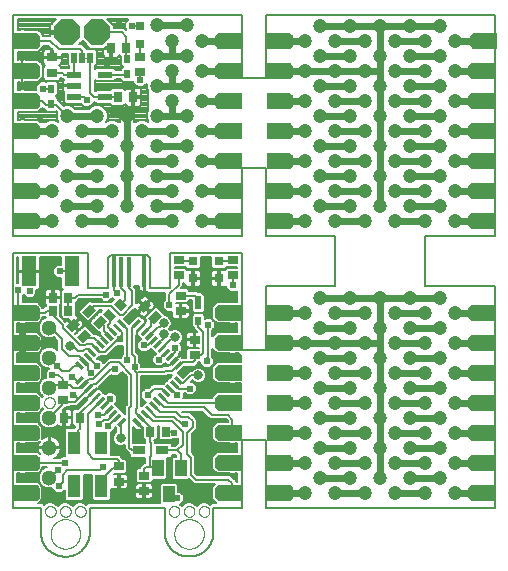
<source format=gtl>
G75*
%MOIN*%
%OFA0B0*%
%FSLAX25Y25*%
%IPPOS*%
%LPD*%
%AMOC8*
5,1,8,0,0,1.08239X$1,22.5*
%
%ADD10C,0.00500*%
%ADD11C,0.00000*%
%ADD12C,0.02400*%
%ADD13R,0.02756X0.03543*%
%ADD14R,0.03543X0.02756*%
%ADD15R,0.03150X0.03150*%
%ADD16R,0.03937X0.03150*%
%ADD17R,0.03937X0.05512*%
%ADD18R,0.03150X0.01181*%
%ADD19R,0.04331X0.07480*%
%ADD20R,0.01378X0.11024*%
%ADD21R,0.01378X0.10236*%
%ADD22C,0.03150*%
%ADD23C,0.05118*%
%ADD24C,0.00100*%
%ADD25C,0.05150*%
%ADD26R,0.01969X0.02756*%
%ADD27R,0.05000X0.10000*%
%ADD28R,0.04724X0.02165*%
%ADD29R,0.02000X0.03500*%
%ADD30C,0.00400*%
%ADD31OC8,0.08500*%
%ADD32C,0.00800*%
%ADD33C,0.02400*%
%ADD34C,0.02381*%
%ADD35C,0.00600*%
%ADD36C,0.04724*%
D10*
X0012550Y0010080D02*
X0012550Y0017580D01*
X0003175Y0017580D01*
X0003175Y0102541D01*
X0028175Y0102541D01*
X0028175Y0090705D01*
X0035050Y0090705D01*
X0035050Y0100901D01*
X0036027Y0101877D01*
X0047823Y0101877D01*
X0048800Y0100901D01*
X0048800Y0090705D01*
X0055675Y0090705D01*
X0055675Y0102580D01*
X0079425Y0102580D01*
X0079425Y0070080D01*
X0087550Y0070080D01*
X0087550Y0091330D01*
X0110675Y0091330D01*
X0110675Y0108205D01*
X0087550Y0108205D01*
X0087550Y0130705D01*
X0079425Y0130705D01*
X0079425Y0108205D01*
X0003175Y0108205D01*
X0003175Y0181955D01*
X0079425Y0181955D01*
X0079425Y0160705D01*
X0087550Y0160705D01*
X0087550Y0181955D01*
X0163800Y0181955D01*
X0163800Y0108205D01*
X0140675Y0108205D01*
X0140675Y0091330D01*
X0163800Y0091330D01*
X0163800Y0017580D01*
X0087550Y0017580D01*
X0087550Y0040080D01*
X0079425Y0040080D01*
X0079425Y0017580D01*
X0070050Y0017580D01*
X0070050Y0008830D01*
X0070032Y0008632D01*
X0070010Y0008435D01*
X0069983Y0008239D01*
X0069951Y0008043D01*
X0069914Y0007848D01*
X0069872Y0007654D01*
X0069826Y0007461D01*
X0069775Y0007269D01*
X0069720Y0007078D01*
X0069660Y0006889D01*
X0069595Y0006702D01*
X0069525Y0006516D01*
X0069452Y0006331D01*
X0069373Y0006149D01*
X0069291Y0005969D01*
X0069204Y0005790D01*
X0069112Y0005614D01*
X0069016Y0005440D01*
X0068917Y0005269D01*
X0068813Y0005100D01*
X0068705Y0004933D01*
X0068592Y0004770D01*
X0068476Y0004609D01*
X0068356Y0004451D01*
X0068233Y0004296D01*
X0068105Y0004143D01*
X0067974Y0003995D01*
X0067839Y0003849D01*
X0067701Y0003706D01*
X0067559Y0003568D01*
X0067414Y0003432D01*
X0067266Y0003300D01*
X0067114Y0003172D01*
X0066960Y0003047D01*
X0066802Y0002927D01*
X0066642Y0002810D01*
X0066479Y0002697D01*
X0066313Y0002588D01*
X0066144Y0002483D01*
X0065973Y0002383D01*
X0065800Y0002286D01*
X0065624Y0002194D01*
X0065446Y0002106D01*
X0065266Y0002022D01*
X0065084Y0001943D01*
X0064900Y0001869D01*
X0064715Y0001798D01*
X0064528Y0001733D01*
X0064339Y0001672D01*
X0064148Y0001615D01*
X0063957Y0001563D01*
X0063764Y0001516D01*
X0063570Y0001474D01*
X0063375Y0001436D01*
X0063180Y0001403D01*
X0062983Y0001375D01*
X0062786Y0001352D01*
X0062589Y0001333D01*
X0062391Y0001319D01*
X0062192Y0001310D01*
X0061994Y0001306D01*
X0061796Y0001307D01*
X0061597Y0001313D01*
X0061399Y0001323D01*
X0061201Y0001338D01*
X0061004Y0001358D01*
X0060807Y0001383D01*
X0060611Y0001413D01*
X0060415Y0001447D01*
X0060221Y0001486D01*
X0060027Y0001530D01*
X0059835Y0001579D01*
X0059643Y0001632D01*
X0059454Y0001690D01*
X0059265Y0001752D01*
X0059078Y0001819D01*
X0058893Y0001891D01*
X0058710Y0001967D01*
X0058529Y0002047D01*
X0058349Y0002132D01*
X0058172Y0002222D01*
X0057997Y0002315D01*
X0057824Y0002413D01*
X0057654Y0002515D01*
X0057486Y0002621D01*
X0057321Y0002731D01*
X0057159Y0002845D01*
X0056999Y0002963D01*
X0056843Y0003085D01*
X0056689Y0003211D01*
X0056539Y0003340D01*
X0056391Y0003473D01*
X0056247Y0003610D01*
X0056107Y0003750D01*
X0055969Y0003893D01*
X0055836Y0004040D01*
X0055706Y0004189D01*
X0055579Y0004342D01*
X0055457Y0004499D01*
X0055338Y0004657D01*
X0055223Y0004819D01*
X0055112Y0004984D01*
X0055005Y0005151D01*
X0054903Y0005321D01*
X0054804Y0005493D01*
X0054710Y0005668D01*
X0054619Y0005845D01*
X0054534Y0006024D01*
X0054452Y0006205D01*
X0054375Y0006387D01*
X0054303Y0006572D01*
X0054235Y0006759D01*
X0054172Y0006947D01*
X0054113Y0007136D01*
X0054059Y0007327D01*
X0054009Y0007519D01*
X0053964Y0007713D01*
X0053924Y0007907D01*
X0053889Y0008102D01*
X0053858Y0008298D01*
X0053833Y0008495D01*
X0053812Y0008693D01*
X0053796Y0008890D01*
X0053784Y0009088D01*
X0053778Y0009287D01*
X0053776Y0009485D01*
X0053779Y0009684D01*
X0053787Y0009882D01*
X0053800Y0010080D01*
X0053800Y0017580D01*
X0028800Y0017580D01*
X0028800Y0010080D01*
X0027688Y0018590D02*
X0027387Y0018892D01*
X0026276Y0019352D01*
X0025074Y0019352D01*
X0023963Y0018892D01*
X0023175Y0018103D01*
X0022387Y0018892D01*
X0021276Y0019352D01*
X0020074Y0019352D01*
X0018963Y0018892D01*
X0018175Y0018103D01*
X0017387Y0018892D01*
X0016276Y0019352D01*
X0015074Y0019352D01*
X0013963Y0018892D01*
X0013662Y0018590D01*
X0013171Y0019080D01*
X0011543Y0019080D01*
X0012087Y0019625D01*
X0013025Y0020562D01*
X0013025Y0024598D01*
X0011443Y0026180D01*
X0007081Y0026180D01*
X0007021Y0026205D01*
X0005579Y0026205D01*
X0005519Y0026180D01*
X0004675Y0026180D01*
X0004675Y0028980D01*
X0005519Y0028980D01*
X0005579Y0028955D01*
X0007021Y0028955D01*
X0007081Y0028980D01*
X0011443Y0028980D01*
X0012087Y0029625D01*
X0013025Y0030562D01*
X0013025Y0031130D01*
X0014502Y0031130D01*
X0013318Y0030640D01*
X0012303Y0029625D01*
X0011753Y0028298D01*
X0011753Y0026862D01*
X0012303Y0025536D01*
X0013318Y0024521D01*
X0014645Y0023971D01*
X0016080Y0023971D01*
X0016237Y0024036D01*
X0016237Y0023836D01*
X0017556Y0022518D01*
X0019419Y0022518D01*
X0020432Y0023530D01*
X0020432Y0020497D01*
X0021047Y0019882D01*
X0026248Y0019882D01*
X0026863Y0020497D01*
X0026863Y0028630D01*
X0029487Y0028630D01*
X0029487Y0020497D01*
X0030102Y0019882D01*
X0035303Y0019882D01*
X0035918Y0020497D01*
X0035918Y0023923D01*
X0035948Y0023893D01*
X0036233Y0023728D01*
X0036551Y0023643D01*
X0038238Y0023643D01*
X0038238Y0026021D01*
X0038737Y0026021D01*
X0038737Y0023643D01*
X0040424Y0023643D01*
X0040742Y0023728D01*
X0041027Y0023893D01*
X0041259Y0024126D01*
X0041424Y0024411D01*
X0041509Y0024729D01*
X0041509Y0026021D01*
X0038738Y0026021D01*
X0038738Y0026521D01*
X0041509Y0026521D01*
X0041509Y0027814D01*
X0041424Y0028132D01*
X0041259Y0028417D01*
X0041027Y0028649D01*
X0040742Y0028814D01*
X0040424Y0028899D01*
X0038737Y0028899D01*
X0038737Y0026521D01*
X0038238Y0026521D01*
X0038238Y0028899D01*
X0036857Y0028899D01*
X0036919Y0028961D01*
X0040694Y0028961D01*
X0041309Y0029576D01*
X0041309Y0033202D01*
X0040694Y0033817D01*
X0039926Y0033817D01*
X0039088Y0034655D01*
X0038463Y0035280D01*
X0035918Y0035280D01*
X0035918Y0042527D01*
X0035978Y0042527D01*
X0037291Y0043840D01*
X0037291Y0044572D01*
X0037663Y0044200D01*
X0037663Y0042946D01*
X0037626Y0042930D01*
X0036887Y0042192D01*
X0036488Y0041227D01*
X0036488Y0040183D01*
X0036887Y0039218D01*
X0037626Y0038480D01*
X0038590Y0038080D01*
X0039635Y0038080D01*
X0040475Y0038429D01*
X0040475Y0036980D01*
X0041413Y0036042D01*
X0042157Y0035298D01*
X0042157Y0034633D01*
X0042772Y0034018D01*
X0047350Y0034018D01*
X0047350Y0032423D01*
X0046905Y0032423D01*
X0046324Y0031843D01*
X0045475Y0030993D01*
X0045475Y0030692D01*
X0044718Y0030692D01*
X0044103Y0030077D01*
X0044103Y0026451D01*
X0044718Y0025836D01*
X0049132Y0025836D01*
X0049747Y0026451D01*
X0049747Y0026855D01*
X0054026Y0026855D01*
X0054641Y0027470D01*
X0054641Y0033852D01*
X0054475Y0034018D01*
X0055453Y0034018D01*
X0056068Y0034633D01*
X0056068Y0035193D01*
X0057262Y0035193D01*
X0057662Y0034792D01*
X0057662Y0034467D01*
X0056699Y0034467D01*
X0056084Y0033852D01*
X0056084Y0027470D01*
X0056699Y0026855D01*
X0061506Y0026855D01*
X0061834Y0027183D01*
X0062662Y0026355D01*
X0063512Y0025505D01*
X0070482Y0025505D01*
X0069575Y0024598D01*
X0069575Y0020562D01*
X0070219Y0019918D01*
X0071057Y0019080D01*
X0069429Y0019080D01*
X0068938Y0018590D01*
X0068637Y0018892D01*
X0067526Y0019352D01*
X0066324Y0019352D01*
X0065213Y0018892D01*
X0064425Y0018103D01*
X0063637Y0018892D01*
X0062526Y0019352D01*
X0061324Y0019352D01*
X0060213Y0018892D01*
X0059425Y0018103D01*
X0058934Y0018595D01*
X0060112Y0019773D01*
X0060112Y0021637D01*
X0058794Y0022955D01*
X0058381Y0022955D01*
X0058381Y0025190D01*
X0057766Y0025805D01*
X0052959Y0025805D01*
X0052344Y0025190D01*
X0052344Y0019080D01*
X0028179Y0019080D01*
X0027688Y0018590D01*
X0028174Y0019076D02*
X0026943Y0019076D01*
X0026439Y0020073D02*
X0029911Y0020073D01*
X0029487Y0020571D02*
X0026863Y0020571D01*
X0026863Y0021070D02*
X0029487Y0021070D01*
X0029487Y0021568D02*
X0026863Y0021568D01*
X0026863Y0022067D02*
X0029487Y0022067D01*
X0029487Y0022565D02*
X0026863Y0022565D01*
X0026863Y0023064D02*
X0029487Y0023064D01*
X0029487Y0023562D02*
X0026863Y0023562D01*
X0026863Y0024061D02*
X0029487Y0024061D01*
X0029487Y0024559D02*
X0026863Y0024559D01*
X0026863Y0025058D02*
X0029487Y0025058D01*
X0029487Y0025556D02*
X0026863Y0025556D01*
X0026863Y0026055D02*
X0029487Y0026055D01*
X0029487Y0026553D02*
X0026863Y0026553D01*
X0026863Y0027052D02*
X0029487Y0027052D01*
X0029487Y0027550D02*
X0026863Y0027550D01*
X0026863Y0028049D02*
X0029487Y0028049D01*
X0029487Y0028547D02*
X0026863Y0028547D01*
X0020432Y0023064D02*
X0019966Y0023064D01*
X0020432Y0022565D02*
X0019467Y0022565D01*
X0020432Y0022067D02*
X0013025Y0022067D01*
X0013025Y0022565D02*
X0017508Y0022565D01*
X0017009Y0023064D02*
X0013025Y0023064D01*
X0013025Y0023562D02*
X0016511Y0023562D01*
X0014428Y0024061D02*
X0013025Y0024061D01*
X0013025Y0024559D02*
X0013279Y0024559D01*
X0012781Y0025058D02*
X0012565Y0025058D01*
X0012294Y0025556D02*
X0012067Y0025556D01*
X0012088Y0026055D02*
X0011568Y0026055D01*
X0011881Y0026553D02*
X0004675Y0026553D01*
X0004675Y0027052D02*
X0011753Y0027052D01*
X0011753Y0027550D02*
X0004675Y0027550D01*
X0004675Y0028049D02*
X0011753Y0028049D01*
X0011857Y0028547D02*
X0004675Y0028547D01*
X0011509Y0029046D02*
X0012063Y0029046D01*
X0012007Y0029545D02*
X0012270Y0029545D01*
X0012506Y0030043D02*
X0012721Y0030043D01*
X0013004Y0030542D02*
X0013220Y0030542D01*
X0013025Y0031040D02*
X0014284Y0031040D01*
X0016746Y0034030D02*
X0017167Y0034205D01*
X0017791Y0034622D01*
X0018321Y0035152D01*
X0018738Y0035776D01*
X0019025Y0036469D01*
X0019172Y0037205D01*
X0019172Y0037330D01*
X0015613Y0037330D01*
X0015613Y0037830D01*
X0019172Y0037830D01*
X0019172Y0037955D01*
X0019025Y0038691D01*
X0018738Y0039384D01*
X0018321Y0040008D01*
X0017791Y0040539D01*
X0017167Y0040956D01*
X0016474Y0041243D01*
X0015738Y0041389D01*
X0015612Y0041389D01*
X0015612Y0037830D01*
X0015113Y0037830D01*
X0015113Y0041389D01*
X0014987Y0041389D01*
X0014251Y0041243D01*
X0013558Y0040956D01*
X0013025Y0040599D01*
X0013025Y0044598D01*
X0012381Y0045243D01*
X0011443Y0046180D01*
X0007081Y0046180D01*
X0007021Y0046205D01*
X0005579Y0046205D01*
X0005519Y0046180D01*
X0004675Y0046180D01*
X0004675Y0048980D01*
X0005519Y0048980D01*
X0005579Y0048955D01*
X0007021Y0048955D01*
X0007081Y0048980D01*
X0011443Y0048980D01*
X0012087Y0049625D01*
X0013025Y0050562D01*
X0013025Y0050644D01*
X0013174Y0050496D01*
X0012303Y0049625D01*
X0011753Y0048298D01*
X0011753Y0046862D01*
X0012303Y0045536D01*
X0013318Y0044521D01*
X0014645Y0043971D01*
X0016080Y0043971D01*
X0017407Y0044521D01*
X0017926Y0045040D01*
X0018158Y0044808D01*
X0018443Y0044644D01*
X0018761Y0044559D01*
X0020053Y0044559D01*
X0020053Y0047330D01*
X0020553Y0047330D01*
X0020553Y0044559D01*
X0021846Y0044559D01*
X0022164Y0044644D01*
X0022449Y0044808D01*
X0022682Y0045041D01*
X0022846Y0045326D01*
X0022931Y0045644D01*
X0022931Y0047330D01*
X0020553Y0047330D01*
X0020553Y0047830D01*
X0020053Y0047830D01*
X0020053Y0050221D01*
X0020864Y0051031D01*
X0021944Y0051031D01*
X0022356Y0051443D01*
X0024486Y0051443D01*
X0025537Y0052494D01*
X0027312Y0054268D01*
X0027646Y0053933D01*
X0029612Y0055899D01*
X0029676Y0055835D01*
X0027710Y0053869D01*
X0028031Y0053549D01*
X0024884Y0050402D01*
X0023609Y0050402D01*
X0022994Y0049787D01*
X0022994Y0045374D01*
X0023609Y0044759D01*
X0023972Y0044759D01*
X0023972Y0044490D01*
X0023600Y0044118D01*
X0023600Y0044029D01*
X0021047Y0044029D01*
X0020432Y0043414D01*
X0020432Y0035064D01*
X0020675Y0034821D01*
X0019747Y0034821D01*
X0018956Y0034030D01*
X0016746Y0034030D01*
X0016748Y0034031D02*
X0018957Y0034031D01*
X0019456Y0034530D02*
X0017653Y0034530D01*
X0018197Y0035028D02*
X0020468Y0035028D01*
X0020432Y0035527D02*
X0018571Y0035527D01*
X0018841Y0036025D02*
X0020432Y0036025D01*
X0020432Y0036524D02*
X0019036Y0036524D01*
X0019135Y0037022D02*
X0020432Y0037022D01*
X0020432Y0037521D02*
X0015613Y0037521D01*
X0015612Y0038019D02*
X0015113Y0038019D01*
X0015112Y0037830D02*
X0015112Y0037330D01*
X0011553Y0037330D01*
X0011553Y0037205D01*
X0011700Y0036469D01*
X0011987Y0035776D01*
X0012268Y0035355D01*
X0011443Y0036180D01*
X0007081Y0036180D01*
X0007021Y0036205D01*
X0005579Y0036205D01*
X0005519Y0036180D01*
X0004675Y0036180D01*
X0004675Y0038980D01*
X0005519Y0038980D01*
X0005579Y0038955D01*
X0007021Y0038955D01*
X0007081Y0038980D01*
X0011443Y0038980D01*
X0012087Y0039625D01*
X0012268Y0039805D01*
X0011987Y0039384D01*
X0011700Y0038691D01*
X0011553Y0037955D01*
X0011553Y0037830D01*
X0015112Y0037830D01*
X0015112Y0037521D02*
X0004675Y0037521D01*
X0004675Y0038019D02*
X0011566Y0038019D01*
X0011665Y0038518D02*
X0004675Y0038518D01*
X0004675Y0037022D02*
X0011590Y0037022D01*
X0011689Y0036524D02*
X0004675Y0036524D01*
X0011598Y0036025D02*
X0011884Y0036025D01*
X0012097Y0035527D02*
X0012154Y0035527D01*
X0011834Y0039016D02*
X0011479Y0039016D01*
X0011978Y0039515D02*
X0012074Y0039515D01*
X0013025Y0041010D02*
X0013690Y0041010D01*
X0013025Y0041509D02*
X0020432Y0041509D01*
X0020432Y0042007D02*
X0013025Y0042007D01*
X0013025Y0042506D02*
X0020432Y0042506D01*
X0020432Y0043004D02*
X0013025Y0043004D01*
X0013025Y0043503D02*
X0020521Y0043503D01*
X0021020Y0044001D02*
X0016153Y0044001D01*
X0017357Y0044500D02*
X0023972Y0044500D01*
X0023369Y0044998D02*
X0022639Y0044998D01*
X0022892Y0045497D02*
X0022994Y0045497D01*
X0022994Y0045995D02*
X0022931Y0045995D01*
X0022931Y0046494D02*
X0022994Y0046494D01*
X0022994Y0046992D02*
X0022931Y0046992D01*
X0022994Y0047491D02*
X0020553Y0047491D01*
X0020553Y0047830D02*
X0022931Y0047830D01*
X0022931Y0049516D01*
X0022846Y0049834D01*
X0022682Y0050119D01*
X0022449Y0050352D01*
X0022164Y0050517D01*
X0021846Y0050602D01*
X0020553Y0050602D01*
X0020553Y0047830D01*
X0020553Y0047989D02*
X0020053Y0047989D01*
X0020053Y0048488D02*
X0020553Y0048488D01*
X0020553Y0048986D02*
X0020053Y0048986D01*
X0020053Y0049485D02*
X0020553Y0049485D01*
X0020553Y0049983D02*
X0020053Y0049983D01*
X0020315Y0050482D02*
X0020553Y0050482D01*
X0020813Y0050980D02*
X0025462Y0050980D01*
X0024964Y0050482D02*
X0022224Y0050482D01*
X0022760Y0049983D02*
X0023190Y0049983D01*
X0022994Y0049485D02*
X0022931Y0049485D01*
X0022931Y0048986D02*
X0022994Y0048986D01*
X0022994Y0048488D02*
X0022931Y0048488D01*
X0022931Y0047989D02*
X0022994Y0047989D01*
X0020553Y0046992D02*
X0020053Y0046992D01*
X0020053Y0046494D02*
X0020553Y0046494D01*
X0020553Y0045995D02*
X0020053Y0045995D01*
X0020053Y0045497D02*
X0020553Y0045497D01*
X0020553Y0044998D02*
X0020053Y0044998D01*
X0017968Y0044998D02*
X0017885Y0044998D01*
X0014572Y0044001D02*
X0013025Y0044001D01*
X0013025Y0044500D02*
X0013368Y0044500D01*
X0012840Y0044998D02*
X0012625Y0044998D01*
X0012342Y0045497D02*
X0012126Y0045497D01*
X0012113Y0045995D02*
X0011628Y0045995D01*
X0011906Y0046494D02*
X0004675Y0046494D01*
X0004675Y0046992D02*
X0011753Y0046992D01*
X0011753Y0047491D02*
X0004675Y0047491D01*
X0004675Y0047989D02*
X0011753Y0047989D01*
X0011832Y0048488D02*
X0004675Y0048488D01*
X0011449Y0048986D02*
X0012039Y0048986D01*
X0011948Y0049485D02*
X0012245Y0049485D01*
X0012446Y0049983D02*
X0012662Y0049983D01*
X0012945Y0050482D02*
X0013160Y0050482D01*
X0013025Y0054516D02*
X0013025Y0054598D01*
X0012381Y0055243D01*
X0011443Y0056180D01*
X0007081Y0056180D01*
X0007021Y0056205D01*
X0005579Y0056205D01*
X0005519Y0056180D01*
X0004675Y0056180D01*
X0004675Y0058980D01*
X0005519Y0058980D01*
X0005579Y0058955D01*
X0007021Y0058955D01*
X0007081Y0058980D01*
X0011443Y0058980D01*
X0012087Y0059625D01*
X0013025Y0060562D01*
X0013025Y0064598D01*
X0012381Y0065243D01*
X0011443Y0066180D01*
X0007081Y0066180D01*
X0007021Y0066205D01*
X0005579Y0066205D01*
X0005519Y0066180D01*
X0004675Y0066180D01*
X0004675Y0068980D01*
X0004996Y0068980D01*
X0005184Y0068902D01*
X0005923Y0068755D01*
X0006050Y0068755D01*
X0006050Y0068980D01*
X0006550Y0068980D01*
X0006550Y0068755D01*
X0006677Y0068755D01*
X0007416Y0068902D01*
X0007604Y0068980D01*
X0011443Y0068980D01*
X0012087Y0069625D01*
X0013025Y0070562D01*
X0013025Y0074598D01*
X0012381Y0075243D01*
X0011443Y0076180D01*
X0007604Y0076180D01*
X0007416Y0076258D01*
X0006677Y0076405D01*
X0006550Y0076405D01*
X0006550Y0076180D01*
X0006050Y0076180D01*
X0006050Y0076405D01*
X0005923Y0076405D01*
X0005184Y0076258D01*
X0004996Y0076180D01*
X0004675Y0076180D01*
X0004675Y0078980D01*
X0005519Y0078980D01*
X0005579Y0078955D01*
X0007021Y0078955D01*
X0007081Y0078980D01*
X0011443Y0078980D01*
X0012087Y0079625D01*
X0013025Y0080562D01*
X0013025Y0081130D01*
X0014125Y0081130D01*
X0014125Y0080999D01*
X0014143Y0080981D01*
X0013318Y0080640D01*
X0012303Y0079625D01*
X0011753Y0078298D01*
X0011753Y0076862D01*
X0012303Y0075536D01*
X0013318Y0074521D01*
X0014645Y0073971D01*
X0016080Y0073971D01*
X0016896Y0074309D01*
X0017975Y0073230D01*
X0017975Y0070072D01*
X0017407Y0070640D01*
X0016080Y0071189D01*
X0014645Y0071189D01*
X0013318Y0070640D01*
X0012303Y0069625D01*
X0011753Y0068298D01*
X0011753Y0066862D01*
X0012303Y0065536D01*
X0013318Y0064521D01*
X0014645Y0063971D01*
X0015147Y0063971D01*
X0014059Y0062883D01*
X0014059Y0061027D01*
X0014116Y0060970D01*
X0013318Y0060640D01*
X0012303Y0059625D01*
X0011753Y0058298D01*
X0011753Y0056862D01*
X0012303Y0055536D01*
X0013174Y0054665D01*
X0013025Y0054516D01*
X0012870Y0054969D02*
X0012655Y0054969D01*
X0012372Y0055467D02*
X0012156Y0055467D01*
X0012125Y0055966D02*
X0011658Y0055966D01*
X0011918Y0056464D02*
X0004675Y0056464D01*
X0004675Y0056963D02*
X0011753Y0056963D01*
X0011753Y0057461D02*
X0004675Y0057461D01*
X0004675Y0057960D02*
X0011753Y0057960D01*
X0011820Y0058458D02*
X0004675Y0058458D01*
X0004675Y0058957D02*
X0005576Y0058957D01*
X0007024Y0058957D02*
X0012026Y0058957D01*
X0011918Y0059455D02*
X0012233Y0059455D01*
X0012417Y0059954D02*
X0012632Y0059954D01*
X0012915Y0060452D02*
X0013131Y0060452D01*
X0013025Y0060951D02*
X0014069Y0060951D01*
X0014059Y0061449D02*
X0013025Y0061449D01*
X0013025Y0061948D02*
X0014059Y0061948D01*
X0014059Y0062446D02*
X0013025Y0062446D01*
X0013025Y0062945D02*
X0014121Y0062945D01*
X0014619Y0063443D02*
X0013025Y0063443D01*
X0013025Y0063942D02*
X0015118Y0063942D01*
X0013512Y0064440D02*
X0013025Y0064440D01*
X0012900Y0064939D02*
X0012685Y0064939D01*
X0012401Y0065437D02*
X0012186Y0065437D01*
X0012137Y0065936D02*
X0011688Y0065936D01*
X0011931Y0066434D02*
X0004675Y0066434D01*
X0004675Y0066933D02*
X0011753Y0066933D01*
X0011753Y0067431D02*
X0004675Y0067431D01*
X0004675Y0067930D02*
X0011753Y0067930D01*
X0011807Y0068428D02*
X0004675Y0068428D01*
X0004675Y0068927D02*
X0005125Y0068927D01*
X0006050Y0068927D02*
X0006550Y0068927D01*
X0007475Y0068927D02*
X0012014Y0068927D01*
X0011888Y0069425D02*
X0012220Y0069425D01*
X0012387Y0069924D02*
X0012602Y0069924D01*
X0012885Y0070422D02*
X0013101Y0070422D01*
X0013025Y0070921D02*
X0013997Y0070921D01*
X0013025Y0071419D02*
X0017975Y0071419D01*
X0017975Y0070921D02*
X0016728Y0070921D01*
X0017624Y0070422D02*
X0017975Y0070422D01*
X0017975Y0071918D02*
X0013025Y0071918D01*
X0013025Y0072416D02*
X0017975Y0072416D01*
X0017975Y0072915D02*
X0013025Y0072915D01*
X0013025Y0073414D02*
X0017791Y0073414D01*
X0017293Y0073912D02*
X0013025Y0073912D01*
X0013025Y0074411D02*
X0013584Y0074411D01*
X0012930Y0074909D02*
X0012714Y0074909D01*
X0012431Y0075408D02*
X0012216Y0075408D01*
X0012150Y0075906D02*
X0011717Y0075906D01*
X0011943Y0076405D02*
X0006679Y0076405D01*
X0006550Y0076405D02*
X0006050Y0076405D01*
X0005921Y0076405D02*
X0004675Y0076405D01*
X0004675Y0076903D02*
X0011753Y0076903D01*
X0011753Y0077402D02*
X0004675Y0077402D01*
X0004675Y0077900D02*
X0011753Y0077900D01*
X0011795Y0078399D02*
X0004675Y0078399D01*
X0004675Y0078897D02*
X0012002Y0078897D01*
X0011859Y0079396D02*
X0012208Y0079396D01*
X0012357Y0079894D02*
X0012572Y0079894D01*
X0012856Y0080393D02*
X0013071Y0080393D01*
X0013025Y0080891D02*
X0013925Y0080891D01*
X0013199Y0084030D02*
X0013025Y0084030D01*
X0013025Y0084598D01*
X0012381Y0085243D01*
X0011443Y0086180D01*
X0007081Y0086180D01*
X0007021Y0086205D01*
X0006500Y0086205D01*
X0006500Y0088362D01*
X0006769Y0088630D01*
X0007872Y0087527D01*
X0009728Y0087527D01*
X0011041Y0088840D01*
X0011041Y0090080D01*
X0011152Y0090080D01*
X0011470Y0090165D01*
X0011755Y0090330D01*
X0011988Y0090563D01*
X0012152Y0090848D01*
X0012237Y0091166D01*
X0012237Y0096080D01*
X0008738Y0096080D01*
X0008738Y0096580D01*
X0012237Y0096580D01*
X0012237Y0101041D01*
X0019313Y0101041D01*
X0019313Y0098571D01*
X0017872Y0098571D01*
X0016559Y0097258D01*
X0016559Y0095402D01*
X0017872Y0094090D01*
X0019313Y0094090D01*
X0019313Y0090895D01*
X0019832Y0090376D01*
X0019244Y0089787D01*
X0019244Y0081062D01*
X0018981Y0081324D01*
X0018981Y0085127D01*
X0019096Y0085326D01*
X0019181Y0085644D01*
X0019181Y0087330D01*
X0016803Y0087330D01*
X0016803Y0087830D01*
X0016303Y0087830D01*
X0016303Y0087330D01*
X0013925Y0087330D01*
X0013925Y0085644D01*
X0014011Y0085326D01*
X0014125Y0085127D01*
X0014125Y0084655D01*
X0013824Y0084655D01*
X0013199Y0084030D01*
X0013025Y0084381D02*
X0013550Y0084381D01*
X0014125Y0084879D02*
X0012744Y0084879D01*
X0012246Y0085378D02*
X0013997Y0085378D01*
X0013925Y0085876D02*
X0011747Y0085876D01*
X0013925Y0086375D02*
X0006500Y0086375D01*
X0006500Y0086873D02*
X0013925Y0086873D01*
X0013925Y0087830D02*
X0016303Y0087830D01*
X0016303Y0090602D01*
X0015011Y0090602D01*
X0014693Y0090517D01*
X0014408Y0090352D01*
X0014175Y0090119D01*
X0014011Y0089834D01*
X0013925Y0089516D01*
X0013925Y0087830D01*
X0013925Y0087870D02*
X0010071Y0087870D01*
X0010570Y0088369D02*
X0013925Y0088369D01*
X0013925Y0088867D02*
X0011041Y0088867D01*
X0011041Y0089366D02*
X0013925Y0089366D01*
X0014028Y0089864D02*
X0011041Y0089864D01*
X0011788Y0090363D02*
X0014427Y0090363D01*
X0016303Y0090363D02*
X0016803Y0090363D01*
X0016803Y0090602D02*
X0016803Y0087830D01*
X0019181Y0087830D01*
X0019181Y0089516D01*
X0019096Y0089834D01*
X0018932Y0090119D01*
X0018699Y0090352D01*
X0018414Y0090517D01*
X0018096Y0090602D01*
X0016803Y0090602D01*
X0016803Y0089864D02*
X0016303Y0089864D01*
X0016303Y0089366D02*
X0016803Y0089366D01*
X0016803Y0088867D02*
X0016303Y0088867D01*
X0016303Y0088369D02*
X0016803Y0088369D01*
X0016803Y0087870D02*
X0016303Y0087870D01*
X0016303Y0087372D02*
X0006500Y0087372D01*
X0006500Y0087870D02*
X0007529Y0087870D01*
X0007030Y0088369D02*
X0006507Y0088369D01*
X0004738Y0092321D02*
X0004675Y0092321D01*
X0004675Y0101041D01*
X0004738Y0101041D01*
X0004738Y0096580D01*
X0008237Y0096580D01*
X0008237Y0096080D01*
X0004738Y0096080D01*
X0004738Y0092321D01*
X0004738Y0092357D02*
X0004675Y0092357D01*
X0004675Y0092855D02*
X0004738Y0092855D01*
X0004738Y0093354D02*
X0004675Y0093354D01*
X0004675Y0093852D02*
X0004738Y0093852D01*
X0004738Y0094351D02*
X0004675Y0094351D01*
X0004675Y0094849D02*
X0004738Y0094849D01*
X0004738Y0095348D02*
X0004675Y0095348D01*
X0004675Y0095847D02*
X0004738Y0095847D01*
X0004675Y0096345D02*
X0008237Y0096345D01*
X0008738Y0096345D02*
X0016559Y0096345D01*
X0016559Y0095847D02*
X0012237Y0095847D01*
X0012237Y0095348D02*
X0016614Y0095348D01*
X0017112Y0094849D02*
X0012237Y0094849D01*
X0012237Y0094351D02*
X0017611Y0094351D01*
X0019313Y0093852D02*
X0012237Y0093852D01*
X0012237Y0093354D02*
X0019313Y0093354D01*
X0019313Y0092855D02*
X0012237Y0092855D01*
X0012237Y0092357D02*
X0019313Y0092357D01*
X0019313Y0091858D02*
X0012237Y0091858D01*
X0012237Y0091360D02*
X0019313Y0091360D01*
X0019346Y0090861D02*
X0012156Y0090861D01*
X0016803Y0087372D02*
X0019244Y0087372D01*
X0019244Y0087870D02*
X0019181Y0087870D01*
X0019181Y0088369D02*
X0019244Y0088369D01*
X0019244Y0088867D02*
X0019181Y0088867D01*
X0019181Y0089366D02*
X0019244Y0089366D01*
X0019321Y0089864D02*
X0019079Y0089864D01*
X0018680Y0090363D02*
X0019820Y0090363D01*
X0019244Y0086873D02*
X0019181Y0086873D01*
X0019181Y0086375D02*
X0019244Y0086375D01*
X0019244Y0085876D02*
X0019181Y0085876D01*
X0019244Y0085378D02*
X0019110Y0085378D01*
X0018981Y0084879D02*
X0019244Y0084879D01*
X0019244Y0084381D02*
X0018981Y0084381D01*
X0018981Y0083882D02*
X0019244Y0083882D01*
X0019244Y0083384D02*
X0018981Y0083384D01*
X0018981Y0082885D02*
X0019244Y0082885D01*
X0019244Y0082387D02*
X0018981Y0082387D01*
X0018981Y0081888D02*
X0019244Y0081888D01*
X0019244Y0081390D02*
X0018981Y0081390D01*
X0019922Y0080384D02*
X0021663Y0080384D01*
X0023240Y0078806D01*
X0022887Y0078452D01*
X0021205Y0080134D01*
X0020689Y0079617D01*
X0020338Y0079968D01*
X0019922Y0080384D01*
X0020412Y0079894D02*
X0020966Y0079894D01*
X0021445Y0079894D02*
X0022152Y0079894D01*
X0021944Y0079396D02*
X0022651Y0079396D01*
X0022442Y0078897D02*
X0023149Y0078897D01*
X0023241Y0078806D02*
X0025200Y0080766D01*
X0024286Y0081680D01*
X0024099Y0081787D01*
X0024099Y0086130D01*
X0024401Y0086130D01*
X0025338Y0087068D01*
X0032394Y0087068D01*
X0033184Y0086277D01*
X0035041Y0086277D01*
X0036300Y0087537D01*
X0036783Y0087054D01*
X0035947Y0086218D01*
X0029762Y0086218D01*
X0029614Y0086069D01*
X0029266Y0086417D01*
X0028396Y0086417D01*
X0025276Y0083296D01*
X0025276Y0082426D01*
X0027840Y0079863D01*
X0028709Y0079863D01*
X0031830Y0082983D01*
X0031830Y0083318D01*
X0033047Y0083318D01*
X0032527Y0082798D01*
X0032015Y0082798D01*
X0028895Y0079677D01*
X0028895Y0078807D01*
X0031459Y0076244D01*
X0032037Y0076244D01*
X0032037Y0075985D01*
X0032221Y0075801D01*
X0031886Y0075467D01*
X0033852Y0073501D01*
X0033788Y0073437D01*
X0031822Y0075403D01*
X0031488Y0075068D01*
X0030963Y0075593D01*
X0030090Y0075593D01*
X0027573Y0078110D01*
X0026703Y0078110D01*
X0023981Y0075388D01*
X0023936Y0075432D01*
X0024922Y0076417D01*
X0023241Y0078099D01*
X0023594Y0078452D01*
X0025275Y0076771D01*
X0026468Y0077963D01*
X0026632Y0078248D01*
X0026718Y0078566D01*
X0026718Y0078895D01*
X0026632Y0079213D01*
X0026468Y0079498D01*
X0025554Y0080412D01*
X0023594Y0078452D01*
X0023241Y0078806D01*
X0023332Y0078897D02*
X0024039Y0078897D01*
X0023830Y0079396D02*
X0024537Y0079396D01*
X0024329Y0079894D02*
X0025036Y0079894D01*
X0024827Y0080393D02*
X0025534Y0080393D01*
X0025573Y0080393D02*
X0027310Y0080393D01*
X0027808Y0079894D02*
X0026072Y0079894D01*
X0026527Y0079396D02*
X0028895Y0079396D01*
X0028895Y0078897D02*
X0026717Y0078897D01*
X0026673Y0078399D02*
X0029304Y0078399D01*
X0029802Y0077900D02*
X0027783Y0077900D01*
X0028282Y0077402D02*
X0030301Y0077402D01*
X0030799Y0076903D02*
X0028780Y0076903D01*
X0029279Y0076405D02*
X0031298Y0076405D01*
X0032116Y0075906D02*
X0029777Y0075906D01*
X0031148Y0075408D02*
X0031946Y0075408D01*
X0032316Y0074909D02*
X0032444Y0074909D01*
X0032815Y0074411D02*
X0032943Y0074411D01*
X0033313Y0073912D02*
X0033441Y0073912D01*
X0036818Y0070422D02*
X0039850Y0070422D01*
X0039850Y0069924D02*
X0036319Y0069924D01*
X0035821Y0069425D02*
X0039850Y0069425D01*
X0039850Y0068927D02*
X0035322Y0068927D01*
X0035250Y0068855D02*
X0037928Y0071533D01*
X0038028Y0071433D01*
X0039850Y0071433D01*
X0039850Y0068674D01*
X0039059Y0067883D01*
X0039059Y0067468D01*
X0035074Y0067468D01*
X0034225Y0066618D01*
X0033422Y0065815D01*
X0032228Y0067008D01*
X0031135Y0067008D01*
X0032132Y0068005D01*
X0034401Y0068005D01*
X0035250Y0068855D01*
X0035250Y0068855D01*
X0034824Y0068428D02*
X0039605Y0068428D01*
X0039106Y0067930D02*
X0032056Y0067930D01*
X0031558Y0067431D02*
X0035038Y0067431D01*
X0034540Y0066933D02*
X0032303Y0066933D01*
X0032802Y0066434D02*
X0034041Y0066434D01*
X0033543Y0065936D02*
X0033301Y0065936D01*
X0036047Y0061839D02*
X0036306Y0061580D01*
X0038169Y0061580D01*
X0039487Y0062898D01*
X0039487Y0062967D01*
X0041100Y0061355D01*
X0041100Y0051931D01*
X0040475Y0051306D01*
X0040475Y0048812D01*
X0039158Y0050128D01*
X0037766Y0051520D01*
X0037150Y0052137D01*
X0037916Y0052902D01*
X0037916Y0054758D01*
X0036603Y0056071D01*
X0034747Y0056071D01*
X0033981Y0055305D01*
X0033591Y0055696D01*
X0032431Y0056856D01*
X0032372Y0057077D01*
X0032207Y0057362D01*
X0031889Y0057681D01*
X0036047Y0061839D01*
X0035657Y0061449D02*
X0041005Y0061449D01*
X0041100Y0060951D02*
X0035159Y0060951D01*
X0034660Y0060452D02*
X0041100Y0060452D01*
X0041100Y0059954D02*
X0034162Y0059954D01*
X0033663Y0059455D02*
X0041100Y0059455D01*
X0041100Y0058957D02*
X0033165Y0058957D01*
X0032666Y0058458D02*
X0041100Y0058458D01*
X0041100Y0057960D02*
X0032168Y0057960D01*
X0032108Y0057461D02*
X0041100Y0057461D01*
X0041100Y0056963D02*
X0032403Y0056963D01*
X0032823Y0056464D02*
X0041100Y0056464D01*
X0041100Y0055966D02*
X0036708Y0055966D01*
X0037207Y0055467D02*
X0041100Y0055467D01*
X0041100Y0054969D02*
X0037705Y0054969D01*
X0037916Y0054470D02*
X0041100Y0054470D01*
X0041100Y0053972D02*
X0037916Y0053972D01*
X0037916Y0053473D02*
X0041100Y0053473D01*
X0041100Y0052975D02*
X0037916Y0052975D01*
X0037489Y0052476D02*
X0041100Y0052476D01*
X0041100Y0051978D02*
X0037309Y0051978D01*
X0037766Y0051520D02*
X0037766Y0051520D01*
X0037808Y0051479D02*
X0040648Y0051479D01*
X0040475Y0050980D02*
X0038306Y0050980D01*
X0038805Y0050482D02*
X0040475Y0050482D01*
X0040475Y0049983D02*
X0039303Y0049983D01*
X0039802Y0049485D02*
X0040475Y0049485D01*
X0040475Y0048986D02*
X0040300Y0048986D01*
X0044431Y0046091D02*
X0044495Y0046155D01*
X0046460Y0044190D01*
X0046625Y0044355D01*
X0046625Y0040686D01*
X0047241Y0040071D01*
X0047350Y0040071D01*
X0047350Y0039268D01*
X0043375Y0039268D01*
X0043375Y0044608D01*
X0044359Y0043624D01*
X0044644Y0043459D01*
X0044962Y0043374D01*
X0045291Y0043374D01*
X0045609Y0043459D01*
X0045894Y0043624D01*
X0046396Y0044126D01*
X0044431Y0046091D01*
X0044526Y0045995D02*
X0044654Y0045995D01*
X0045025Y0045497D02*
X0045153Y0045497D01*
X0045523Y0044998D02*
X0045651Y0044998D01*
X0046022Y0044500D02*
X0046150Y0044500D01*
X0046271Y0044001D02*
X0046625Y0044001D01*
X0046625Y0043503D02*
X0045684Y0043503D01*
X0046625Y0043004D02*
X0043375Y0043004D01*
X0043375Y0042506D02*
X0046625Y0042506D01*
X0046625Y0042007D02*
X0043375Y0042007D01*
X0043375Y0041509D02*
X0046625Y0041509D01*
X0046625Y0041010D02*
X0043375Y0041010D01*
X0043375Y0040512D02*
X0046800Y0040512D01*
X0047350Y0040013D02*
X0043375Y0040013D01*
X0043375Y0039515D02*
X0047350Y0039515D01*
X0050250Y0040056D02*
X0050562Y0039743D01*
X0050562Y0039184D01*
X0050646Y0039268D01*
X0055453Y0039268D01*
X0056068Y0038652D01*
X0056068Y0038093D01*
X0057262Y0038093D01*
X0058287Y0039118D01*
X0058287Y0040761D01*
X0057857Y0040330D01*
X0056244Y0040330D01*
X0055984Y0040071D01*
X0052359Y0040071D01*
X0051744Y0040686D01*
X0051744Y0044880D01*
X0051481Y0044880D01*
X0051481Y0040686D01*
X0050866Y0040071D01*
X0050250Y0040071D01*
X0050250Y0040056D01*
X0050293Y0040013D02*
X0058287Y0040013D01*
X0058287Y0039515D02*
X0050562Y0039515D01*
X0051307Y0040512D02*
X0051918Y0040512D01*
X0051744Y0041010D02*
X0051481Y0041010D01*
X0051481Y0041509D02*
X0051744Y0041509D01*
X0051744Y0042007D02*
X0051481Y0042007D01*
X0051481Y0042506D02*
X0051744Y0042506D01*
X0051744Y0043004D02*
X0051481Y0043004D01*
X0051481Y0043503D02*
X0051744Y0043503D01*
X0051744Y0044001D02*
X0051481Y0044001D01*
X0051481Y0044500D02*
X0051744Y0044500D01*
X0055704Y0039016D02*
X0058185Y0039016D01*
X0057687Y0038518D02*
X0056068Y0038518D01*
X0058038Y0040512D02*
X0058287Y0040512D01*
X0062750Y0040512D02*
X0069625Y0040512D01*
X0069575Y0040562D02*
X0070219Y0039918D01*
X0071157Y0038980D01*
X0075519Y0038980D01*
X0075579Y0038955D01*
X0077021Y0038955D01*
X0077081Y0038980D01*
X0077925Y0038980D01*
X0077925Y0036180D01*
X0077081Y0036180D01*
X0077021Y0036205D01*
X0075579Y0036205D01*
X0075519Y0036180D01*
X0071157Y0036180D01*
X0070513Y0035536D01*
X0069575Y0034598D01*
X0069575Y0030562D01*
X0070219Y0029918D01*
X0071157Y0028980D01*
X0075519Y0028980D01*
X0075579Y0028955D01*
X0077021Y0028955D01*
X0077081Y0028980D01*
X0077925Y0028980D01*
X0077925Y0026180D01*
X0077750Y0026180D01*
X0077750Y0026306D01*
X0075651Y0028405D01*
X0064713Y0028405D01*
X0064000Y0029118D01*
X0064000Y0034743D01*
X0063151Y0035593D01*
X0062750Y0035993D01*
X0062750Y0041980D01*
X0064625Y0043855D01*
X0064625Y0045056D01*
X0064625Y0046931D01*
X0063776Y0047780D01*
X0063776Y0047780D01*
X0062213Y0049343D01*
X0059713Y0049343D01*
X0059488Y0049568D01*
X0066324Y0049568D01*
X0067975Y0047917D01*
X0068824Y0047068D01*
X0074137Y0047068D01*
X0074850Y0046355D01*
X0074850Y0046180D01*
X0071157Y0046180D01*
X0070513Y0045536D01*
X0069575Y0044598D01*
X0069575Y0040562D01*
X0069575Y0041010D02*
X0062750Y0041010D01*
X0062750Y0041509D02*
X0069575Y0041509D01*
X0069575Y0042007D02*
X0062778Y0042007D01*
X0063276Y0042506D02*
X0069575Y0042506D01*
X0069575Y0043004D02*
X0063775Y0043004D01*
X0064273Y0043503D02*
X0069575Y0043503D01*
X0069575Y0044001D02*
X0064625Y0044001D01*
X0064625Y0044500D02*
X0069575Y0044500D01*
X0069975Y0044998D02*
X0064625Y0044998D01*
X0064625Y0045497D02*
X0070473Y0045497D01*
X0070972Y0045995D02*
X0064625Y0045995D01*
X0064625Y0046494D02*
X0074711Y0046494D01*
X0074212Y0046992D02*
X0064563Y0046992D01*
X0064065Y0047491D02*
X0068401Y0047491D01*
X0067903Y0047989D02*
X0063566Y0047989D01*
X0063068Y0048488D02*
X0067404Y0048488D01*
X0066906Y0048986D02*
X0062569Y0048986D01*
X0059571Y0049485D02*
X0066407Y0049485D01*
X0069575Y0054030D02*
X0059994Y0054030D01*
X0060112Y0054148D01*
X0060112Y0055818D01*
X0060506Y0055818D01*
X0061306Y0055018D01*
X0063169Y0055018D01*
X0064487Y0056336D01*
X0064487Y0058200D01*
X0063169Y0059518D01*
X0062476Y0059518D01*
X0062969Y0060011D01*
X0063563Y0059418D01*
X0064528Y0059018D01*
X0065572Y0059018D01*
X0066537Y0059418D01*
X0067275Y0060156D01*
X0067675Y0061121D01*
X0067675Y0062165D01*
X0067275Y0063130D01*
X0066537Y0063868D01*
X0065572Y0064268D01*
X0064528Y0064268D01*
X0063563Y0063868D01*
X0062825Y0063130D01*
X0062810Y0063093D01*
X0061949Y0063093D01*
X0061100Y0062243D01*
X0059801Y0060944D01*
X0058164Y0062580D01*
X0060152Y0064568D01*
X0063776Y0064568D01*
X0064401Y0065193D01*
X0065239Y0066031D01*
X0065622Y0066031D01*
X0065622Y0065402D01*
X0066934Y0064090D01*
X0068791Y0064090D01*
X0070103Y0065402D01*
X0070103Y0067258D01*
X0069625Y0067736D01*
X0069625Y0070512D01*
X0070219Y0069918D01*
X0071157Y0068980D01*
X0075519Y0068980D01*
X0075579Y0068955D01*
X0077021Y0068955D01*
X0077081Y0068980D01*
X0078404Y0068980D01*
X0078804Y0068580D01*
X0079375Y0068580D01*
X0079375Y0066180D01*
X0077081Y0066180D01*
X0077021Y0066205D01*
X0075579Y0066205D01*
X0075519Y0066180D01*
X0071157Y0066180D01*
X0070513Y0065536D01*
X0069575Y0064598D01*
X0069575Y0060562D01*
X0070219Y0059918D01*
X0071157Y0058980D01*
X0075519Y0058980D01*
X0075579Y0058955D01*
X0077021Y0058955D01*
X0077081Y0058980D01*
X0079375Y0058980D01*
X0079375Y0056180D01*
X0077081Y0056180D01*
X0077021Y0056205D01*
X0075579Y0056205D01*
X0075519Y0056180D01*
X0071157Y0056180D01*
X0070513Y0055536D01*
X0069575Y0054598D01*
X0069575Y0054030D01*
X0069575Y0054470D02*
X0060112Y0054470D01*
X0060112Y0054969D02*
X0069945Y0054969D01*
X0070444Y0055467D02*
X0063619Y0055467D01*
X0064117Y0055966D02*
X0070942Y0055966D01*
X0070682Y0059455D02*
X0066574Y0059455D01*
X0067073Y0059954D02*
X0070183Y0059954D01*
X0069685Y0060452D02*
X0067398Y0060452D01*
X0067604Y0060951D02*
X0069575Y0060951D01*
X0069575Y0061449D02*
X0067675Y0061449D01*
X0067675Y0061948D02*
X0069575Y0061948D01*
X0069575Y0062446D02*
X0067558Y0062446D01*
X0067352Y0062945D02*
X0069575Y0062945D01*
X0069575Y0063443D02*
X0066961Y0063443D01*
X0066359Y0063942D02*
X0069575Y0063942D01*
X0069575Y0064440D02*
X0069141Y0064440D01*
X0069640Y0064939D02*
X0069915Y0064939D01*
X0070103Y0065437D02*
X0070414Y0065437D01*
X0070103Y0065936D02*
X0070912Y0065936D01*
X0070103Y0066434D02*
X0079375Y0066434D01*
X0079375Y0066933D02*
X0070103Y0066933D01*
X0069930Y0067431D02*
X0079375Y0067431D01*
X0079375Y0067930D02*
X0069625Y0067930D01*
X0069625Y0068428D02*
X0079375Y0068428D01*
X0078457Y0068927D02*
X0069625Y0068927D01*
X0069625Y0069425D02*
X0070712Y0069425D01*
X0070213Y0069924D02*
X0069625Y0069924D01*
X0069625Y0070422D02*
X0069715Y0070422D01*
X0069625Y0074648D02*
X0069625Y0076799D01*
X0070416Y0077590D01*
X0070416Y0079446D01*
X0069103Y0080758D01*
X0067247Y0080758D01*
X0067084Y0080596D01*
X0067084Y0081718D01*
X0066469Y0082333D01*
X0063631Y0082333D01*
X0063016Y0081718D01*
X0063016Y0078093D01*
X0063562Y0077546D01*
X0063552Y0077426D01*
X0063600Y0077368D01*
X0063600Y0077292D01*
X0063978Y0076914D01*
X0064569Y0076205D01*
X0064050Y0076205D01*
X0064050Y0073827D01*
X0063550Y0073827D01*
X0063550Y0076205D01*
X0061864Y0076205D01*
X0061546Y0076120D01*
X0061261Y0075955D01*
X0061028Y0075722D01*
X0060864Y0075437D01*
X0060778Y0075119D01*
X0060778Y0073827D01*
X0063550Y0073827D01*
X0063550Y0073327D01*
X0060778Y0073327D01*
X0060778Y0072034D01*
X0060864Y0071716D01*
X0061028Y0071431D01*
X0061261Y0071199D01*
X0061546Y0071034D01*
X0061864Y0070949D01*
X0063550Y0070949D01*
X0063550Y0073327D01*
X0064050Y0073327D01*
X0064050Y0070949D01*
X0065162Y0070949D01*
X0065162Y0070887D01*
X0061593Y0070887D01*
X0060978Y0070272D01*
X0060978Y0067468D01*
X0059704Y0067468D01*
X0059654Y0067656D01*
X0059489Y0067941D01*
X0058987Y0068443D01*
X0057022Y0066478D01*
X0056958Y0066542D01*
X0058923Y0068507D01*
X0058632Y0068799D01*
X0058687Y0068855D01*
X0058687Y0068987D01*
X0059478Y0069777D01*
X0059478Y0071633D01*
X0058803Y0072309D01*
X0059463Y0072968D01*
X0059862Y0073933D01*
X0059862Y0074977D01*
X0059463Y0075942D01*
X0058724Y0076680D01*
X0057760Y0077080D01*
X0056715Y0077080D01*
X0055789Y0076696D01*
X0055713Y0076880D01*
X0055325Y0077268D01*
X0055713Y0077656D01*
X0056112Y0078621D01*
X0056112Y0079665D01*
X0055713Y0080630D01*
X0054974Y0081368D01*
X0054010Y0081768D01*
X0053887Y0081768D01*
X0053887Y0081797D01*
X0051323Y0084360D01*
X0050453Y0084360D01*
X0047332Y0081240D01*
X0047332Y0080370D01*
X0047662Y0080040D01*
X0047662Y0079768D01*
X0047286Y0080145D01*
X0047001Y0080309D01*
X0046779Y0080369D01*
X0045561Y0081586D01*
X0044692Y0081586D01*
X0041925Y0078820D01*
X0040239Y0080505D01*
X0040338Y0080505D01*
X0043663Y0083830D01*
X0043763Y0083656D01*
X0044677Y0082742D01*
X0046637Y0084702D01*
X0046990Y0084349D01*
X0045031Y0082389D01*
X0045945Y0081475D01*
X0046230Y0081310D01*
X0046548Y0081225D01*
X0046877Y0081225D01*
X0047195Y0081310D01*
X0047480Y0081475D01*
X0048672Y0082667D01*
X0046991Y0084349D01*
X0047344Y0084702D01*
X0049025Y0083021D01*
X0050218Y0084213D01*
X0050382Y0084498D01*
X0050468Y0084816D01*
X0050468Y0085145D01*
X0050382Y0085463D01*
X0050218Y0085748D01*
X0049304Y0086662D01*
X0047344Y0084702D01*
X0046991Y0085056D01*
X0048950Y0087016D01*
X0048036Y0087930D01*
X0047751Y0088094D01*
X0047433Y0088179D01*
X0047104Y0088179D01*
X0046786Y0088094D01*
X0046501Y0087930D01*
X0045309Y0086737D01*
X0046990Y0085056D01*
X0046637Y0084702D01*
X0044955Y0086384D01*
X0044312Y0085741D01*
X0044312Y0090525D01*
X0043664Y0091173D01*
X0043664Y0091405D01*
X0045104Y0091405D01*
X0045104Y0090703D01*
X0045189Y0090385D01*
X0045354Y0090100D01*
X0045587Y0089867D01*
X0045872Y0089703D01*
X0046190Y0089618D01*
X0046949Y0089618D01*
X0046949Y0096285D01*
X0047138Y0096285D01*
X0047138Y0089618D01*
X0047766Y0089618D01*
X0048179Y0089205D01*
X0053912Y0089205D01*
X0053912Y0086812D01*
X0053112Y0086012D01*
X0053112Y0084148D01*
X0054431Y0082830D01*
X0056091Y0082830D01*
X0056091Y0081604D01*
X0056176Y0081286D01*
X0056341Y0081001D01*
X0056573Y0080768D01*
X0056858Y0080603D01*
X0057176Y0080518D01*
X0058863Y0080518D01*
X0058863Y0082896D01*
X0059362Y0082896D01*
X0059362Y0080518D01*
X0061049Y0080518D01*
X0061367Y0080603D01*
X0061652Y0080768D01*
X0061884Y0081001D01*
X0062049Y0081286D01*
X0062134Y0081604D01*
X0062134Y0082896D01*
X0059363Y0082896D01*
X0059363Y0083396D01*
X0062134Y0083396D01*
X0062134Y0084689D01*
X0062049Y0085007D01*
X0061884Y0085292D01*
X0061652Y0085524D01*
X0061367Y0085689D01*
X0061049Y0085774D01*
X0059362Y0085774D01*
X0059362Y0083396D01*
X0058863Y0083396D01*
X0058863Y0085774D01*
X0057612Y0085774D01*
X0057612Y0085836D01*
X0061319Y0085836D01*
X0061934Y0086451D01*
X0061934Y0086814D01*
X0062809Y0086814D01*
X0062809Y0086340D01*
X0063016Y0086133D01*
X0063016Y0083211D01*
X0063631Y0082596D01*
X0066469Y0082596D01*
X0067084Y0083211D01*
X0067084Y0086133D01*
X0067291Y0086340D01*
X0067291Y0088196D01*
X0065978Y0089508D01*
X0064860Y0089508D01*
X0064654Y0089714D01*
X0063453Y0089714D01*
X0061934Y0089714D01*
X0061934Y0090077D01*
X0061319Y0090692D01*
X0059275Y0090692D01*
X0059937Y0091355D01*
X0059937Y0092593D01*
X0060350Y0092593D01*
X0060350Y0092263D01*
X0060435Y0091945D01*
X0060600Y0091660D01*
X0060833Y0091427D01*
X0061118Y0091263D01*
X0061436Y0091178D01*
X0062925Y0091178D01*
X0062925Y0093752D01*
X0063425Y0093752D01*
X0063425Y0091178D01*
X0064914Y0091178D01*
X0065232Y0091263D01*
X0065517Y0091427D01*
X0065750Y0091660D01*
X0065915Y0091945D01*
X0066000Y0092263D01*
X0066000Y0093752D01*
X0063425Y0093752D01*
X0063425Y0094252D01*
X0066000Y0094252D01*
X0066000Y0095742D01*
X0065915Y0096060D01*
X0065750Y0096345D01*
X0069350Y0096345D01*
X0069185Y0096060D01*
X0069100Y0095742D01*
X0069100Y0094252D01*
X0071675Y0094252D01*
X0071675Y0093752D01*
X0072175Y0093752D01*
X0072175Y0091178D01*
X0073664Y0091178D01*
X0073982Y0091263D01*
X0074267Y0091427D01*
X0074372Y0091532D01*
X0074372Y0090715D01*
X0075684Y0089402D01*
X0077541Y0089402D01*
X0077925Y0089787D01*
X0077925Y0086180D01*
X0077081Y0086180D01*
X0077021Y0086205D01*
X0075579Y0086205D01*
X0075519Y0086180D01*
X0071157Y0086180D01*
X0069575Y0084598D01*
X0069575Y0080562D01*
X0070219Y0079918D01*
X0071157Y0078980D01*
X0075519Y0078980D01*
X0075579Y0078955D01*
X0077021Y0078955D01*
X0077081Y0078980D01*
X0077925Y0078980D01*
X0077925Y0076180D01*
X0077081Y0076180D01*
X0077021Y0076205D01*
X0075579Y0076205D01*
X0075519Y0076180D01*
X0071157Y0076180D01*
X0070513Y0075536D01*
X0069625Y0074648D01*
X0069625Y0074909D02*
X0069886Y0074909D01*
X0069625Y0075408D02*
X0070384Y0075408D01*
X0070883Y0075906D02*
X0069625Y0075906D01*
X0069625Y0076405D02*
X0077925Y0076405D01*
X0077925Y0076903D02*
X0069729Y0076903D01*
X0070227Y0077402D02*
X0077925Y0077402D01*
X0077925Y0077900D02*
X0070416Y0077900D01*
X0070416Y0078399D02*
X0077925Y0078399D01*
X0077925Y0078897D02*
X0070416Y0078897D01*
X0070416Y0079396D02*
X0070741Y0079396D01*
X0070243Y0079894D02*
X0069967Y0079894D01*
X0069744Y0080393D02*
X0069469Y0080393D01*
X0069575Y0080891D02*
X0067084Y0080891D01*
X0067084Y0081390D02*
X0069575Y0081390D01*
X0069575Y0081888D02*
X0066914Y0081888D01*
X0066759Y0082885D02*
X0069575Y0082885D01*
X0069575Y0082387D02*
X0062134Y0082387D01*
X0062134Y0082885D02*
X0063341Y0082885D01*
X0063016Y0083384D02*
X0059363Y0083384D01*
X0059362Y0083882D02*
X0058863Y0083882D01*
X0058863Y0084381D02*
X0059362Y0084381D01*
X0059362Y0084879D02*
X0058863Y0084879D01*
X0058863Y0085378D02*
X0059362Y0085378D01*
X0061359Y0085876D02*
X0063016Y0085876D01*
X0063016Y0085378D02*
X0061798Y0085378D01*
X0062083Y0084879D02*
X0063016Y0084879D01*
X0063016Y0084381D02*
X0062134Y0084381D01*
X0062134Y0083882D02*
X0063016Y0083882D01*
X0063186Y0081888D02*
X0062134Y0081888D01*
X0062077Y0081390D02*
X0063016Y0081390D01*
X0063016Y0080891D02*
X0061775Y0080891D01*
X0063016Y0080393D02*
X0055811Y0080393D01*
X0056017Y0079894D02*
X0063016Y0079894D01*
X0063016Y0079396D02*
X0056112Y0079396D01*
X0056112Y0078897D02*
X0063016Y0078897D01*
X0063016Y0078399D02*
X0056020Y0078399D01*
X0055814Y0077900D02*
X0063208Y0077900D01*
X0063572Y0077402D02*
X0055458Y0077402D01*
X0055689Y0076903D02*
X0056288Y0076903D01*
X0058187Y0076903D02*
X0063987Y0076903D01*
X0064403Y0076405D02*
X0059000Y0076405D01*
X0059478Y0075906D02*
X0061212Y0075906D01*
X0060856Y0075408D02*
X0059684Y0075408D01*
X0059862Y0074909D02*
X0060778Y0074909D01*
X0060778Y0074411D02*
X0059862Y0074411D01*
X0059854Y0073912D02*
X0060778Y0073912D01*
X0060778Y0072915D02*
X0059409Y0072915D01*
X0059647Y0073414D02*
X0063550Y0073414D01*
X0063550Y0073912D02*
X0064050Y0073912D01*
X0064050Y0074411D02*
X0063550Y0074411D01*
X0063550Y0074909D02*
X0064050Y0074909D01*
X0064050Y0075408D02*
X0063550Y0075408D01*
X0063550Y0075906D02*
X0064050Y0075906D01*
X0064050Y0072915D02*
X0063550Y0072915D01*
X0063550Y0072416D02*
X0064050Y0072416D01*
X0064050Y0071918D02*
X0063550Y0071918D01*
X0063550Y0071419D02*
X0064050Y0071419D01*
X0065162Y0070921D02*
X0059478Y0070921D01*
X0059478Y0071419D02*
X0061040Y0071419D01*
X0060809Y0071918D02*
X0059193Y0071918D01*
X0058911Y0072416D02*
X0060778Y0072416D01*
X0061129Y0070422D02*
X0059478Y0070422D01*
X0059478Y0069924D02*
X0060978Y0069924D01*
X0060978Y0069425D02*
X0059126Y0069425D01*
X0058687Y0068927D02*
X0060978Y0068927D01*
X0060978Y0068428D02*
X0059002Y0068428D01*
X0058973Y0068428D02*
X0058845Y0068428D01*
X0058474Y0067930D02*
X0058346Y0067930D01*
X0057976Y0067431D02*
X0057848Y0067431D01*
X0057477Y0066933D02*
X0057349Y0066933D01*
X0059496Y0067930D02*
X0060978Y0067930D01*
X0060025Y0064440D02*
X0066584Y0064440D01*
X0066085Y0064939D02*
X0064147Y0064939D01*
X0064645Y0065437D02*
X0065622Y0065437D01*
X0065622Y0065936D02*
X0065144Y0065936D01*
X0063741Y0063942D02*
X0059526Y0063942D01*
X0059028Y0063443D02*
X0063139Y0063443D01*
X0061801Y0062945D02*
X0058529Y0062945D01*
X0058298Y0062446D02*
X0061303Y0062446D01*
X0060804Y0061948D02*
X0058797Y0061948D01*
X0059295Y0061449D02*
X0060306Y0061449D01*
X0059807Y0060951D02*
X0059794Y0060951D01*
X0062912Y0059954D02*
X0063027Y0059954D01*
X0063232Y0059455D02*
X0063526Y0059455D01*
X0063731Y0058957D02*
X0075576Y0058957D01*
X0077024Y0058957D02*
X0079375Y0058957D01*
X0079375Y0058458D02*
X0064229Y0058458D01*
X0064487Y0057960D02*
X0079375Y0057960D01*
X0079375Y0057461D02*
X0064487Y0057461D01*
X0064487Y0056963D02*
X0079375Y0056963D01*
X0079375Y0056464D02*
X0064487Y0056464D01*
X0060856Y0055467D02*
X0060112Y0055467D01*
X0055015Y0060452D02*
X0045875Y0060452D01*
X0045875Y0059954D02*
X0054517Y0059954D01*
X0054377Y0059814D02*
X0054377Y0059814D01*
X0053281Y0058718D01*
X0049762Y0058718D01*
X0048374Y0057330D01*
X0047243Y0057330D01*
X0045925Y0056012D01*
X0045925Y0054148D01*
X0047243Y0052830D01*
X0047393Y0052830D01*
X0046083Y0051520D01*
X0045875Y0051312D01*
X0045875Y0061443D01*
X0052887Y0061443D01*
X0054088Y0061443D01*
X0054401Y0061755D01*
X0056318Y0061755D01*
X0055769Y0061206D01*
X0055769Y0061206D01*
X0054377Y0059814D01*
X0054018Y0059455D02*
X0045875Y0059455D01*
X0045875Y0058957D02*
X0053520Y0058957D01*
X0054095Y0061449D02*
X0056012Y0061449D01*
X0055514Y0060951D02*
X0045875Y0060951D01*
X0046050Y0064343D02*
X0046050Y0065387D01*
X0045250Y0066187D01*
X0045250Y0067292D01*
X0045250Y0068493D01*
X0044312Y0069431D01*
X0044312Y0075128D01*
X0044359Y0075082D01*
X0044644Y0074917D01*
X0044866Y0074858D01*
X0045919Y0073805D01*
X0044684Y0072571D01*
X0044684Y0070715D01*
X0045997Y0069402D01*
X0047853Y0069402D01*
X0048644Y0070193D01*
X0048804Y0070193D01*
X0049168Y0070556D01*
X0050259Y0069464D01*
X0050762Y0068961D01*
X0049684Y0067883D01*
X0049684Y0066027D01*
X0050997Y0064715D01*
X0052853Y0064715D01*
X0053931Y0065793D01*
X0054203Y0065521D01*
X0054262Y0065299D01*
X0054427Y0065014D01*
X0054786Y0064655D01*
X0053199Y0064655D01*
X0052887Y0064343D01*
X0046050Y0064343D01*
X0046050Y0064440D02*
X0052984Y0064440D01*
X0053077Y0064939D02*
X0054502Y0064939D01*
X0054225Y0065437D02*
X0053576Y0065437D01*
X0050773Y0064939D02*
X0046050Y0064939D01*
X0046000Y0065437D02*
X0050274Y0065437D01*
X0049776Y0065936D02*
X0045501Y0065936D01*
X0045250Y0066434D02*
X0049684Y0066434D01*
X0049684Y0066933D02*
X0045250Y0066933D01*
X0045250Y0067431D02*
X0049684Y0067431D01*
X0049731Y0067930D02*
X0045250Y0067930D01*
X0045250Y0068428D02*
X0050230Y0068428D01*
X0050728Y0068927D02*
X0044816Y0068927D01*
X0044318Y0069425D02*
X0045974Y0069425D01*
X0045475Y0069924D02*
X0044312Y0069924D01*
X0044312Y0070422D02*
X0044977Y0070422D01*
X0044684Y0070921D02*
X0044312Y0070921D01*
X0044312Y0071419D02*
X0044684Y0071419D01*
X0044684Y0071918D02*
X0044312Y0071918D01*
X0044312Y0072416D02*
X0044684Y0072416D01*
X0045029Y0072915D02*
X0044312Y0072915D01*
X0044312Y0073414D02*
X0045527Y0073414D01*
X0045812Y0073912D02*
X0044312Y0073912D01*
X0044312Y0074411D02*
X0045313Y0074411D01*
X0044675Y0074909D02*
X0044312Y0074909D01*
X0042002Y0078897D02*
X0041848Y0078897D01*
X0041349Y0079396D02*
X0042501Y0079396D01*
X0042999Y0079894D02*
X0040851Y0079894D01*
X0040352Y0080393D02*
X0043498Y0080393D01*
X0043996Y0080891D02*
X0040724Y0080891D01*
X0041223Y0081390D02*
X0044495Y0081390D01*
X0045033Y0082387D02*
X0042220Y0082387D01*
X0042718Y0082885D02*
X0044534Y0082885D01*
X0044820Y0082885D02*
X0045527Y0082885D01*
X0045318Y0083384D02*
X0046025Y0083384D01*
X0045817Y0083882D02*
X0046524Y0083882D01*
X0046315Y0084381D02*
X0046958Y0084381D01*
X0047023Y0084381D02*
X0047665Y0084381D01*
X0047521Y0084879D02*
X0047167Y0084879D01*
X0046814Y0084879D02*
X0046460Y0084879D01*
X0046668Y0085378D02*
X0045961Y0085378D01*
X0046170Y0085876D02*
X0045463Y0085876D01*
X0045671Y0086375D02*
X0044964Y0086375D01*
X0044947Y0086375D02*
X0044312Y0086375D01*
X0044312Y0086873D02*
X0045445Y0086873D01*
X0045944Y0087372D02*
X0044312Y0087372D01*
X0044312Y0087870D02*
X0046442Y0087870D01*
X0048096Y0087870D02*
X0053912Y0087870D01*
X0053912Y0087372D02*
X0048594Y0087372D01*
X0048808Y0086873D02*
X0053912Y0086873D01*
X0053475Y0086375D02*
X0049591Y0086375D01*
X0049017Y0086375D02*
X0048309Y0086375D01*
X0048518Y0085876D02*
X0047811Y0085876D01*
X0048019Y0085378D02*
X0047312Y0085378D01*
X0047457Y0083882D02*
X0048164Y0083882D01*
X0047955Y0083384D02*
X0048662Y0083384D01*
X0048454Y0082885D02*
X0048978Y0082885D01*
X0049388Y0083384D02*
X0049476Y0083384D01*
X0049887Y0083882D02*
X0049975Y0083882D01*
X0050315Y0084381D02*
X0053112Y0084381D01*
X0053112Y0084879D02*
X0050468Y0084879D01*
X0050405Y0085378D02*
X0053112Y0085378D01*
X0053112Y0085876D02*
X0050090Y0085876D01*
X0051801Y0083882D02*
X0053379Y0083882D01*
X0053877Y0083384D02*
X0052299Y0083384D01*
X0052798Y0082885D02*
X0054376Y0082885D01*
X0053795Y0081888D02*
X0056091Y0081888D01*
X0056091Y0082387D02*
X0053296Y0082387D01*
X0054922Y0081390D02*
X0056148Y0081390D01*
X0056450Y0080891D02*
X0055451Y0080891D01*
X0058863Y0080891D02*
X0059362Y0080891D01*
X0059362Y0081390D02*
X0058863Y0081390D01*
X0058863Y0081888D02*
X0059362Y0081888D01*
X0059362Y0082387D02*
X0058863Y0082387D01*
X0058863Y0082885D02*
X0059362Y0082885D01*
X0061858Y0086375D02*
X0062809Y0086375D01*
X0061934Y0089864D02*
X0075222Y0089864D01*
X0074724Y0090363D02*
X0061648Y0090363D01*
X0060950Y0091360D02*
X0059937Y0091360D01*
X0059937Y0091858D02*
X0060485Y0091858D01*
X0060350Y0092357D02*
X0059937Y0092357D01*
X0059444Y0090861D02*
X0074372Y0090861D01*
X0074372Y0091360D02*
X0074150Y0091360D01*
X0072175Y0091360D02*
X0071675Y0091360D01*
X0071675Y0091178D02*
X0071675Y0093752D01*
X0069100Y0093752D01*
X0069100Y0092263D01*
X0069185Y0091945D01*
X0069350Y0091660D01*
X0069583Y0091427D01*
X0069868Y0091263D01*
X0070186Y0091178D01*
X0071675Y0091178D01*
X0071675Y0091858D02*
X0072175Y0091858D01*
X0072175Y0092357D02*
X0071675Y0092357D01*
X0071675Y0092855D02*
X0072175Y0092855D01*
X0072175Y0093354D02*
X0071675Y0093354D01*
X0071675Y0093852D02*
X0063425Y0093852D01*
X0063425Y0094253D02*
X0062925Y0094253D01*
X0062925Y0096827D01*
X0061436Y0096827D01*
X0061309Y0096793D01*
X0061309Y0096834D01*
X0060694Y0097449D01*
X0057175Y0097449D01*
X0057175Y0097711D01*
X0060694Y0097711D01*
X0060716Y0097733D01*
X0061165Y0097283D01*
X0065185Y0097283D01*
X0065800Y0097898D01*
X0065800Y0101080D01*
X0069300Y0101080D01*
X0069300Y0097898D01*
X0069915Y0097283D01*
X0073935Y0097283D01*
X0074384Y0097733D01*
X0074406Y0097711D01*
X0077925Y0097711D01*
X0077925Y0097449D01*
X0074406Y0097449D01*
X0073791Y0096834D01*
X0073791Y0096793D01*
X0073664Y0096827D01*
X0072175Y0096827D01*
X0072175Y0094253D01*
X0071675Y0094253D01*
X0071675Y0096827D01*
X0070186Y0096827D01*
X0069868Y0096742D01*
X0069583Y0096578D01*
X0069350Y0096345D01*
X0069128Y0095847D02*
X0065972Y0095847D01*
X0066000Y0095348D02*
X0069100Y0095348D01*
X0069100Y0094849D02*
X0066000Y0094849D01*
X0066000Y0094351D02*
X0069100Y0094351D01*
X0069100Y0093354D02*
X0066000Y0093354D01*
X0066000Y0092855D02*
X0069100Y0092855D01*
X0069100Y0092357D02*
X0066000Y0092357D01*
X0065865Y0091858D02*
X0069235Y0091858D01*
X0069700Y0091360D02*
X0065400Y0091360D01*
X0066120Y0089366D02*
X0077925Y0089366D01*
X0077925Y0088867D02*
X0066619Y0088867D01*
X0067117Y0088369D02*
X0077925Y0088369D01*
X0077925Y0087870D02*
X0067291Y0087870D01*
X0067291Y0087372D02*
X0077925Y0087372D01*
X0077925Y0086873D02*
X0067291Y0086873D01*
X0067291Y0086375D02*
X0077925Y0086375D01*
X0070853Y0085876D02*
X0067084Y0085876D01*
X0067084Y0085378D02*
X0070354Y0085378D01*
X0069856Y0084879D02*
X0067084Y0084879D01*
X0067084Y0084381D02*
X0069575Y0084381D01*
X0069575Y0083882D02*
X0067084Y0083882D01*
X0067084Y0083384D02*
X0069575Y0083384D01*
X0063425Y0091360D02*
X0062925Y0091360D01*
X0062925Y0091858D02*
X0063425Y0091858D01*
X0063425Y0092357D02*
X0062925Y0092357D01*
X0062925Y0092855D02*
X0063425Y0092855D01*
X0063425Y0093354D02*
X0062925Y0093354D01*
X0062925Y0094351D02*
X0063425Y0094351D01*
X0063425Y0094253D02*
X0063425Y0096827D01*
X0064914Y0096827D01*
X0065232Y0096742D01*
X0065517Y0096578D01*
X0065750Y0096345D01*
X0065244Y0097342D02*
X0069856Y0097342D01*
X0069358Y0097841D02*
X0065742Y0097841D01*
X0065800Y0098339D02*
X0069300Y0098339D01*
X0069300Y0098838D02*
X0065800Y0098838D01*
X0065800Y0099336D02*
X0069300Y0099336D01*
X0069300Y0099835D02*
X0065800Y0099835D01*
X0065800Y0100333D02*
X0069300Y0100333D01*
X0069300Y0100832D02*
X0065800Y0100832D01*
X0063425Y0096345D02*
X0062925Y0096345D01*
X0062925Y0095847D02*
X0063425Y0095847D01*
X0063425Y0095348D02*
X0062925Y0095348D01*
X0062925Y0094849D02*
X0063425Y0094849D01*
X0061300Y0096844D02*
X0073800Y0096844D01*
X0073994Y0097342D02*
X0074299Y0097342D01*
X0072175Y0096345D02*
X0071675Y0096345D01*
X0071675Y0095847D02*
X0072175Y0095847D01*
X0072175Y0095348D02*
X0071675Y0095348D01*
X0071675Y0094849D02*
X0072175Y0094849D01*
X0072175Y0094351D02*
X0071675Y0094351D01*
X0061106Y0097342D02*
X0060801Y0097342D01*
X0053912Y0088867D02*
X0044312Y0088867D01*
X0044312Y0088369D02*
X0053912Y0088369D01*
X0048479Y0082387D02*
X0048391Y0082387D01*
X0047981Y0081888D02*
X0047893Y0081888D01*
X0047482Y0081390D02*
X0047332Y0081390D01*
X0047332Y0080891D02*
X0046256Y0080891D01*
X0046092Y0081390D02*
X0045758Y0081390D01*
X0045531Y0081888D02*
X0041721Y0081888D01*
X0043217Y0083384D02*
X0044036Y0083384D01*
X0044312Y0085876D02*
X0044448Y0085876D01*
X0044312Y0089366D02*
X0048018Y0089366D01*
X0047138Y0089864D02*
X0046949Y0089864D01*
X0046949Y0090363D02*
X0047138Y0090363D01*
X0047138Y0090861D02*
X0046949Y0090861D01*
X0046949Y0091360D02*
X0047138Y0091360D01*
X0047138Y0091858D02*
X0046949Y0091858D01*
X0046949Y0092357D02*
X0047138Y0092357D01*
X0047138Y0092855D02*
X0046949Y0092855D01*
X0046949Y0093354D02*
X0047138Y0093354D01*
X0047138Y0093852D02*
X0046949Y0093852D01*
X0046949Y0094351D02*
X0047138Y0094351D01*
X0047138Y0094849D02*
X0046949Y0094849D01*
X0046949Y0095348D02*
X0047138Y0095348D01*
X0047138Y0095847D02*
X0046949Y0095847D01*
X0045104Y0091360D02*
X0043664Y0091360D01*
X0043976Y0090861D02*
X0045104Y0090861D01*
X0045202Y0090363D02*
X0044312Y0090363D01*
X0044312Y0089864D02*
X0045592Y0089864D01*
X0046755Y0080393D02*
X0047332Y0080393D01*
X0047536Y0079894D02*
X0047662Y0079894D01*
X0049034Y0070422D02*
X0049301Y0070422D01*
X0049800Y0069924D02*
X0048375Y0069924D01*
X0047876Y0069425D02*
X0050298Y0069425D01*
X0049502Y0058458D02*
X0045875Y0058458D01*
X0045875Y0057960D02*
X0049004Y0057960D01*
X0048505Y0057461D02*
X0045875Y0057461D01*
X0045875Y0056963D02*
X0046875Y0056963D01*
X0046377Y0056464D02*
X0045875Y0056464D01*
X0045875Y0055966D02*
X0045925Y0055966D01*
X0045925Y0055467D02*
X0045875Y0055467D01*
X0045875Y0054969D02*
X0045925Y0054969D01*
X0045925Y0054470D02*
X0045875Y0054470D01*
X0045875Y0053972D02*
X0046102Y0053972D01*
X0045875Y0053473D02*
X0046600Y0053473D01*
X0047099Y0052975D02*
X0045875Y0052975D01*
X0045875Y0052476D02*
X0047039Y0052476D01*
X0046541Y0051978D02*
X0045875Y0051978D01*
X0045875Y0051479D02*
X0046042Y0051479D01*
X0046083Y0051520D02*
X0046083Y0051520D01*
X0043483Y0044500D02*
X0043375Y0044500D01*
X0043375Y0044001D02*
X0043982Y0044001D01*
X0044569Y0043503D02*
X0043375Y0043503D01*
X0040475Y0038019D02*
X0035918Y0038019D01*
X0035918Y0037521D02*
X0040475Y0037521D01*
X0040475Y0037022D02*
X0035918Y0037022D01*
X0035918Y0036524D02*
X0040931Y0036524D01*
X0041429Y0036025D02*
X0035918Y0036025D01*
X0035918Y0035527D02*
X0041928Y0035527D01*
X0042157Y0035028D02*
X0038715Y0035028D01*
X0039214Y0034530D02*
X0042260Y0034530D01*
X0042759Y0034031D02*
X0039712Y0034031D01*
X0040979Y0033533D02*
X0047350Y0033533D01*
X0047350Y0033034D02*
X0041309Y0033034D01*
X0041309Y0032536D02*
X0047350Y0032536D01*
X0046519Y0032037D02*
X0041309Y0032037D01*
X0041309Y0031539D02*
X0046020Y0031539D01*
X0045522Y0031040D02*
X0041309Y0031040D01*
X0041309Y0030542D02*
X0044568Y0030542D01*
X0044103Y0030043D02*
X0041309Y0030043D01*
X0041277Y0029545D02*
X0044103Y0029545D01*
X0044103Y0029046D02*
X0040779Y0029046D01*
X0041129Y0028547D02*
X0044103Y0028547D01*
X0044103Y0028049D02*
X0041446Y0028049D01*
X0041509Y0027550D02*
X0044103Y0027550D01*
X0044103Y0027052D02*
X0041509Y0027052D01*
X0041509Y0026553D02*
X0044103Y0026553D01*
X0044500Y0026055D02*
X0038738Y0026055D01*
X0038737Y0026553D02*
X0038238Y0026553D01*
X0038238Y0027052D02*
X0038737Y0027052D01*
X0038737Y0027550D02*
X0038238Y0027550D01*
X0038238Y0028049D02*
X0038737Y0028049D01*
X0038737Y0028547D02*
X0038238Y0028547D01*
X0038238Y0025556D02*
X0038737Y0025556D01*
X0038737Y0025058D02*
X0038238Y0025058D01*
X0038238Y0024559D02*
X0038737Y0024559D01*
X0038737Y0024061D02*
X0038238Y0024061D01*
X0035918Y0023562D02*
X0043903Y0023562D01*
X0043903Y0023396D02*
X0043903Y0024689D01*
X0043989Y0025007D01*
X0044153Y0025292D01*
X0044386Y0025524D01*
X0044671Y0025689D01*
X0044989Y0025774D01*
X0046675Y0025774D01*
X0046675Y0023396D01*
X0046675Y0022896D01*
X0047175Y0022896D01*
X0047175Y0020518D01*
X0048861Y0020518D01*
X0049179Y0020603D01*
X0049464Y0020768D01*
X0049697Y0021001D01*
X0049861Y0021286D01*
X0049947Y0021604D01*
X0049947Y0022896D01*
X0047175Y0022896D01*
X0047175Y0023396D01*
X0049947Y0023396D01*
X0049947Y0024689D01*
X0049861Y0025007D01*
X0049697Y0025292D01*
X0049464Y0025524D01*
X0049179Y0025689D01*
X0048861Y0025774D01*
X0047175Y0025774D01*
X0047175Y0023396D01*
X0046675Y0023396D01*
X0043903Y0023396D01*
X0043903Y0022896D02*
X0043903Y0021604D01*
X0043989Y0021286D01*
X0044153Y0021001D01*
X0044386Y0020768D01*
X0044671Y0020603D01*
X0044989Y0020518D01*
X0046675Y0020518D01*
X0046675Y0022896D01*
X0043903Y0022896D01*
X0043903Y0022565D02*
X0035918Y0022565D01*
X0035918Y0022067D02*
X0043903Y0022067D01*
X0043913Y0021568D02*
X0035918Y0021568D01*
X0035918Y0021070D02*
X0044113Y0021070D01*
X0044791Y0020571D02*
X0035918Y0020571D01*
X0035494Y0020073D02*
X0052344Y0020073D01*
X0052344Y0020571D02*
X0049059Y0020571D01*
X0049737Y0021070D02*
X0052344Y0021070D01*
X0052344Y0021568D02*
X0049937Y0021568D01*
X0049947Y0022067D02*
X0052344Y0022067D01*
X0052344Y0022565D02*
X0049947Y0022565D01*
X0049947Y0023562D02*
X0052344Y0023562D01*
X0052344Y0023064D02*
X0047175Y0023064D01*
X0047175Y0023562D02*
X0046675Y0023562D01*
X0046675Y0023064D02*
X0035918Y0023064D01*
X0041195Y0024061D02*
X0043903Y0024061D01*
X0043903Y0024559D02*
X0041464Y0024559D01*
X0041509Y0025058D02*
X0044018Y0025058D01*
X0044441Y0025556D02*
X0041509Y0025556D01*
X0046675Y0025556D02*
X0047175Y0025556D01*
X0047175Y0025058D02*
X0046675Y0025058D01*
X0046675Y0024559D02*
X0047175Y0024559D01*
X0047175Y0024061D02*
X0046675Y0024061D01*
X0046675Y0022565D02*
X0047175Y0022565D01*
X0047175Y0022067D02*
X0046675Y0022067D01*
X0046675Y0021568D02*
X0047175Y0021568D01*
X0047175Y0021070D02*
X0046675Y0021070D01*
X0046675Y0020571D02*
X0047175Y0020571D01*
X0049947Y0024061D02*
X0052344Y0024061D01*
X0052344Y0024559D02*
X0049947Y0024559D01*
X0049832Y0025058D02*
X0052344Y0025058D01*
X0052710Y0025556D02*
X0049409Y0025556D01*
X0049350Y0026055D02*
X0062962Y0026055D01*
X0062464Y0026553D02*
X0049747Y0026553D01*
X0054223Y0027052D02*
X0056502Y0027052D01*
X0056084Y0027550D02*
X0054641Y0027550D01*
X0054641Y0028049D02*
X0056084Y0028049D01*
X0056084Y0028547D02*
X0054641Y0028547D01*
X0054641Y0029046D02*
X0056084Y0029046D01*
X0056084Y0029545D02*
X0054641Y0029545D01*
X0054641Y0030043D02*
X0056084Y0030043D01*
X0056084Y0030542D02*
X0054641Y0030542D01*
X0054641Y0031040D02*
X0056084Y0031040D01*
X0056084Y0031539D02*
X0054641Y0031539D01*
X0054641Y0032037D02*
X0056084Y0032037D01*
X0056084Y0032536D02*
X0054641Y0032536D01*
X0054641Y0033034D02*
X0056084Y0033034D01*
X0056084Y0033533D02*
X0054641Y0033533D01*
X0055466Y0034031D02*
X0056263Y0034031D01*
X0055965Y0034530D02*
X0057662Y0034530D01*
X0057426Y0035028D02*
X0056068Y0035028D01*
X0062750Y0036025D02*
X0071002Y0036025D01*
X0070503Y0035527D02*
X0063217Y0035527D01*
X0063715Y0035028D02*
X0070005Y0035028D01*
X0069575Y0034530D02*
X0064000Y0034530D01*
X0064000Y0034031D02*
X0069575Y0034031D01*
X0069575Y0033533D02*
X0064000Y0033533D01*
X0064000Y0033034D02*
X0069575Y0033034D01*
X0069575Y0032536D02*
X0064000Y0032536D01*
X0064000Y0032037D02*
X0069575Y0032037D01*
X0069575Y0031539D02*
X0064000Y0031539D01*
X0064000Y0031040D02*
X0069575Y0031040D01*
X0069596Y0030542D02*
X0064000Y0030542D01*
X0064000Y0030043D02*
X0070094Y0030043D01*
X0070593Y0029545D02*
X0064000Y0029545D01*
X0064072Y0029046D02*
X0071091Y0029046D01*
X0070035Y0025058D02*
X0058381Y0025058D01*
X0058381Y0024559D02*
X0069575Y0024559D01*
X0069575Y0024061D02*
X0058381Y0024061D01*
X0058381Y0023562D02*
X0069575Y0023562D01*
X0069575Y0023064D02*
X0058381Y0023064D01*
X0059184Y0022565D02*
X0069575Y0022565D01*
X0069575Y0022067D02*
X0059683Y0022067D01*
X0060112Y0021568D02*
X0069575Y0021568D01*
X0069575Y0021070D02*
X0060112Y0021070D01*
X0060112Y0020571D02*
X0069575Y0020571D01*
X0070064Y0020073D02*
X0060112Y0020073D01*
X0059914Y0019574D02*
X0070563Y0019574D01*
X0069424Y0019076D02*
X0068193Y0019076D01*
X0065657Y0019076D02*
X0063193Y0019076D01*
X0063951Y0018577D02*
X0064899Y0018577D01*
X0060657Y0019076D02*
X0059415Y0019076D01*
X0058951Y0018577D02*
X0059899Y0018577D01*
X0058015Y0025556D02*
X0063461Y0025556D01*
X0061965Y0027052D02*
X0061703Y0027052D01*
X0064571Y0028547D02*
X0077925Y0028547D01*
X0077925Y0028049D02*
X0076007Y0028049D01*
X0076505Y0027550D02*
X0077925Y0027550D01*
X0077925Y0027052D02*
X0077004Y0027052D01*
X0077502Y0026553D02*
X0077925Y0026553D01*
X0077925Y0036524D02*
X0062750Y0036524D01*
X0062750Y0037022D02*
X0077925Y0037022D01*
X0077925Y0037521D02*
X0062750Y0037521D01*
X0062750Y0038019D02*
X0077925Y0038019D01*
X0077925Y0038518D02*
X0062750Y0038518D01*
X0062750Y0039016D02*
X0071121Y0039016D01*
X0070622Y0039515D02*
X0062750Y0039515D01*
X0062750Y0040013D02*
X0070124Y0040013D01*
X0052344Y0019574D02*
X0012037Y0019574D01*
X0012087Y0019625D02*
X0012087Y0019625D01*
X0012536Y0020073D02*
X0020856Y0020073D01*
X0020432Y0020571D02*
X0013025Y0020571D01*
X0013025Y0021070D02*
X0020432Y0021070D01*
X0020432Y0021568D02*
X0013025Y0021568D01*
X0013176Y0019076D02*
X0014407Y0019076D01*
X0016943Y0019076D02*
X0019407Y0019076D01*
X0018649Y0018577D02*
X0017701Y0018577D01*
X0021943Y0019076D02*
X0024407Y0019076D01*
X0023649Y0018577D02*
X0022701Y0018577D01*
X0028800Y0010080D02*
X0028814Y0009881D01*
X0028823Y0009681D01*
X0028828Y0009482D01*
X0028827Y0009282D01*
X0028822Y0009082D01*
X0028811Y0008883D01*
X0028796Y0008683D01*
X0028776Y0008485D01*
X0028751Y0008286D01*
X0028721Y0008089D01*
X0028687Y0007892D01*
X0028647Y0007696D01*
X0028603Y0007502D01*
X0028554Y0007308D01*
X0028500Y0007115D01*
X0028442Y0006924D01*
X0028379Y0006735D01*
X0028311Y0006547D01*
X0028239Y0006361D01*
X0028162Y0006176D01*
X0028081Y0005994D01*
X0027995Y0005813D01*
X0027905Y0005635D01*
X0027811Y0005459D01*
X0027712Y0005285D01*
X0027609Y0005114D01*
X0027502Y0004946D01*
X0027390Y0004780D01*
X0027275Y0004617D01*
X0027156Y0004456D01*
X0027033Y0004299D01*
X0026906Y0004145D01*
X0026775Y0003994D01*
X0026641Y0003846D01*
X0026503Y0003701D01*
X0026361Y0003560D01*
X0026216Y0003423D01*
X0026068Y0003289D01*
X0025917Y0003158D01*
X0025762Y0003032D01*
X0025605Y0002909D01*
X0025444Y0002790D01*
X0025281Y0002676D01*
X0025114Y0002565D01*
X0024946Y0002458D01*
X0024774Y0002355D01*
X0024600Y0002257D01*
X0024424Y0002163D01*
X0024245Y0002073D01*
X0024065Y0001988D01*
X0023882Y0001907D01*
X0023698Y0001831D01*
X0023511Y0001759D01*
X0023323Y0001692D01*
X0023133Y0001629D01*
X0022942Y0001572D01*
X0022750Y0001518D01*
X0022556Y0001470D01*
X0022361Y0001426D01*
X0022165Y0001387D01*
X0021968Y0001353D01*
X0021770Y0001324D01*
X0021572Y0001300D01*
X0021373Y0001280D01*
X0021174Y0001265D01*
X0020975Y0001256D01*
X0020775Y0001251D01*
X0020575Y0001251D01*
X0020375Y0001256D01*
X0020176Y0001265D01*
X0019977Y0001280D01*
X0019778Y0001300D01*
X0019580Y0001324D01*
X0019382Y0001353D01*
X0019185Y0001387D01*
X0018989Y0001426D01*
X0018794Y0001470D01*
X0018600Y0001518D01*
X0018408Y0001572D01*
X0018217Y0001629D01*
X0018027Y0001692D01*
X0017839Y0001759D01*
X0017652Y0001831D01*
X0017468Y0001907D01*
X0017285Y0001988D01*
X0017105Y0002073D01*
X0016926Y0002163D01*
X0016750Y0002257D01*
X0016576Y0002355D01*
X0016404Y0002458D01*
X0016236Y0002565D01*
X0016069Y0002676D01*
X0015906Y0002790D01*
X0015745Y0002909D01*
X0015588Y0003032D01*
X0015433Y0003158D01*
X0015282Y0003289D01*
X0015134Y0003423D01*
X0014989Y0003560D01*
X0014847Y0003701D01*
X0014709Y0003846D01*
X0014575Y0003994D01*
X0014444Y0004145D01*
X0014317Y0004299D01*
X0014194Y0004456D01*
X0014075Y0004617D01*
X0013960Y0004780D01*
X0013848Y0004946D01*
X0013741Y0005114D01*
X0013638Y0005285D01*
X0013539Y0005459D01*
X0013445Y0005635D01*
X0013355Y0005813D01*
X0013269Y0005994D01*
X0013188Y0006176D01*
X0013111Y0006361D01*
X0013039Y0006547D01*
X0012971Y0006735D01*
X0012908Y0006924D01*
X0012850Y0007115D01*
X0012796Y0007308D01*
X0012747Y0007502D01*
X0012703Y0007696D01*
X0012663Y0007892D01*
X0012629Y0008089D01*
X0012599Y0008286D01*
X0012574Y0008485D01*
X0012554Y0008683D01*
X0012539Y0008883D01*
X0012528Y0009082D01*
X0012523Y0009282D01*
X0012522Y0009482D01*
X0012527Y0009681D01*
X0012536Y0009881D01*
X0012550Y0010080D01*
X0015113Y0038518D02*
X0015612Y0038518D01*
X0015612Y0039016D02*
X0015113Y0039016D01*
X0015113Y0039515D02*
X0015612Y0039515D01*
X0015612Y0040013D02*
X0015113Y0040013D01*
X0015113Y0040512D02*
X0015612Y0040512D01*
X0015612Y0041010D02*
X0015113Y0041010D01*
X0017035Y0041010D02*
X0020432Y0041010D01*
X0020432Y0040512D02*
X0017818Y0040512D01*
X0018316Y0040013D02*
X0020432Y0040013D01*
X0020432Y0039515D02*
X0018651Y0039515D01*
X0018891Y0039016D02*
X0020432Y0039016D01*
X0020432Y0038518D02*
X0019060Y0038518D01*
X0019159Y0038019D02*
X0020432Y0038019D01*
X0024523Y0051479D02*
X0025961Y0051479D01*
X0026459Y0051978D02*
X0025021Y0051978D01*
X0025520Y0052476D02*
X0026958Y0052476D01*
X0027456Y0052975D02*
X0026018Y0052975D01*
X0026517Y0053473D02*
X0027955Y0053473D01*
X0027813Y0053972D02*
X0027685Y0053972D01*
X0027608Y0053972D02*
X0027015Y0053972D01*
X0028183Y0054470D02*
X0028311Y0054470D01*
X0028682Y0054969D02*
X0028810Y0054969D01*
X0029180Y0055467D02*
X0029308Y0055467D01*
X0029740Y0055899D02*
X0031221Y0057380D01*
X0031093Y0057380D01*
X0029676Y0055963D01*
X0029740Y0055899D01*
X0029679Y0055966D02*
X0029807Y0055966D01*
X0030177Y0056464D02*
X0030305Y0056464D01*
X0030676Y0056963D02*
X0030804Y0056963D01*
X0033321Y0055966D02*
X0034642Y0055966D01*
X0034143Y0055467D02*
X0033820Y0055467D01*
X0038537Y0061948D02*
X0040507Y0061948D01*
X0040008Y0062446D02*
X0039035Y0062446D01*
X0039487Y0062945D02*
X0039510Y0062945D01*
X0039850Y0070921D02*
X0037316Y0070921D01*
X0037815Y0071419D02*
X0039850Y0071419D01*
X0030109Y0080891D02*
X0029738Y0080891D01*
X0029610Y0080393D02*
X0029240Y0080393D01*
X0029112Y0079894D02*
X0028741Y0079894D01*
X0030237Y0081390D02*
X0030607Y0081390D01*
X0030735Y0081888D02*
X0031106Y0081888D01*
X0031234Y0082387D02*
X0031604Y0082387D01*
X0031732Y0082885D02*
X0032615Y0082885D01*
X0033087Y0086375D02*
X0029308Y0086375D01*
X0028354Y0086375D02*
X0024645Y0086375D01*
X0025144Y0086873D02*
X0032588Y0086873D01*
X0035138Y0086375D02*
X0036104Y0086375D01*
X0035637Y0086873D02*
X0036603Y0086873D01*
X0036465Y0087372D02*
X0036135Y0087372D01*
X0027856Y0085876D02*
X0024099Y0085876D01*
X0024099Y0085378D02*
X0027357Y0085378D01*
X0026859Y0084879D02*
X0024099Y0084879D01*
X0024099Y0084381D02*
X0026360Y0084381D01*
X0025862Y0083882D02*
X0024099Y0083882D01*
X0024099Y0083384D02*
X0025363Y0083384D01*
X0025276Y0082885D02*
X0024099Y0082885D01*
X0024099Y0082387D02*
X0025316Y0082387D01*
X0025814Y0081888D02*
X0024099Y0081888D01*
X0024576Y0081390D02*
X0026313Y0081390D01*
X0026811Y0080891D02*
X0025075Y0080891D01*
X0023648Y0078399D02*
X0023540Y0078399D01*
X0023439Y0077900D02*
X0024146Y0077900D01*
X0023938Y0077402D02*
X0024645Y0077402D01*
X0024436Y0076903D02*
X0025143Y0076903D01*
X0025408Y0076903D02*
X0025496Y0076903D01*
X0025906Y0077402D02*
X0025994Y0077402D01*
X0026405Y0077900D02*
X0026493Y0077900D01*
X0024997Y0076405D02*
X0024909Y0076405D01*
X0024499Y0075906D02*
X0024411Y0075906D01*
X0024000Y0075408D02*
X0023961Y0075408D01*
X0016559Y0096844D02*
X0012237Y0096844D01*
X0012237Y0097342D02*
X0016643Y0097342D01*
X0017142Y0097841D02*
X0012237Y0097841D01*
X0012237Y0098339D02*
X0017640Y0098339D01*
X0019313Y0098838D02*
X0012237Y0098838D01*
X0012237Y0099336D02*
X0019313Y0099336D01*
X0019313Y0099835D02*
X0012237Y0099835D01*
X0012237Y0100333D02*
X0019313Y0100333D01*
X0019313Y0100832D02*
X0012237Y0100832D01*
X0004738Y0100832D02*
X0004675Y0100832D01*
X0004675Y0100333D02*
X0004738Y0100333D01*
X0004738Y0099835D02*
X0004675Y0099835D01*
X0004675Y0099336D02*
X0004738Y0099336D01*
X0004738Y0098838D02*
X0004675Y0098838D01*
X0004675Y0098339D02*
X0004738Y0098339D01*
X0004738Y0097841D02*
X0004675Y0097841D01*
X0004675Y0097342D02*
X0004738Y0097342D01*
X0004738Y0096844D02*
X0004675Y0096844D01*
X0037291Y0044500D02*
X0037363Y0044500D01*
X0037291Y0044001D02*
X0037663Y0044001D01*
X0037663Y0043503D02*
X0036954Y0043503D01*
X0036455Y0043004D02*
X0037663Y0043004D01*
X0037201Y0042506D02*
X0035918Y0042506D01*
X0035918Y0042007D02*
X0036811Y0042007D01*
X0036604Y0041509D02*
X0035918Y0041509D01*
X0035918Y0041010D02*
X0036488Y0041010D01*
X0036488Y0040512D02*
X0035918Y0040512D01*
X0035918Y0040013D02*
X0036558Y0040013D01*
X0036765Y0039515D02*
X0035918Y0039515D01*
X0035918Y0039016D02*
X0037089Y0039016D01*
X0037588Y0038518D02*
X0035918Y0038518D01*
D11*
X0023903Y0016330D02*
X0023905Y0016414D01*
X0023911Y0016497D01*
X0023921Y0016580D01*
X0023935Y0016663D01*
X0023952Y0016745D01*
X0023974Y0016826D01*
X0023999Y0016905D01*
X0024028Y0016984D01*
X0024061Y0017061D01*
X0024097Y0017136D01*
X0024137Y0017210D01*
X0024180Y0017282D01*
X0024227Y0017351D01*
X0024277Y0017418D01*
X0024330Y0017483D01*
X0024386Y0017545D01*
X0024444Y0017605D01*
X0024506Y0017662D01*
X0024570Y0017715D01*
X0024637Y0017766D01*
X0024706Y0017813D01*
X0024777Y0017858D01*
X0024850Y0017898D01*
X0024925Y0017935D01*
X0025002Y0017969D01*
X0025080Y0017999D01*
X0025159Y0018025D01*
X0025240Y0018048D01*
X0025322Y0018066D01*
X0025404Y0018081D01*
X0025487Y0018092D01*
X0025570Y0018099D01*
X0025654Y0018102D01*
X0025738Y0018101D01*
X0025821Y0018096D01*
X0025905Y0018087D01*
X0025987Y0018074D01*
X0026069Y0018058D01*
X0026150Y0018037D01*
X0026231Y0018013D01*
X0026309Y0017985D01*
X0026387Y0017953D01*
X0026463Y0017917D01*
X0026537Y0017878D01*
X0026609Y0017836D01*
X0026679Y0017790D01*
X0026747Y0017741D01*
X0026812Y0017689D01*
X0026875Y0017634D01*
X0026935Y0017576D01*
X0026993Y0017515D01*
X0027047Y0017451D01*
X0027099Y0017385D01*
X0027147Y0017317D01*
X0027192Y0017246D01*
X0027233Y0017173D01*
X0027272Y0017099D01*
X0027306Y0017023D01*
X0027337Y0016945D01*
X0027364Y0016866D01*
X0027388Y0016785D01*
X0027407Y0016704D01*
X0027423Y0016622D01*
X0027435Y0016539D01*
X0027443Y0016455D01*
X0027447Y0016372D01*
X0027447Y0016288D01*
X0027443Y0016205D01*
X0027435Y0016121D01*
X0027423Y0016038D01*
X0027407Y0015956D01*
X0027388Y0015875D01*
X0027364Y0015794D01*
X0027337Y0015715D01*
X0027306Y0015637D01*
X0027272Y0015561D01*
X0027233Y0015487D01*
X0027192Y0015414D01*
X0027147Y0015343D01*
X0027099Y0015275D01*
X0027047Y0015209D01*
X0026993Y0015145D01*
X0026935Y0015084D01*
X0026875Y0015026D01*
X0026812Y0014971D01*
X0026747Y0014919D01*
X0026679Y0014870D01*
X0026609Y0014824D01*
X0026537Y0014782D01*
X0026463Y0014743D01*
X0026387Y0014707D01*
X0026309Y0014675D01*
X0026231Y0014647D01*
X0026150Y0014623D01*
X0026069Y0014602D01*
X0025987Y0014586D01*
X0025905Y0014573D01*
X0025821Y0014564D01*
X0025738Y0014559D01*
X0025654Y0014558D01*
X0025570Y0014561D01*
X0025487Y0014568D01*
X0025404Y0014579D01*
X0025322Y0014594D01*
X0025240Y0014612D01*
X0025159Y0014635D01*
X0025080Y0014661D01*
X0025002Y0014691D01*
X0024925Y0014725D01*
X0024850Y0014762D01*
X0024777Y0014802D01*
X0024706Y0014847D01*
X0024637Y0014894D01*
X0024570Y0014945D01*
X0024506Y0014998D01*
X0024444Y0015055D01*
X0024386Y0015115D01*
X0024330Y0015177D01*
X0024277Y0015242D01*
X0024227Y0015309D01*
X0024180Y0015378D01*
X0024137Y0015450D01*
X0024097Y0015524D01*
X0024061Y0015599D01*
X0024028Y0015676D01*
X0023999Y0015755D01*
X0023974Y0015834D01*
X0023952Y0015915D01*
X0023935Y0015997D01*
X0023921Y0016080D01*
X0023911Y0016163D01*
X0023905Y0016246D01*
X0023903Y0016330D01*
X0018903Y0016330D02*
X0018905Y0016414D01*
X0018911Y0016497D01*
X0018921Y0016580D01*
X0018935Y0016663D01*
X0018952Y0016745D01*
X0018974Y0016826D01*
X0018999Y0016905D01*
X0019028Y0016984D01*
X0019061Y0017061D01*
X0019097Y0017136D01*
X0019137Y0017210D01*
X0019180Y0017282D01*
X0019227Y0017351D01*
X0019277Y0017418D01*
X0019330Y0017483D01*
X0019386Y0017545D01*
X0019444Y0017605D01*
X0019506Y0017662D01*
X0019570Y0017715D01*
X0019637Y0017766D01*
X0019706Y0017813D01*
X0019777Y0017858D01*
X0019850Y0017898D01*
X0019925Y0017935D01*
X0020002Y0017969D01*
X0020080Y0017999D01*
X0020159Y0018025D01*
X0020240Y0018048D01*
X0020322Y0018066D01*
X0020404Y0018081D01*
X0020487Y0018092D01*
X0020570Y0018099D01*
X0020654Y0018102D01*
X0020738Y0018101D01*
X0020821Y0018096D01*
X0020905Y0018087D01*
X0020987Y0018074D01*
X0021069Y0018058D01*
X0021150Y0018037D01*
X0021231Y0018013D01*
X0021309Y0017985D01*
X0021387Y0017953D01*
X0021463Y0017917D01*
X0021537Y0017878D01*
X0021609Y0017836D01*
X0021679Y0017790D01*
X0021747Y0017741D01*
X0021812Y0017689D01*
X0021875Y0017634D01*
X0021935Y0017576D01*
X0021993Y0017515D01*
X0022047Y0017451D01*
X0022099Y0017385D01*
X0022147Y0017317D01*
X0022192Y0017246D01*
X0022233Y0017173D01*
X0022272Y0017099D01*
X0022306Y0017023D01*
X0022337Y0016945D01*
X0022364Y0016866D01*
X0022388Y0016785D01*
X0022407Y0016704D01*
X0022423Y0016622D01*
X0022435Y0016539D01*
X0022443Y0016455D01*
X0022447Y0016372D01*
X0022447Y0016288D01*
X0022443Y0016205D01*
X0022435Y0016121D01*
X0022423Y0016038D01*
X0022407Y0015956D01*
X0022388Y0015875D01*
X0022364Y0015794D01*
X0022337Y0015715D01*
X0022306Y0015637D01*
X0022272Y0015561D01*
X0022233Y0015487D01*
X0022192Y0015414D01*
X0022147Y0015343D01*
X0022099Y0015275D01*
X0022047Y0015209D01*
X0021993Y0015145D01*
X0021935Y0015084D01*
X0021875Y0015026D01*
X0021812Y0014971D01*
X0021747Y0014919D01*
X0021679Y0014870D01*
X0021609Y0014824D01*
X0021537Y0014782D01*
X0021463Y0014743D01*
X0021387Y0014707D01*
X0021309Y0014675D01*
X0021231Y0014647D01*
X0021150Y0014623D01*
X0021069Y0014602D01*
X0020987Y0014586D01*
X0020905Y0014573D01*
X0020821Y0014564D01*
X0020738Y0014559D01*
X0020654Y0014558D01*
X0020570Y0014561D01*
X0020487Y0014568D01*
X0020404Y0014579D01*
X0020322Y0014594D01*
X0020240Y0014612D01*
X0020159Y0014635D01*
X0020080Y0014661D01*
X0020002Y0014691D01*
X0019925Y0014725D01*
X0019850Y0014762D01*
X0019777Y0014802D01*
X0019706Y0014847D01*
X0019637Y0014894D01*
X0019570Y0014945D01*
X0019506Y0014998D01*
X0019444Y0015055D01*
X0019386Y0015115D01*
X0019330Y0015177D01*
X0019277Y0015242D01*
X0019227Y0015309D01*
X0019180Y0015378D01*
X0019137Y0015450D01*
X0019097Y0015524D01*
X0019061Y0015599D01*
X0019028Y0015676D01*
X0018999Y0015755D01*
X0018974Y0015834D01*
X0018952Y0015915D01*
X0018935Y0015997D01*
X0018921Y0016080D01*
X0018911Y0016163D01*
X0018905Y0016246D01*
X0018903Y0016330D01*
X0013903Y0016330D02*
X0013905Y0016414D01*
X0013911Y0016497D01*
X0013921Y0016580D01*
X0013935Y0016663D01*
X0013952Y0016745D01*
X0013974Y0016826D01*
X0013999Y0016905D01*
X0014028Y0016984D01*
X0014061Y0017061D01*
X0014097Y0017136D01*
X0014137Y0017210D01*
X0014180Y0017282D01*
X0014227Y0017351D01*
X0014277Y0017418D01*
X0014330Y0017483D01*
X0014386Y0017545D01*
X0014444Y0017605D01*
X0014506Y0017662D01*
X0014570Y0017715D01*
X0014637Y0017766D01*
X0014706Y0017813D01*
X0014777Y0017858D01*
X0014850Y0017898D01*
X0014925Y0017935D01*
X0015002Y0017969D01*
X0015080Y0017999D01*
X0015159Y0018025D01*
X0015240Y0018048D01*
X0015322Y0018066D01*
X0015404Y0018081D01*
X0015487Y0018092D01*
X0015570Y0018099D01*
X0015654Y0018102D01*
X0015738Y0018101D01*
X0015821Y0018096D01*
X0015905Y0018087D01*
X0015987Y0018074D01*
X0016069Y0018058D01*
X0016150Y0018037D01*
X0016231Y0018013D01*
X0016309Y0017985D01*
X0016387Y0017953D01*
X0016463Y0017917D01*
X0016537Y0017878D01*
X0016609Y0017836D01*
X0016679Y0017790D01*
X0016747Y0017741D01*
X0016812Y0017689D01*
X0016875Y0017634D01*
X0016935Y0017576D01*
X0016993Y0017515D01*
X0017047Y0017451D01*
X0017099Y0017385D01*
X0017147Y0017317D01*
X0017192Y0017246D01*
X0017233Y0017173D01*
X0017272Y0017099D01*
X0017306Y0017023D01*
X0017337Y0016945D01*
X0017364Y0016866D01*
X0017388Y0016785D01*
X0017407Y0016704D01*
X0017423Y0016622D01*
X0017435Y0016539D01*
X0017443Y0016455D01*
X0017447Y0016372D01*
X0017447Y0016288D01*
X0017443Y0016205D01*
X0017435Y0016121D01*
X0017423Y0016038D01*
X0017407Y0015956D01*
X0017388Y0015875D01*
X0017364Y0015794D01*
X0017337Y0015715D01*
X0017306Y0015637D01*
X0017272Y0015561D01*
X0017233Y0015487D01*
X0017192Y0015414D01*
X0017147Y0015343D01*
X0017099Y0015275D01*
X0017047Y0015209D01*
X0016993Y0015145D01*
X0016935Y0015084D01*
X0016875Y0015026D01*
X0016812Y0014971D01*
X0016747Y0014919D01*
X0016679Y0014870D01*
X0016609Y0014824D01*
X0016537Y0014782D01*
X0016463Y0014743D01*
X0016387Y0014707D01*
X0016309Y0014675D01*
X0016231Y0014647D01*
X0016150Y0014623D01*
X0016069Y0014602D01*
X0015987Y0014586D01*
X0015905Y0014573D01*
X0015821Y0014564D01*
X0015738Y0014559D01*
X0015654Y0014558D01*
X0015570Y0014561D01*
X0015487Y0014568D01*
X0015404Y0014579D01*
X0015322Y0014594D01*
X0015240Y0014612D01*
X0015159Y0014635D01*
X0015080Y0014661D01*
X0015002Y0014691D01*
X0014925Y0014725D01*
X0014850Y0014762D01*
X0014777Y0014802D01*
X0014706Y0014847D01*
X0014637Y0014894D01*
X0014570Y0014945D01*
X0014506Y0014998D01*
X0014444Y0015055D01*
X0014386Y0015115D01*
X0014330Y0015177D01*
X0014277Y0015242D01*
X0014227Y0015309D01*
X0014180Y0015378D01*
X0014137Y0015450D01*
X0014097Y0015524D01*
X0014061Y0015599D01*
X0014028Y0015676D01*
X0013999Y0015755D01*
X0013974Y0015834D01*
X0013952Y0015915D01*
X0013935Y0015997D01*
X0013921Y0016080D01*
X0013911Y0016163D01*
X0013905Y0016246D01*
X0013903Y0016330D01*
X0015754Y0008830D02*
X0015756Y0008970D01*
X0015762Y0009110D01*
X0015772Y0009249D01*
X0015786Y0009388D01*
X0015804Y0009527D01*
X0015825Y0009665D01*
X0015851Y0009803D01*
X0015881Y0009940D01*
X0015914Y0010075D01*
X0015952Y0010210D01*
X0015993Y0010344D01*
X0016038Y0010477D01*
X0016086Y0010608D01*
X0016139Y0010737D01*
X0016195Y0010866D01*
X0016254Y0010992D01*
X0016318Y0011117D01*
X0016384Y0011240D01*
X0016455Y0011361D01*
X0016528Y0011480D01*
X0016605Y0011597D01*
X0016686Y0011711D01*
X0016769Y0011823D01*
X0016856Y0011933D01*
X0016946Y0012041D01*
X0017038Y0012145D01*
X0017134Y0012247D01*
X0017233Y0012347D01*
X0017334Y0012443D01*
X0017438Y0012537D01*
X0017545Y0012627D01*
X0017654Y0012714D01*
X0017766Y0012799D01*
X0017880Y0012880D01*
X0017996Y0012958D01*
X0018114Y0013032D01*
X0018235Y0013103D01*
X0018357Y0013171D01*
X0018482Y0013235D01*
X0018608Y0013296D01*
X0018735Y0013353D01*
X0018865Y0013406D01*
X0018996Y0013456D01*
X0019128Y0013501D01*
X0019261Y0013544D01*
X0019396Y0013582D01*
X0019531Y0013616D01*
X0019668Y0013647D01*
X0019805Y0013674D01*
X0019943Y0013696D01*
X0020082Y0013715D01*
X0020221Y0013730D01*
X0020360Y0013741D01*
X0020500Y0013748D01*
X0020640Y0013751D01*
X0020780Y0013750D01*
X0020920Y0013745D01*
X0021059Y0013736D01*
X0021199Y0013723D01*
X0021338Y0013706D01*
X0021476Y0013685D01*
X0021614Y0013661D01*
X0021751Y0013632D01*
X0021887Y0013600D01*
X0022022Y0013563D01*
X0022156Y0013523D01*
X0022289Y0013479D01*
X0022420Y0013431D01*
X0022550Y0013380D01*
X0022679Y0013325D01*
X0022806Y0013266D01*
X0022931Y0013203D01*
X0023054Y0013138D01*
X0023176Y0013068D01*
X0023295Y0012995D01*
X0023413Y0012919D01*
X0023528Y0012840D01*
X0023641Y0012757D01*
X0023751Y0012671D01*
X0023859Y0012582D01*
X0023964Y0012490D01*
X0024067Y0012395D01*
X0024167Y0012297D01*
X0024264Y0012197D01*
X0024358Y0012093D01*
X0024450Y0011987D01*
X0024538Y0011879D01*
X0024623Y0011768D01*
X0024705Y0011654D01*
X0024784Y0011538D01*
X0024859Y0011421D01*
X0024931Y0011301D01*
X0024999Y0011179D01*
X0025064Y0011055D01*
X0025126Y0010929D01*
X0025184Y0010802D01*
X0025238Y0010673D01*
X0025289Y0010542D01*
X0025335Y0010410D01*
X0025378Y0010277D01*
X0025418Y0010143D01*
X0025453Y0010008D01*
X0025485Y0009871D01*
X0025512Y0009734D01*
X0025536Y0009596D01*
X0025556Y0009458D01*
X0025572Y0009319D01*
X0025584Y0009179D01*
X0025592Y0009040D01*
X0025596Y0008900D01*
X0025596Y0008760D01*
X0025592Y0008620D01*
X0025584Y0008481D01*
X0025572Y0008341D01*
X0025556Y0008202D01*
X0025536Y0008064D01*
X0025512Y0007926D01*
X0025485Y0007789D01*
X0025453Y0007652D01*
X0025418Y0007517D01*
X0025378Y0007383D01*
X0025335Y0007250D01*
X0025289Y0007118D01*
X0025238Y0006987D01*
X0025184Y0006858D01*
X0025126Y0006731D01*
X0025064Y0006605D01*
X0024999Y0006481D01*
X0024931Y0006359D01*
X0024859Y0006239D01*
X0024784Y0006122D01*
X0024705Y0006006D01*
X0024623Y0005892D01*
X0024538Y0005781D01*
X0024450Y0005673D01*
X0024358Y0005567D01*
X0024264Y0005463D01*
X0024167Y0005363D01*
X0024067Y0005265D01*
X0023964Y0005170D01*
X0023859Y0005078D01*
X0023751Y0004989D01*
X0023641Y0004903D01*
X0023528Y0004820D01*
X0023413Y0004741D01*
X0023295Y0004665D01*
X0023176Y0004592D01*
X0023054Y0004522D01*
X0022931Y0004457D01*
X0022806Y0004394D01*
X0022679Y0004335D01*
X0022550Y0004280D01*
X0022420Y0004229D01*
X0022289Y0004181D01*
X0022156Y0004137D01*
X0022022Y0004097D01*
X0021887Y0004060D01*
X0021751Y0004028D01*
X0021614Y0003999D01*
X0021476Y0003975D01*
X0021338Y0003954D01*
X0021199Y0003937D01*
X0021059Y0003924D01*
X0020920Y0003915D01*
X0020780Y0003910D01*
X0020640Y0003909D01*
X0020500Y0003912D01*
X0020360Y0003919D01*
X0020221Y0003930D01*
X0020082Y0003945D01*
X0019943Y0003964D01*
X0019805Y0003986D01*
X0019668Y0004013D01*
X0019531Y0004044D01*
X0019396Y0004078D01*
X0019261Y0004116D01*
X0019128Y0004159D01*
X0018996Y0004204D01*
X0018865Y0004254D01*
X0018735Y0004307D01*
X0018608Y0004364D01*
X0018482Y0004425D01*
X0018357Y0004489D01*
X0018235Y0004557D01*
X0018114Y0004628D01*
X0017996Y0004702D01*
X0017880Y0004780D01*
X0017766Y0004861D01*
X0017654Y0004946D01*
X0017545Y0005033D01*
X0017438Y0005123D01*
X0017334Y0005217D01*
X0017233Y0005313D01*
X0017134Y0005413D01*
X0017038Y0005515D01*
X0016946Y0005619D01*
X0016856Y0005727D01*
X0016769Y0005837D01*
X0016686Y0005949D01*
X0016605Y0006063D01*
X0016528Y0006180D01*
X0016455Y0006299D01*
X0016384Y0006420D01*
X0016318Y0006543D01*
X0016254Y0006668D01*
X0016195Y0006794D01*
X0016139Y0006923D01*
X0016086Y0007052D01*
X0016038Y0007183D01*
X0015993Y0007316D01*
X0015952Y0007450D01*
X0015914Y0007585D01*
X0015881Y0007720D01*
X0015851Y0007857D01*
X0015825Y0007995D01*
X0015804Y0008133D01*
X0015786Y0008272D01*
X0015772Y0008411D01*
X0015762Y0008550D01*
X0015756Y0008690D01*
X0015754Y0008830D01*
X0013590Y0052580D02*
X0013592Y0052664D01*
X0013598Y0052747D01*
X0013608Y0052830D01*
X0013622Y0052913D01*
X0013639Y0052995D01*
X0013661Y0053076D01*
X0013686Y0053155D01*
X0013715Y0053234D01*
X0013748Y0053311D01*
X0013784Y0053386D01*
X0013824Y0053460D01*
X0013867Y0053532D01*
X0013914Y0053601D01*
X0013964Y0053668D01*
X0014017Y0053733D01*
X0014073Y0053795D01*
X0014131Y0053855D01*
X0014193Y0053912D01*
X0014257Y0053965D01*
X0014324Y0054016D01*
X0014393Y0054063D01*
X0014464Y0054108D01*
X0014537Y0054148D01*
X0014612Y0054185D01*
X0014689Y0054219D01*
X0014767Y0054249D01*
X0014846Y0054275D01*
X0014927Y0054298D01*
X0015009Y0054316D01*
X0015091Y0054331D01*
X0015174Y0054342D01*
X0015257Y0054349D01*
X0015341Y0054352D01*
X0015425Y0054351D01*
X0015508Y0054346D01*
X0015592Y0054337D01*
X0015674Y0054324D01*
X0015756Y0054308D01*
X0015837Y0054287D01*
X0015918Y0054263D01*
X0015996Y0054235D01*
X0016074Y0054203D01*
X0016150Y0054167D01*
X0016224Y0054128D01*
X0016296Y0054086D01*
X0016366Y0054040D01*
X0016434Y0053991D01*
X0016499Y0053939D01*
X0016562Y0053884D01*
X0016622Y0053826D01*
X0016680Y0053765D01*
X0016734Y0053701D01*
X0016786Y0053635D01*
X0016834Y0053567D01*
X0016879Y0053496D01*
X0016920Y0053423D01*
X0016959Y0053349D01*
X0016993Y0053273D01*
X0017024Y0053195D01*
X0017051Y0053116D01*
X0017075Y0053035D01*
X0017094Y0052954D01*
X0017110Y0052872D01*
X0017122Y0052789D01*
X0017130Y0052705D01*
X0017134Y0052622D01*
X0017134Y0052538D01*
X0017130Y0052455D01*
X0017122Y0052371D01*
X0017110Y0052288D01*
X0017094Y0052206D01*
X0017075Y0052125D01*
X0017051Y0052044D01*
X0017024Y0051965D01*
X0016993Y0051887D01*
X0016959Y0051811D01*
X0016920Y0051737D01*
X0016879Y0051664D01*
X0016834Y0051593D01*
X0016786Y0051525D01*
X0016734Y0051459D01*
X0016680Y0051395D01*
X0016622Y0051334D01*
X0016562Y0051276D01*
X0016499Y0051221D01*
X0016434Y0051169D01*
X0016366Y0051120D01*
X0016296Y0051074D01*
X0016224Y0051032D01*
X0016150Y0050993D01*
X0016074Y0050957D01*
X0015996Y0050925D01*
X0015918Y0050897D01*
X0015837Y0050873D01*
X0015756Y0050852D01*
X0015674Y0050836D01*
X0015592Y0050823D01*
X0015508Y0050814D01*
X0015425Y0050809D01*
X0015341Y0050808D01*
X0015257Y0050811D01*
X0015174Y0050818D01*
X0015091Y0050829D01*
X0015009Y0050844D01*
X0014927Y0050862D01*
X0014846Y0050885D01*
X0014767Y0050911D01*
X0014689Y0050941D01*
X0014612Y0050975D01*
X0014537Y0051012D01*
X0014464Y0051052D01*
X0014393Y0051097D01*
X0014324Y0051144D01*
X0014257Y0051195D01*
X0014193Y0051248D01*
X0014131Y0051305D01*
X0014073Y0051365D01*
X0014017Y0051427D01*
X0013964Y0051492D01*
X0013914Y0051559D01*
X0013867Y0051628D01*
X0013824Y0051700D01*
X0013784Y0051774D01*
X0013748Y0051849D01*
X0013715Y0051926D01*
X0013686Y0052005D01*
X0013661Y0052084D01*
X0013639Y0052165D01*
X0013622Y0052247D01*
X0013608Y0052330D01*
X0013598Y0052413D01*
X0013592Y0052496D01*
X0013590Y0052580D01*
X0055153Y0016330D02*
X0055155Y0016414D01*
X0055161Y0016497D01*
X0055171Y0016580D01*
X0055185Y0016663D01*
X0055202Y0016745D01*
X0055224Y0016826D01*
X0055249Y0016905D01*
X0055278Y0016984D01*
X0055311Y0017061D01*
X0055347Y0017136D01*
X0055387Y0017210D01*
X0055430Y0017282D01*
X0055477Y0017351D01*
X0055527Y0017418D01*
X0055580Y0017483D01*
X0055636Y0017545D01*
X0055694Y0017605D01*
X0055756Y0017662D01*
X0055820Y0017715D01*
X0055887Y0017766D01*
X0055956Y0017813D01*
X0056027Y0017858D01*
X0056100Y0017898D01*
X0056175Y0017935D01*
X0056252Y0017969D01*
X0056330Y0017999D01*
X0056409Y0018025D01*
X0056490Y0018048D01*
X0056572Y0018066D01*
X0056654Y0018081D01*
X0056737Y0018092D01*
X0056820Y0018099D01*
X0056904Y0018102D01*
X0056988Y0018101D01*
X0057071Y0018096D01*
X0057155Y0018087D01*
X0057237Y0018074D01*
X0057319Y0018058D01*
X0057400Y0018037D01*
X0057481Y0018013D01*
X0057559Y0017985D01*
X0057637Y0017953D01*
X0057713Y0017917D01*
X0057787Y0017878D01*
X0057859Y0017836D01*
X0057929Y0017790D01*
X0057997Y0017741D01*
X0058062Y0017689D01*
X0058125Y0017634D01*
X0058185Y0017576D01*
X0058243Y0017515D01*
X0058297Y0017451D01*
X0058349Y0017385D01*
X0058397Y0017317D01*
X0058442Y0017246D01*
X0058483Y0017173D01*
X0058522Y0017099D01*
X0058556Y0017023D01*
X0058587Y0016945D01*
X0058614Y0016866D01*
X0058638Y0016785D01*
X0058657Y0016704D01*
X0058673Y0016622D01*
X0058685Y0016539D01*
X0058693Y0016455D01*
X0058697Y0016372D01*
X0058697Y0016288D01*
X0058693Y0016205D01*
X0058685Y0016121D01*
X0058673Y0016038D01*
X0058657Y0015956D01*
X0058638Y0015875D01*
X0058614Y0015794D01*
X0058587Y0015715D01*
X0058556Y0015637D01*
X0058522Y0015561D01*
X0058483Y0015487D01*
X0058442Y0015414D01*
X0058397Y0015343D01*
X0058349Y0015275D01*
X0058297Y0015209D01*
X0058243Y0015145D01*
X0058185Y0015084D01*
X0058125Y0015026D01*
X0058062Y0014971D01*
X0057997Y0014919D01*
X0057929Y0014870D01*
X0057859Y0014824D01*
X0057787Y0014782D01*
X0057713Y0014743D01*
X0057637Y0014707D01*
X0057559Y0014675D01*
X0057481Y0014647D01*
X0057400Y0014623D01*
X0057319Y0014602D01*
X0057237Y0014586D01*
X0057155Y0014573D01*
X0057071Y0014564D01*
X0056988Y0014559D01*
X0056904Y0014558D01*
X0056820Y0014561D01*
X0056737Y0014568D01*
X0056654Y0014579D01*
X0056572Y0014594D01*
X0056490Y0014612D01*
X0056409Y0014635D01*
X0056330Y0014661D01*
X0056252Y0014691D01*
X0056175Y0014725D01*
X0056100Y0014762D01*
X0056027Y0014802D01*
X0055956Y0014847D01*
X0055887Y0014894D01*
X0055820Y0014945D01*
X0055756Y0014998D01*
X0055694Y0015055D01*
X0055636Y0015115D01*
X0055580Y0015177D01*
X0055527Y0015242D01*
X0055477Y0015309D01*
X0055430Y0015378D01*
X0055387Y0015450D01*
X0055347Y0015524D01*
X0055311Y0015599D01*
X0055278Y0015676D01*
X0055249Y0015755D01*
X0055224Y0015834D01*
X0055202Y0015915D01*
X0055185Y0015997D01*
X0055171Y0016080D01*
X0055161Y0016163D01*
X0055155Y0016246D01*
X0055153Y0016330D01*
X0060153Y0016330D02*
X0060155Y0016414D01*
X0060161Y0016497D01*
X0060171Y0016580D01*
X0060185Y0016663D01*
X0060202Y0016745D01*
X0060224Y0016826D01*
X0060249Y0016905D01*
X0060278Y0016984D01*
X0060311Y0017061D01*
X0060347Y0017136D01*
X0060387Y0017210D01*
X0060430Y0017282D01*
X0060477Y0017351D01*
X0060527Y0017418D01*
X0060580Y0017483D01*
X0060636Y0017545D01*
X0060694Y0017605D01*
X0060756Y0017662D01*
X0060820Y0017715D01*
X0060887Y0017766D01*
X0060956Y0017813D01*
X0061027Y0017858D01*
X0061100Y0017898D01*
X0061175Y0017935D01*
X0061252Y0017969D01*
X0061330Y0017999D01*
X0061409Y0018025D01*
X0061490Y0018048D01*
X0061572Y0018066D01*
X0061654Y0018081D01*
X0061737Y0018092D01*
X0061820Y0018099D01*
X0061904Y0018102D01*
X0061988Y0018101D01*
X0062071Y0018096D01*
X0062155Y0018087D01*
X0062237Y0018074D01*
X0062319Y0018058D01*
X0062400Y0018037D01*
X0062481Y0018013D01*
X0062559Y0017985D01*
X0062637Y0017953D01*
X0062713Y0017917D01*
X0062787Y0017878D01*
X0062859Y0017836D01*
X0062929Y0017790D01*
X0062997Y0017741D01*
X0063062Y0017689D01*
X0063125Y0017634D01*
X0063185Y0017576D01*
X0063243Y0017515D01*
X0063297Y0017451D01*
X0063349Y0017385D01*
X0063397Y0017317D01*
X0063442Y0017246D01*
X0063483Y0017173D01*
X0063522Y0017099D01*
X0063556Y0017023D01*
X0063587Y0016945D01*
X0063614Y0016866D01*
X0063638Y0016785D01*
X0063657Y0016704D01*
X0063673Y0016622D01*
X0063685Y0016539D01*
X0063693Y0016455D01*
X0063697Y0016372D01*
X0063697Y0016288D01*
X0063693Y0016205D01*
X0063685Y0016121D01*
X0063673Y0016038D01*
X0063657Y0015956D01*
X0063638Y0015875D01*
X0063614Y0015794D01*
X0063587Y0015715D01*
X0063556Y0015637D01*
X0063522Y0015561D01*
X0063483Y0015487D01*
X0063442Y0015414D01*
X0063397Y0015343D01*
X0063349Y0015275D01*
X0063297Y0015209D01*
X0063243Y0015145D01*
X0063185Y0015084D01*
X0063125Y0015026D01*
X0063062Y0014971D01*
X0062997Y0014919D01*
X0062929Y0014870D01*
X0062859Y0014824D01*
X0062787Y0014782D01*
X0062713Y0014743D01*
X0062637Y0014707D01*
X0062559Y0014675D01*
X0062481Y0014647D01*
X0062400Y0014623D01*
X0062319Y0014602D01*
X0062237Y0014586D01*
X0062155Y0014573D01*
X0062071Y0014564D01*
X0061988Y0014559D01*
X0061904Y0014558D01*
X0061820Y0014561D01*
X0061737Y0014568D01*
X0061654Y0014579D01*
X0061572Y0014594D01*
X0061490Y0014612D01*
X0061409Y0014635D01*
X0061330Y0014661D01*
X0061252Y0014691D01*
X0061175Y0014725D01*
X0061100Y0014762D01*
X0061027Y0014802D01*
X0060956Y0014847D01*
X0060887Y0014894D01*
X0060820Y0014945D01*
X0060756Y0014998D01*
X0060694Y0015055D01*
X0060636Y0015115D01*
X0060580Y0015177D01*
X0060527Y0015242D01*
X0060477Y0015309D01*
X0060430Y0015378D01*
X0060387Y0015450D01*
X0060347Y0015524D01*
X0060311Y0015599D01*
X0060278Y0015676D01*
X0060249Y0015755D01*
X0060224Y0015834D01*
X0060202Y0015915D01*
X0060185Y0015997D01*
X0060171Y0016080D01*
X0060161Y0016163D01*
X0060155Y0016246D01*
X0060153Y0016330D01*
X0057004Y0008830D02*
X0057006Y0008970D01*
X0057012Y0009110D01*
X0057022Y0009249D01*
X0057036Y0009388D01*
X0057054Y0009527D01*
X0057075Y0009665D01*
X0057101Y0009803D01*
X0057131Y0009940D01*
X0057164Y0010075D01*
X0057202Y0010210D01*
X0057243Y0010344D01*
X0057288Y0010477D01*
X0057336Y0010608D01*
X0057389Y0010737D01*
X0057445Y0010866D01*
X0057504Y0010992D01*
X0057568Y0011117D01*
X0057634Y0011240D01*
X0057705Y0011361D01*
X0057778Y0011480D01*
X0057855Y0011597D01*
X0057936Y0011711D01*
X0058019Y0011823D01*
X0058106Y0011933D01*
X0058196Y0012041D01*
X0058288Y0012145D01*
X0058384Y0012247D01*
X0058483Y0012347D01*
X0058584Y0012443D01*
X0058688Y0012537D01*
X0058795Y0012627D01*
X0058904Y0012714D01*
X0059016Y0012799D01*
X0059130Y0012880D01*
X0059246Y0012958D01*
X0059364Y0013032D01*
X0059485Y0013103D01*
X0059607Y0013171D01*
X0059732Y0013235D01*
X0059858Y0013296D01*
X0059985Y0013353D01*
X0060115Y0013406D01*
X0060246Y0013456D01*
X0060378Y0013501D01*
X0060511Y0013544D01*
X0060646Y0013582D01*
X0060781Y0013616D01*
X0060918Y0013647D01*
X0061055Y0013674D01*
X0061193Y0013696D01*
X0061332Y0013715D01*
X0061471Y0013730D01*
X0061610Y0013741D01*
X0061750Y0013748D01*
X0061890Y0013751D01*
X0062030Y0013750D01*
X0062170Y0013745D01*
X0062309Y0013736D01*
X0062449Y0013723D01*
X0062588Y0013706D01*
X0062726Y0013685D01*
X0062864Y0013661D01*
X0063001Y0013632D01*
X0063137Y0013600D01*
X0063272Y0013563D01*
X0063406Y0013523D01*
X0063539Y0013479D01*
X0063670Y0013431D01*
X0063800Y0013380D01*
X0063929Y0013325D01*
X0064056Y0013266D01*
X0064181Y0013203D01*
X0064304Y0013138D01*
X0064426Y0013068D01*
X0064545Y0012995D01*
X0064663Y0012919D01*
X0064778Y0012840D01*
X0064891Y0012757D01*
X0065001Y0012671D01*
X0065109Y0012582D01*
X0065214Y0012490D01*
X0065317Y0012395D01*
X0065417Y0012297D01*
X0065514Y0012197D01*
X0065608Y0012093D01*
X0065700Y0011987D01*
X0065788Y0011879D01*
X0065873Y0011768D01*
X0065955Y0011654D01*
X0066034Y0011538D01*
X0066109Y0011421D01*
X0066181Y0011301D01*
X0066249Y0011179D01*
X0066314Y0011055D01*
X0066376Y0010929D01*
X0066434Y0010802D01*
X0066488Y0010673D01*
X0066539Y0010542D01*
X0066585Y0010410D01*
X0066628Y0010277D01*
X0066668Y0010143D01*
X0066703Y0010008D01*
X0066735Y0009871D01*
X0066762Y0009734D01*
X0066786Y0009596D01*
X0066806Y0009458D01*
X0066822Y0009319D01*
X0066834Y0009179D01*
X0066842Y0009040D01*
X0066846Y0008900D01*
X0066846Y0008760D01*
X0066842Y0008620D01*
X0066834Y0008481D01*
X0066822Y0008341D01*
X0066806Y0008202D01*
X0066786Y0008064D01*
X0066762Y0007926D01*
X0066735Y0007789D01*
X0066703Y0007652D01*
X0066668Y0007517D01*
X0066628Y0007383D01*
X0066585Y0007250D01*
X0066539Y0007118D01*
X0066488Y0006987D01*
X0066434Y0006858D01*
X0066376Y0006731D01*
X0066314Y0006605D01*
X0066249Y0006481D01*
X0066181Y0006359D01*
X0066109Y0006239D01*
X0066034Y0006122D01*
X0065955Y0006006D01*
X0065873Y0005892D01*
X0065788Y0005781D01*
X0065700Y0005673D01*
X0065608Y0005567D01*
X0065514Y0005463D01*
X0065417Y0005363D01*
X0065317Y0005265D01*
X0065214Y0005170D01*
X0065109Y0005078D01*
X0065001Y0004989D01*
X0064891Y0004903D01*
X0064778Y0004820D01*
X0064663Y0004741D01*
X0064545Y0004665D01*
X0064426Y0004592D01*
X0064304Y0004522D01*
X0064181Y0004457D01*
X0064056Y0004394D01*
X0063929Y0004335D01*
X0063800Y0004280D01*
X0063670Y0004229D01*
X0063539Y0004181D01*
X0063406Y0004137D01*
X0063272Y0004097D01*
X0063137Y0004060D01*
X0063001Y0004028D01*
X0062864Y0003999D01*
X0062726Y0003975D01*
X0062588Y0003954D01*
X0062449Y0003937D01*
X0062309Y0003924D01*
X0062170Y0003915D01*
X0062030Y0003910D01*
X0061890Y0003909D01*
X0061750Y0003912D01*
X0061610Y0003919D01*
X0061471Y0003930D01*
X0061332Y0003945D01*
X0061193Y0003964D01*
X0061055Y0003986D01*
X0060918Y0004013D01*
X0060781Y0004044D01*
X0060646Y0004078D01*
X0060511Y0004116D01*
X0060378Y0004159D01*
X0060246Y0004204D01*
X0060115Y0004254D01*
X0059985Y0004307D01*
X0059858Y0004364D01*
X0059732Y0004425D01*
X0059607Y0004489D01*
X0059485Y0004557D01*
X0059364Y0004628D01*
X0059246Y0004702D01*
X0059130Y0004780D01*
X0059016Y0004861D01*
X0058904Y0004946D01*
X0058795Y0005033D01*
X0058688Y0005123D01*
X0058584Y0005217D01*
X0058483Y0005313D01*
X0058384Y0005413D01*
X0058288Y0005515D01*
X0058196Y0005619D01*
X0058106Y0005727D01*
X0058019Y0005837D01*
X0057936Y0005949D01*
X0057855Y0006063D01*
X0057778Y0006180D01*
X0057705Y0006299D01*
X0057634Y0006420D01*
X0057568Y0006543D01*
X0057504Y0006668D01*
X0057445Y0006794D01*
X0057389Y0006923D01*
X0057336Y0007052D01*
X0057288Y0007183D01*
X0057243Y0007316D01*
X0057202Y0007450D01*
X0057164Y0007585D01*
X0057131Y0007720D01*
X0057101Y0007857D01*
X0057075Y0007995D01*
X0057054Y0008133D01*
X0057036Y0008272D01*
X0057022Y0008411D01*
X0057012Y0008550D01*
X0057006Y0008690D01*
X0057004Y0008830D01*
X0065153Y0016330D02*
X0065155Y0016414D01*
X0065161Y0016497D01*
X0065171Y0016580D01*
X0065185Y0016663D01*
X0065202Y0016745D01*
X0065224Y0016826D01*
X0065249Y0016905D01*
X0065278Y0016984D01*
X0065311Y0017061D01*
X0065347Y0017136D01*
X0065387Y0017210D01*
X0065430Y0017282D01*
X0065477Y0017351D01*
X0065527Y0017418D01*
X0065580Y0017483D01*
X0065636Y0017545D01*
X0065694Y0017605D01*
X0065756Y0017662D01*
X0065820Y0017715D01*
X0065887Y0017766D01*
X0065956Y0017813D01*
X0066027Y0017858D01*
X0066100Y0017898D01*
X0066175Y0017935D01*
X0066252Y0017969D01*
X0066330Y0017999D01*
X0066409Y0018025D01*
X0066490Y0018048D01*
X0066572Y0018066D01*
X0066654Y0018081D01*
X0066737Y0018092D01*
X0066820Y0018099D01*
X0066904Y0018102D01*
X0066988Y0018101D01*
X0067071Y0018096D01*
X0067155Y0018087D01*
X0067237Y0018074D01*
X0067319Y0018058D01*
X0067400Y0018037D01*
X0067481Y0018013D01*
X0067559Y0017985D01*
X0067637Y0017953D01*
X0067713Y0017917D01*
X0067787Y0017878D01*
X0067859Y0017836D01*
X0067929Y0017790D01*
X0067997Y0017741D01*
X0068062Y0017689D01*
X0068125Y0017634D01*
X0068185Y0017576D01*
X0068243Y0017515D01*
X0068297Y0017451D01*
X0068349Y0017385D01*
X0068397Y0017317D01*
X0068442Y0017246D01*
X0068483Y0017173D01*
X0068522Y0017099D01*
X0068556Y0017023D01*
X0068587Y0016945D01*
X0068614Y0016866D01*
X0068638Y0016785D01*
X0068657Y0016704D01*
X0068673Y0016622D01*
X0068685Y0016539D01*
X0068693Y0016455D01*
X0068697Y0016372D01*
X0068697Y0016288D01*
X0068693Y0016205D01*
X0068685Y0016121D01*
X0068673Y0016038D01*
X0068657Y0015956D01*
X0068638Y0015875D01*
X0068614Y0015794D01*
X0068587Y0015715D01*
X0068556Y0015637D01*
X0068522Y0015561D01*
X0068483Y0015487D01*
X0068442Y0015414D01*
X0068397Y0015343D01*
X0068349Y0015275D01*
X0068297Y0015209D01*
X0068243Y0015145D01*
X0068185Y0015084D01*
X0068125Y0015026D01*
X0068062Y0014971D01*
X0067997Y0014919D01*
X0067929Y0014870D01*
X0067859Y0014824D01*
X0067787Y0014782D01*
X0067713Y0014743D01*
X0067637Y0014707D01*
X0067559Y0014675D01*
X0067481Y0014647D01*
X0067400Y0014623D01*
X0067319Y0014602D01*
X0067237Y0014586D01*
X0067155Y0014573D01*
X0067071Y0014564D01*
X0066988Y0014559D01*
X0066904Y0014558D01*
X0066820Y0014561D01*
X0066737Y0014568D01*
X0066654Y0014579D01*
X0066572Y0014594D01*
X0066490Y0014612D01*
X0066409Y0014635D01*
X0066330Y0014661D01*
X0066252Y0014691D01*
X0066175Y0014725D01*
X0066100Y0014762D01*
X0066027Y0014802D01*
X0065956Y0014847D01*
X0065887Y0014894D01*
X0065820Y0014945D01*
X0065756Y0014998D01*
X0065694Y0015055D01*
X0065636Y0015115D01*
X0065580Y0015177D01*
X0065527Y0015242D01*
X0065477Y0015309D01*
X0065430Y0015378D01*
X0065387Y0015450D01*
X0065347Y0015524D01*
X0065311Y0015599D01*
X0065278Y0015676D01*
X0065249Y0015755D01*
X0065224Y0015834D01*
X0065202Y0015915D01*
X0065185Y0015997D01*
X0065171Y0016080D01*
X0065161Y0016163D01*
X0065155Y0016246D01*
X0065153Y0016330D01*
D12*
X0093487Y0022580D02*
X0100675Y0022580D01*
X0105675Y0027580D02*
X0115675Y0027580D01*
X0110675Y0022580D02*
X0120675Y0022580D01*
X0125675Y0027580D02*
X0125675Y0072580D01*
X0100675Y0072580D01*
X0100050Y0072580D02*
X0093487Y0072580D01*
X0093487Y0062580D02*
X0100675Y0062580D01*
X0105675Y0057580D02*
X0115675Y0057580D01*
X0120675Y0052580D02*
X0110675Y0052580D01*
X0105675Y0047580D02*
X0115675Y0047580D01*
X0120675Y0042580D02*
X0110675Y0042580D01*
X0105675Y0037580D02*
X0115675Y0037580D01*
X0120675Y0032580D02*
X0110675Y0032580D01*
X0100675Y0032580D02*
X0093487Y0032580D01*
X0093487Y0042580D02*
X0100675Y0042580D01*
X0100675Y0052580D02*
X0093487Y0052580D01*
X0105675Y0067580D02*
X0115675Y0067580D01*
X0110675Y0062580D02*
X0120675Y0062580D01*
X0125675Y0072580D02*
X0125675Y0087580D01*
X0145675Y0087580D01*
X0140675Y0082580D02*
X0130675Y0082580D01*
X0135675Y0077580D02*
X0145675Y0077580D01*
X0140675Y0072580D02*
X0130675Y0072580D01*
X0135675Y0067580D02*
X0145675Y0067580D01*
X0140675Y0062580D02*
X0130675Y0062580D01*
X0135675Y0057580D02*
X0145675Y0057580D01*
X0140675Y0052580D02*
X0130675Y0052580D01*
X0135675Y0047580D02*
X0145675Y0047580D01*
X0140675Y0042580D02*
X0130675Y0042580D01*
X0135675Y0037580D02*
X0145675Y0037580D01*
X0140675Y0032580D02*
X0130675Y0032580D01*
X0135675Y0027580D02*
X0145675Y0027580D01*
X0140675Y0022580D02*
X0130675Y0022580D01*
X0150675Y0022580D02*
X0157863Y0022580D01*
X0157863Y0032580D02*
X0150675Y0032580D01*
X0150675Y0042580D02*
X0157863Y0042580D01*
X0157863Y0052580D02*
X0150675Y0052580D01*
X0150675Y0062580D02*
X0157863Y0062580D01*
X0157863Y0072580D02*
X0150675Y0072580D01*
X0150675Y0082580D02*
X0157863Y0082580D01*
X0157863Y0113205D02*
X0150675Y0113205D01*
X0145675Y0118205D02*
X0135675Y0118205D01*
X0130675Y0113205D02*
X0140675Y0113205D01*
X0140675Y0123205D02*
X0130675Y0123205D01*
X0125675Y0118205D02*
X0125675Y0163205D01*
X0100675Y0163205D01*
X0100050Y0163205D02*
X0093487Y0163205D01*
X0093487Y0173205D02*
X0100675Y0173205D01*
X0105675Y0168205D02*
X0115675Y0168205D01*
X0110675Y0173205D02*
X0120675Y0173205D01*
X0125675Y0178205D02*
X0145675Y0178205D01*
X0140675Y0173205D02*
X0130675Y0173205D01*
X0135675Y0168205D02*
X0145675Y0168205D01*
X0140675Y0163205D02*
X0130675Y0163205D01*
X0125675Y0163205D02*
X0125675Y0178205D01*
X0105675Y0178205D01*
X0105675Y0158205D02*
X0115675Y0158205D01*
X0110675Y0153205D02*
X0120675Y0153205D01*
X0115675Y0148205D02*
X0105675Y0148205D01*
X0100675Y0143205D02*
X0093487Y0143205D01*
X0093487Y0133205D02*
X0100675Y0133205D01*
X0105675Y0128205D02*
X0115675Y0128205D01*
X0120675Y0123205D02*
X0110675Y0123205D01*
X0105675Y0118205D02*
X0115675Y0118205D01*
X0110675Y0113205D02*
X0120675Y0113205D01*
X0135675Y0128205D02*
X0145675Y0128205D01*
X0150675Y0123205D02*
X0157863Y0123205D01*
X0157863Y0133205D02*
X0150675Y0133205D01*
X0145675Y0138205D02*
X0135675Y0138205D01*
X0130675Y0133205D02*
X0140675Y0133205D01*
X0140675Y0143205D02*
X0130675Y0143205D01*
X0135675Y0148205D02*
X0145675Y0148205D01*
X0150675Y0143205D02*
X0157863Y0143205D01*
X0157863Y0153205D02*
X0150675Y0153205D01*
X0145675Y0158205D02*
X0135675Y0158205D01*
X0140675Y0153205D02*
X0130675Y0153205D01*
X0120675Y0143205D02*
X0110675Y0143205D01*
X0105675Y0138205D02*
X0115675Y0138205D01*
X0120675Y0133205D02*
X0110675Y0133205D01*
X0100675Y0123205D02*
X0093487Y0123205D01*
X0093487Y0113205D02*
X0100675Y0113205D01*
X0105675Y0087580D02*
X0125675Y0087580D01*
X0120675Y0082580D02*
X0110675Y0082580D01*
X0115675Y0077580D02*
X0105675Y0077580D01*
X0100675Y0082580D02*
X0093487Y0082580D01*
X0073488Y0113205D02*
X0066300Y0113205D01*
X0061300Y0118205D02*
X0051300Y0118205D01*
X0046300Y0113205D02*
X0056300Y0113205D01*
X0056300Y0123205D02*
X0046300Y0123205D01*
X0041300Y0118205D02*
X0041300Y0148205D01*
X0039738Y0149768D01*
X0036613Y0149768D01*
X0031300Y0148205D02*
X0021300Y0148205D01*
X0016300Y0143205D02*
X0009113Y0143205D01*
X0009113Y0133205D02*
X0016300Y0133205D01*
X0021300Y0128205D02*
X0031300Y0128205D01*
X0036300Y0123205D02*
X0026300Y0123205D01*
X0021300Y0118205D02*
X0031300Y0118205D01*
X0026300Y0113205D02*
X0036300Y0113205D01*
X0051300Y0128205D02*
X0061300Y0128205D01*
X0066300Y0123205D02*
X0073488Y0123205D01*
X0073488Y0133205D02*
X0066300Y0133205D01*
X0061300Y0138205D02*
X0051300Y0138205D01*
X0046300Y0133205D02*
X0056300Y0133205D01*
X0056300Y0143205D02*
X0046300Y0143205D01*
X0051300Y0148205D02*
X0056300Y0148205D01*
X0056300Y0153205D01*
X0056300Y0148205D02*
X0061300Y0148205D01*
X0066300Y0143205D02*
X0073488Y0143205D01*
X0073488Y0153205D02*
X0066300Y0153205D01*
X0061300Y0158205D02*
X0056300Y0158205D01*
X0056300Y0163205D01*
X0056300Y0168205D02*
X0056300Y0173205D01*
X0056300Y0168205D02*
X0051300Y0168205D01*
X0056300Y0168205D02*
X0061300Y0168205D01*
X0066300Y0163205D02*
X0073488Y0163205D01*
X0073488Y0173205D02*
X0066300Y0173205D01*
X0061300Y0178518D02*
X0051300Y0178518D01*
X0051300Y0158205D02*
X0056300Y0158205D01*
X0036300Y0143205D02*
X0026300Y0143205D01*
X0021300Y0138205D02*
X0031300Y0138205D01*
X0036300Y0133205D02*
X0026300Y0133205D01*
X0016300Y0123205D02*
X0009113Y0123205D01*
X0009113Y0113205D02*
X0016300Y0113205D01*
X0006300Y0077893D02*
X0006300Y0072580D01*
X0015987Y0072580D01*
X0006300Y0072580D02*
X0006300Y0067268D01*
X0093487Y0153205D02*
X0100675Y0153205D01*
X0150675Y0163205D02*
X0157863Y0163205D01*
X0157863Y0173205D02*
X0150675Y0173205D01*
D13*
G36*
X0050333Y0078857D02*
X0048384Y0080806D01*
X0050887Y0083309D01*
X0052836Y0081360D01*
X0050333Y0078857D01*
G37*
G36*
X0046713Y0082476D02*
X0044764Y0084425D01*
X0047267Y0086928D01*
X0049216Y0084979D01*
X0046713Y0082476D01*
G37*
G36*
X0041273Y0085050D02*
X0039324Y0083101D01*
X0036821Y0085604D01*
X0038770Y0087553D01*
X0041273Y0085050D01*
G37*
G36*
X0037654Y0081431D02*
X0035705Y0079482D01*
X0033202Y0081985D01*
X0035151Y0083934D01*
X0037654Y0081431D01*
G37*
G36*
X0032449Y0081747D02*
X0034398Y0079798D01*
X0031895Y0077295D01*
X0029946Y0079244D01*
X0032449Y0081747D01*
G37*
G36*
X0028830Y0085366D02*
X0030779Y0083417D01*
X0028276Y0080914D01*
X0026327Y0082863D01*
X0028830Y0085366D01*
G37*
G36*
X0022963Y0076226D02*
X0021014Y0078175D01*
X0023517Y0080678D01*
X0025466Y0078729D01*
X0022963Y0076226D01*
G37*
G36*
X0026583Y0072607D02*
X0024634Y0074556D01*
X0027137Y0077059D01*
X0029086Y0075110D01*
X0026583Y0072607D01*
G37*
X0021672Y0083205D03*
X0021672Y0087580D03*
X0016553Y0087580D03*
X0016553Y0083205D03*
X0020303Y0047580D03*
X0025422Y0047580D03*
X0049053Y0042893D03*
X0054172Y0042893D03*
X0043234Y0154455D03*
X0038116Y0154455D03*
X0035928Y0170705D03*
X0041047Y0170705D03*
D14*
X0045675Y0167952D03*
X0045675Y0162834D03*
X0016300Y0162521D03*
X0016300Y0167639D03*
X0058487Y0100139D03*
X0058487Y0095021D03*
X0059112Y0088264D03*
X0059112Y0083146D03*
X0063800Y0073577D03*
X0063800Y0068459D03*
X0076613Y0095021D03*
X0076613Y0100139D03*
X0019738Y0058577D03*
X0019738Y0053459D03*
X0038488Y0031389D03*
X0038488Y0026271D03*
X0046925Y0028264D03*
X0046925Y0023146D03*
D15*
X0063175Y0094002D03*
X0063175Y0099908D03*
X0071925Y0099908D03*
X0071925Y0094002D03*
X0045675Y0172127D03*
X0045675Y0178033D03*
D16*
X0045175Y0036643D03*
X0053050Y0036643D03*
D17*
X0051622Y0030661D03*
X0059103Y0030661D03*
X0055362Y0022000D03*
D18*
G36*
X0045126Y0044625D02*
X0042900Y0046851D01*
X0043734Y0047685D01*
X0045960Y0045459D01*
X0045126Y0044625D01*
G37*
G36*
X0046518Y0046017D02*
X0044292Y0048243D01*
X0045126Y0049077D01*
X0047352Y0046851D01*
X0046518Y0046017D01*
G37*
G36*
X0047910Y0047409D02*
X0045684Y0049635D01*
X0046518Y0050469D01*
X0048744Y0048243D01*
X0047910Y0047409D01*
G37*
G36*
X0049302Y0048801D02*
X0047076Y0051027D01*
X0047910Y0051861D01*
X0050136Y0049635D01*
X0049302Y0048801D01*
G37*
G36*
X0050694Y0050193D02*
X0048468Y0052419D01*
X0049302Y0053253D01*
X0051528Y0051027D01*
X0050694Y0050193D01*
G37*
G36*
X0052086Y0051585D02*
X0049860Y0053811D01*
X0050694Y0054645D01*
X0052920Y0052419D01*
X0052086Y0051585D01*
G37*
G36*
X0052086Y0056037D02*
X0054312Y0053811D01*
X0053478Y0052977D01*
X0051252Y0055203D01*
X0052086Y0056037D01*
G37*
G36*
X0053478Y0057429D02*
X0055704Y0055203D01*
X0054870Y0054369D01*
X0052644Y0056595D01*
X0053478Y0057429D01*
G37*
G36*
X0054870Y0058821D02*
X0057096Y0056595D01*
X0056262Y0055761D01*
X0054036Y0057987D01*
X0054870Y0058821D01*
G37*
G36*
X0056262Y0060213D02*
X0058488Y0057987D01*
X0057654Y0057153D01*
X0055428Y0059379D01*
X0056262Y0060213D01*
G37*
G36*
X0057654Y0061605D02*
X0059880Y0059379D01*
X0059046Y0058545D01*
X0056820Y0060771D01*
X0057654Y0061605D01*
G37*
G36*
X0059880Y0065782D02*
X0057654Y0063556D01*
X0056820Y0064390D01*
X0059046Y0066616D01*
X0059880Y0065782D01*
G37*
G36*
X0058488Y0067174D02*
X0056262Y0064948D01*
X0055428Y0065782D01*
X0057654Y0068008D01*
X0058488Y0067174D01*
G37*
G36*
X0057096Y0068566D02*
X0054870Y0066340D01*
X0054036Y0067174D01*
X0056262Y0069400D01*
X0057096Y0068566D01*
G37*
G36*
X0055704Y0069958D02*
X0053478Y0067732D01*
X0052644Y0068566D01*
X0054870Y0070792D01*
X0055704Y0069958D01*
G37*
G36*
X0054312Y0071350D02*
X0052086Y0069124D01*
X0051252Y0069958D01*
X0053478Y0072184D01*
X0054312Y0071350D01*
G37*
G36*
X0052920Y0072741D02*
X0050694Y0070515D01*
X0049860Y0071349D01*
X0052086Y0073575D01*
X0052920Y0072741D01*
G37*
G36*
X0048468Y0072741D02*
X0050694Y0074967D01*
X0051528Y0074133D01*
X0049302Y0071907D01*
X0048468Y0072741D01*
G37*
G36*
X0047076Y0074133D02*
X0049302Y0076359D01*
X0050136Y0075525D01*
X0047910Y0073299D01*
X0047076Y0074133D01*
G37*
G36*
X0045684Y0075525D02*
X0047910Y0077751D01*
X0048744Y0076917D01*
X0046518Y0074691D01*
X0045684Y0075525D01*
G37*
G36*
X0044292Y0076917D02*
X0046518Y0079143D01*
X0047352Y0078309D01*
X0045126Y0076083D01*
X0044292Y0076917D01*
G37*
G36*
X0042900Y0078309D02*
X0045126Y0080535D01*
X0045960Y0079701D01*
X0043734Y0077475D01*
X0042900Y0078309D01*
G37*
G36*
X0038724Y0080535D02*
X0040950Y0078309D01*
X0040116Y0077475D01*
X0037890Y0079701D01*
X0038724Y0080535D01*
G37*
G36*
X0037332Y0079143D02*
X0039558Y0076917D01*
X0038724Y0076083D01*
X0036498Y0078309D01*
X0037332Y0079143D01*
G37*
G36*
X0035940Y0077751D02*
X0038166Y0075525D01*
X0037332Y0074691D01*
X0035106Y0076917D01*
X0035940Y0077751D01*
G37*
G36*
X0034548Y0076359D02*
X0036774Y0074133D01*
X0035940Y0073299D01*
X0033714Y0075525D01*
X0034548Y0076359D01*
G37*
G36*
X0033156Y0074967D02*
X0035382Y0072741D01*
X0034548Y0071907D01*
X0032322Y0074133D01*
X0033156Y0074967D01*
G37*
G36*
X0031764Y0073575D02*
X0033990Y0071349D01*
X0033156Y0070515D01*
X0030930Y0072741D01*
X0031764Y0073575D01*
G37*
G36*
X0031764Y0069124D02*
X0029538Y0071350D01*
X0030372Y0072184D01*
X0032598Y0069958D01*
X0031764Y0069124D01*
G37*
G36*
X0030372Y0067732D02*
X0028146Y0069958D01*
X0028980Y0070792D01*
X0031206Y0068566D01*
X0030372Y0067732D01*
G37*
G36*
X0028980Y0066340D02*
X0026754Y0068566D01*
X0027588Y0069400D01*
X0029814Y0067174D01*
X0028980Y0066340D01*
G37*
G36*
X0027588Y0064948D02*
X0025362Y0067174D01*
X0026196Y0068008D01*
X0028422Y0065782D01*
X0027588Y0064948D01*
G37*
G36*
X0026196Y0063556D02*
X0023970Y0065782D01*
X0024804Y0066616D01*
X0027030Y0064390D01*
X0026196Y0063556D01*
G37*
G36*
X0023970Y0059379D02*
X0026196Y0061605D01*
X0027030Y0060771D01*
X0024804Y0058545D01*
X0023970Y0059379D01*
G37*
G36*
X0025362Y0057987D02*
X0027588Y0060213D01*
X0028422Y0059379D01*
X0026196Y0057153D01*
X0025362Y0057987D01*
G37*
G36*
X0026754Y0056595D02*
X0028980Y0058821D01*
X0029814Y0057987D01*
X0027588Y0055761D01*
X0026754Y0056595D01*
G37*
G36*
X0028146Y0055203D02*
X0030372Y0057429D01*
X0031206Y0056595D01*
X0028980Y0054369D01*
X0028146Y0055203D01*
G37*
G36*
X0029538Y0053811D02*
X0031764Y0056037D01*
X0032598Y0055203D01*
X0030372Y0052977D01*
X0029538Y0053811D01*
G37*
G36*
X0030930Y0052419D02*
X0033156Y0054645D01*
X0033990Y0053811D01*
X0031764Y0051585D01*
X0030930Y0052419D01*
G37*
G36*
X0035382Y0052419D02*
X0033156Y0050193D01*
X0032322Y0051027D01*
X0034548Y0053253D01*
X0035382Y0052419D01*
G37*
G36*
X0036774Y0051027D02*
X0034548Y0048801D01*
X0033714Y0049635D01*
X0035940Y0051861D01*
X0036774Y0051027D01*
G37*
G36*
X0038166Y0049635D02*
X0035940Y0047409D01*
X0035106Y0048243D01*
X0037332Y0050469D01*
X0038166Y0049635D01*
G37*
G36*
X0039558Y0048243D02*
X0037332Y0046017D01*
X0036498Y0046851D01*
X0038724Y0049077D01*
X0039558Y0048243D01*
G37*
G36*
X0040950Y0046851D02*
X0038724Y0044625D01*
X0037890Y0045459D01*
X0040116Y0047685D01*
X0040950Y0046851D01*
G37*
D19*
X0032703Y0039239D03*
X0023647Y0039239D03*
X0023647Y0024672D03*
X0032703Y0024672D03*
D20*
X0036807Y0096379D03*
X0047043Y0096379D03*
D21*
X0041925Y0095986D03*
X0039366Y0095986D03*
D22*
X0053487Y0079143D03*
X0053487Y0075393D03*
X0057237Y0074455D03*
X0065050Y0061643D03*
X0039113Y0040705D03*
X0022237Y0071330D03*
D23*
X0015362Y0067580D03*
X0015362Y0057580D03*
X0015362Y0047580D03*
X0015362Y0037580D03*
X0015362Y0027580D03*
X0015362Y0077580D03*
D24*
X0011925Y0074143D02*
X0011925Y0071018D01*
X0010987Y0070080D01*
X0006300Y0070080D01*
X0006300Y0071018D01*
X0005952Y0071057D01*
X0005622Y0071172D01*
X0005326Y0071359D01*
X0005078Y0071606D01*
X0004892Y0071902D01*
X0004777Y0072233D01*
X0004738Y0072580D01*
X0004777Y0072928D01*
X0004892Y0073258D01*
X0005078Y0073554D01*
X0005326Y0073802D01*
X0005622Y0073988D01*
X0005952Y0074104D01*
X0006300Y0074143D01*
X0006300Y0075080D01*
X0003487Y0075080D01*
X0003487Y0070080D01*
X0006300Y0070080D01*
X0006300Y0071018D01*
X0006648Y0071057D01*
X0006978Y0071172D01*
X0007274Y0071359D01*
X0007522Y0071606D01*
X0007708Y0071902D01*
X0007823Y0072233D01*
X0007862Y0072580D01*
X0007823Y0072928D01*
X0007708Y0073258D01*
X0007522Y0073554D01*
X0007274Y0073802D01*
X0006978Y0073988D01*
X0006648Y0074104D01*
X0006300Y0074143D01*
X0006300Y0075080D01*
X0010987Y0075080D01*
X0011925Y0074143D01*
X0011925Y0074126D02*
X0006451Y0074126D01*
X0006300Y0074224D02*
X0003487Y0074224D01*
X0003487Y0074126D02*
X0006149Y0074126D01*
X0006300Y0074224D02*
X0011843Y0074224D01*
X0011745Y0074323D02*
X0006300Y0074323D01*
X0003487Y0074323D01*
X0003487Y0074421D02*
X0006300Y0074421D01*
X0011646Y0074421D01*
X0011548Y0074520D02*
X0006300Y0074520D01*
X0003487Y0074520D01*
X0003487Y0074618D02*
X0006300Y0074618D01*
X0011449Y0074618D01*
X0011351Y0074717D02*
X0006300Y0074717D01*
X0003487Y0074717D01*
X0003487Y0074815D02*
X0006300Y0074815D01*
X0011252Y0074815D01*
X0011154Y0074914D02*
X0006300Y0074914D01*
X0003487Y0074914D01*
X0003487Y0075012D02*
X0006300Y0075012D01*
X0011055Y0075012D01*
X0011925Y0074027D02*
X0006866Y0074027D01*
X0007072Y0073929D02*
X0011925Y0073929D01*
X0011925Y0073830D02*
X0007229Y0073830D01*
X0007344Y0073732D02*
X0011925Y0073732D01*
X0011925Y0073633D02*
X0007443Y0073633D01*
X0007534Y0073535D02*
X0011925Y0073535D01*
X0011925Y0073436D02*
X0007596Y0073436D01*
X0007658Y0073338D02*
X0011925Y0073338D01*
X0011925Y0073239D02*
X0007714Y0073239D01*
X0007749Y0073141D02*
X0011925Y0073141D01*
X0011925Y0073042D02*
X0007783Y0073042D01*
X0007818Y0072944D02*
X0011925Y0072944D01*
X0011925Y0072845D02*
X0007833Y0072845D01*
X0007844Y0072747D02*
X0011925Y0072747D01*
X0011925Y0072648D02*
X0007855Y0072648D01*
X0007859Y0072550D02*
X0011925Y0072550D01*
X0011925Y0072451D02*
X0007848Y0072451D01*
X0007837Y0072353D02*
X0011925Y0072353D01*
X0011925Y0072254D02*
X0007826Y0072254D01*
X0007796Y0072156D02*
X0011925Y0072156D01*
X0011925Y0072057D02*
X0007762Y0072057D01*
X0007727Y0071958D02*
X0011925Y0071958D01*
X0011925Y0071860D02*
X0007681Y0071860D01*
X0007619Y0071761D02*
X0011925Y0071761D01*
X0011925Y0071663D02*
X0007557Y0071663D01*
X0007480Y0071564D02*
X0011925Y0071564D01*
X0011925Y0071466D02*
X0007382Y0071466D01*
X0007283Y0071367D02*
X0011925Y0071367D01*
X0011925Y0071269D02*
X0007131Y0071269D01*
X0006972Y0071170D02*
X0011925Y0071170D01*
X0011925Y0071072D02*
X0006690Y0071072D01*
X0006300Y0070973D02*
X0003487Y0070973D01*
X0003487Y0070875D02*
X0006300Y0070875D01*
X0011782Y0070875D01*
X0011881Y0070973D02*
X0006300Y0070973D01*
X0006300Y0070776D02*
X0003487Y0070776D01*
X0003487Y0070678D02*
X0006300Y0070678D01*
X0011585Y0070678D01*
X0011684Y0070776D02*
X0006300Y0070776D01*
X0006300Y0070579D02*
X0003487Y0070579D01*
X0003487Y0070481D02*
X0006300Y0070481D01*
X0011388Y0070481D01*
X0011487Y0070579D02*
X0006300Y0070579D01*
X0006300Y0070382D02*
X0003487Y0070382D01*
X0003487Y0070284D02*
X0006300Y0070284D01*
X0011191Y0070284D01*
X0011290Y0070382D02*
X0006300Y0070382D01*
X0006300Y0070185D02*
X0003487Y0070185D01*
X0003487Y0070087D02*
X0006300Y0070087D01*
X0010994Y0070087D01*
X0011093Y0070185D02*
X0006300Y0070185D01*
X0005910Y0071072D02*
X0003487Y0071072D01*
X0003487Y0071170D02*
X0005628Y0071170D01*
X0005469Y0071269D02*
X0003487Y0071269D01*
X0003487Y0071367D02*
X0005317Y0071367D01*
X0005218Y0071466D02*
X0003487Y0071466D01*
X0003487Y0071564D02*
X0005120Y0071564D01*
X0005043Y0071663D02*
X0003487Y0071663D01*
X0003487Y0071761D02*
X0004981Y0071761D01*
X0004919Y0071860D02*
X0003487Y0071860D01*
X0003487Y0071958D02*
X0004873Y0071958D01*
X0004838Y0072057D02*
X0003487Y0072057D01*
X0003487Y0072156D02*
X0004804Y0072156D01*
X0004774Y0072254D02*
X0003487Y0072254D01*
X0003487Y0072353D02*
X0004763Y0072353D01*
X0004752Y0072451D02*
X0003487Y0072451D01*
X0003487Y0072550D02*
X0004741Y0072550D01*
X0004745Y0072648D02*
X0003487Y0072648D01*
X0003487Y0072747D02*
X0004756Y0072747D01*
X0004767Y0072845D02*
X0003487Y0072845D01*
X0003487Y0072944D02*
X0004782Y0072944D01*
X0004817Y0073042D02*
X0003487Y0073042D01*
X0003487Y0073141D02*
X0004851Y0073141D01*
X0004886Y0073239D02*
X0003487Y0073239D01*
X0003487Y0073338D02*
X0004942Y0073338D01*
X0005004Y0073436D02*
X0003487Y0073436D01*
X0003487Y0073535D02*
X0005066Y0073535D01*
X0005157Y0073633D02*
X0003487Y0073633D01*
X0003487Y0073732D02*
X0005256Y0073732D01*
X0005371Y0073830D02*
X0003487Y0073830D01*
X0003487Y0073929D02*
X0005528Y0073929D01*
X0005734Y0074027D02*
X0003487Y0074027D01*
X0003487Y0080080D02*
X0006300Y0080080D01*
X0006300Y0081018D01*
X0005952Y0081057D01*
X0005622Y0081172D01*
X0005326Y0081359D01*
X0005078Y0081606D01*
X0004892Y0081902D01*
X0004777Y0082233D01*
X0004738Y0082580D01*
X0004777Y0082928D01*
X0004892Y0083258D01*
X0005078Y0083554D01*
X0005326Y0083802D01*
X0005622Y0083988D01*
X0005952Y0084104D01*
X0006300Y0084143D01*
X0006300Y0085080D01*
X0003487Y0085080D01*
X0003487Y0080080D01*
X0003487Y0080135D02*
X0006300Y0080135D01*
X0011042Y0080135D01*
X0010987Y0080080D02*
X0006300Y0080080D01*
X0006300Y0081018D01*
X0006648Y0081057D01*
X0006978Y0081172D01*
X0007274Y0081359D01*
X0007522Y0081606D01*
X0007708Y0081902D01*
X0007823Y0082233D01*
X0007862Y0082580D01*
X0007823Y0082928D01*
X0007708Y0083258D01*
X0007522Y0083554D01*
X0007274Y0083802D01*
X0006978Y0083988D01*
X0006648Y0084104D01*
X0006300Y0084143D01*
X0006300Y0085080D01*
X0010987Y0085080D01*
X0011925Y0084143D01*
X0011925Y0081018D01*
X0010987Y0080080D01*
X0011141Y0080233D02*
X0006300Y0080233D01*
X0003487Y0080233D01*
X0003487Y0080332D02*
X0006300Y0080332D01*
X0011239Y0080332D01*
X0011338Y0080430D02*
X0006300Y0080430D01*
X0003487Y0080430D01*
X0003487Y0080529D02*
X0006300Y0080529D01*
X0011436Y0080529D01*
X0011535Y0080627D02*
X0006300Y0080627D01*
X0003487Y0080627D01*
X0003487Y0080726D02*
X0006300Y0080726D01*
X0011633Y0080726D01*
X0011732Y0080825D02*
X0006300Y0080825D01*
X0003487Y0080825D01*
X0003487Y0080923D02*
X0006300Y0080923D01*
X0011830Y0080923D01*
X0011925Y0081022D02*
X0006334Y0081022D01*
X0006266Y0081022D02*
X0003487Y0081022D01*
X0003487Y0081120D02*
X0005772Y0081120D01*
X0005549Y0081219D02*
X0003487Y0081219D01*
X0003487Y0081317D02*
X0005392Y0081317D01*
X0005269Y0081416D02*
X0003487Y0081416D01*
X0003487Y0081514D02*
X0005170Y0081514D01*
X0005074Y0081613D02*
X0003487Y0081613D01*
X0003487Y0081711D02*
X0005012Y0081711D01*
X0004950Y0081810D02*
X0003487Y0081810D01*
X0003487Y0081908D02*
X0004890Y0081908D01*
X0004856Y0082007D02*
X0003487Y0082007D01*
X0003487Y0082105D02*
X0004821Y0082105D01*
X0004787Y0082204D02*
X0003487Y0082204D01*
X0003487Y0082302D02*
X0004769Y0082302D01*
X0004758Y0082401D02*
X0003487Y0082401D01*
X0003487Y0082499D02*
X0004747Y0082499D01*
X0004739Y0082598D02*
X0003487Y0082598D01*
X0003487Y0082696D02*
X0004751Y0082696D01*
X0004762Y0082795D02*
X0003487Y0082795D01*
X0003487Y0082893D02*
X0004773Y0082893D01*
X0004799Y0082992D02*
X0003487Y0082992D01*
X0003487Y0083090D02*
X0004833Y0083090D01*
X0004868Y0083189D02*
X0003487Y0083189D01*
X0003487Y0083287D02*
X0004911Y0083287D01*
X0004972Y0083386D02*
X0003487Y0083386D01*
X0003487Y0083484D02*
X0005034Y0083484D01*
X0005107Y0083583D02*
X0003487Y0083583D01*
X0003487Y0083681D02*
X0005205Y0083681D01*
X0005304Y0083780D02*
X0003487Y0083780D01*
X0003487Y0083878D02*
X0005448Y0083878D01*
X0005604Y0083977D02*
X0003487Y0083977D01*
X0003487Y0084075D02*
X0005872Y0084075D01*
X0006300Y0084174D02*
X0003487Y0084174D01*
X0003487Y0084272D02*
X0006300Y0084272D01*
X0011795Y0084272D01*
X0011894Y0084174D02*
X0006300Y0084174D01*
X0006300Y0084371D02*
X0003487Y0084371D01*
X0003487Y0084469D02*
X0006300Y0084469D01*
X0011598Y0084469D01*
X0011697Y0084371D02*
X0006300Y0084371D01*
X0006300Y0084568D02*
X0003487Y0084568D01*
X0003487Y0084666D02*
X0006300Y0084666D01*
X0011401Y0084666D01*
X0011500Y0084568D02*
X0006300Y0084568D01*
X0006300Y0084765D02*
X0003487Y0084765D01*
X0003487Y0084863D02*
X0006300Y0084863D01*
X0011204Y0084863D01*
X0011303Y0084765D02*
X0006300Y0084765D01*
X0006300Y0084962D02*
X0003487Y0084962D01*
X0003487Y0085060D02*
X0006300Y0085060D01*
X0011007Y0085060D01*
X0011106Y0084962D02*
X0006300Y0084962D01*
X0006728Y0084075D02*
X0011925Y0084075D01*
X0011925Y0083977D02*
X0006996Y0083977D01*
X0007152Y0083878D02*
X0011925Y0083878D01*
X0011925Y0083780D02*
X0007296Y0083780D01*
X0007395Y0083681D02*
X0011925Y0083681D01*
X0011925Y0083583D02*
X0007493Y0083583D01*
X0007566Y0083484D02*
X0011925Y0083484D01*
X0011925Y0083386D02*
X0007628Y0083386D01*
X0007689Y0083287D02*
X0011925Y0083287D01*
X0011925Y0083189D02*
X0007732Y0083189D01*
X0007767Y0083090D02*
X0011925Y0083090D01*
X0011925Y0082992D02*
X0007801Y0082992D01*
X0007827Y0082893D02*
X0011925Y0082893D01*
X0011925Y0082795D02*
X0007838Y0082795D01*
X0007849Y0082696D02*
X0011925Y0082696D01*
X0011925Y0082598D02*
X0007861Y0082598D01*
X0007853Y0082499D02*
X0011925Y0082499D01*
X0011925Y0082401D02*
X0007842Y0082401D01*
X0007831Y0082302D02*
X0011925Y0082302D01*
X0011925Y0082204D02*
X0007813Y0082204D01*
X0007779Y0082105D02*
X0011925Y0082105D01*
X0011925Y0082007D02*
X0007744Y0082007D01*
X0007710Y0081908D02*
X0011925Y0081908D01*
X0011925Y0081810D02*
X0007650Y0081810D01*
X0007588Y0081711D02*
X0011925Y0081711D01*
X0011925Y0081613D02*
X0007526Y0081613D01*
X0007430Y0081514D02*
X0011925Y0081514D01*
X0011925Y0081416D02*
X0007331Y0081416D01*
X0007208Y0081317D02*
X0011925Y0081317D01*
X0011925Y0081219D02*
X0007051Y0081219D01*
X0006828Y0081120D02*
X0011925Y0081120D01*
X0010987Y0065080D02*
X0006300Y0065080D01*
X0003487Y0065080D01*
X0003487Y0060080D01*
X0006300Y0060080D01*
X0006300Y0061018D01*
X0005952Y0061057D01*
X0005622Y0061172D01*
X0005326Y0061359D01*
X0005078Y0061606D01*
X0004892Y0061902D01*
X0004777Y0062233D01*
X0004738Y0062580D01*
X0004777Y0062928D01*
X0004892Y0063258D01*
X0005078Y0063554D01*
X0005326Y0063802D01*
X0005622Y0063988D01*
X0005952Y0064104D01*
X0006300Y0064143D01*
X0006300Y0065080D01*
X0006300Y0064143D01*
X0006648Y0064104D01*
X0006978Y0063988D01*
X0007274Y0063802D01*
X0007522Y0063554D01*
X0007708Y0063258D01*
X0007823Y0062928D01*
X0007862Y0062580D01*
X0007823Y0062233D01*
X0007708Y0061902D01*
X0007522Y0061606D01*
X0007274Y0061359D01*
X0006978Y0061172D01*
X0006648Y0061057D01*
X0006300Y0061018D01*
X0006300Y0060080D01*
X0010987Y0060080D01*
X0011925Y0061018D01*
X0011925Y0064143D01*
X0010987Y0065080D01*
X0011005Y0065063D02*
X0006300Y0065063D01*
X0003487Y0065063D01*
X0003487Y0064964D02*
X0006300Y0064964D01*
X0011104Y0064964D01*
X0011202Y0064866D02*
X0006300Y0064866D01*
X0003487Y0064866D01*
X0003487Y0064767D02*
X0006300Y0064767D01*
X0011301Y0064767D01*
X0011399Y0064669D02*
X0006300Y0064669D01*
X0003487Y0064669D01*
X0003487Y0064570D02*
X0006300Y0064570D01*
X0011498Y0064570D01*
X0011596Y0064472D02*
X0006300Y0064472D01*
X0003487Y0064472D01*
X0003487Y0064373D02*
X0006300Y0064373D01*
X0011695Y0064373D01*
X0011793Y0064275D02*
X0006300Y0064275D01*
X0003487Y0064275D01*
X0003487Y0064176D02*
X0006300Y0064176D01*
X0011892Y0064176D01*
X0011925Y0064078D02*
X0006722Y0064078D01*
X0006992Y0063979D02*
X0011925Y0063979D01*
X0011925Y0063881D02*
X0007149Y0063881D01*
X0007294Y0063782D02*
X0011925Y0063782D01*
X0011925Y0063684D02*
X0007393Y0063684D01*
X0007491Y0063585D02*
X0011925Y0063585D01*
X0011925Y0063487D02*
X0007564Y0063487D01*
X0007626Y0063388D02*
X0011925Y0063388D01*
X0011925Y0063289D02*
X0007688Y0063289D01*
X0007731Y0063191D02*
X0011925Y0063191D01*
X0011925Y0063092D02*
X0007766Y0063092D01*
X0007800Y0062994D02*
X0011925Y0062994D01*
X0011925Y0062895D02*
X0007827Y0062895D01*
X0007838Y0062797D02*
X0011925Y0062797D01*
X0011925Y0062698D02*
X0007849Y0062698D01*
X0007860Y0062600D02*
X0011925Y0062600D01*
X0011925Y0062501D02*
X0007854Y0062501D01*
X0007843Y0062403D02*
X0011925Y0062403D01*
X0011925Y0062304D02*
X0007831Y0062304D01*
X0007814Y0062206D02*
X0011925Y0062206D01*
X0011925Y0062107D02*
X0007780Y0062107D01*
X0007745Y0062009D02*
X0011925Y0062009D01*
X0011925Y0061910D02*
X0007711Y0061910D01*
X0007651Y0061812D02*
X0011925Y0061812D01*
X0011925Y0061713D02*
X0007589Y0061713D01*
X0007527Y0061615D02*
X0011925Y0061615D01*
X0011925Y0061516D02*
X0007432Y0061516D01*
X0007333Y0061418D02*
X0011925Y0061418D01*
X0011925Y0061319D02*
X0007212Y0061319D01*
X0007055Y0061221D02*
X0011925Y0061221D01*
X0011925Y0061122D02*
X0006834Y0061122D01*
X0006353Y0061024D02*
X0011925Y0061024D01*
X0011832Y0060925D02*
X0006300Y0060925D01*
X0003487Y0060925D01*
X0003487Y0060827D02*
X0006300Y0060827D01*
X0011734Y0060827D01*
X0011635Y0060728D02*
X0006300Y0060728D01*
X0003487Y0060728D01*
X0003487Y0060630D02*
X0006300Y0060630D01*
X0011537Y0060630D01*
X0011438Y0060531D02*
X0006300Y0060531D01*
X0003487Y0060531D01*
X0003487Y0060433D02*
X0006300Y0060433D01*
X0011340Y0060433D01*
X0011241Y0060334D02*
X0006300Y0060334D01*
X0003487Y0060334D01*
X0003487Y0060236D02*
X0006300Y0060236D01*
X0011143Y0060236D01*
X0011044Y0060137D02*
X0006300Y0060137D01*
X0003487Y0060137D01*
X0003487Y0061024D02*
X0006247Y0061024D01*
X0005766Y0061122D02*
X0003487Y0061122D01*
X0003487Y0061221D02*
X0005545Y0061221D01*
X0005388Y0061319D02*
X0003487Y0061319D01*
X0003487Y0061418D02*
X0005267Y0061418D01*
X0005168Y0061516D02*
X0003487Y0061516D01*
X0003487Y0061615D02*
X0005073Y0061615D01*
X0005011Y0061713D02*
X0003487Y0061713D01*
X0003487Y0061812D02*
X0004949Y0061812D01*
X0004889Y0061910D02*
X0003487Y0061910D01*
X0003487Y0062009D02*
X0004855Y0062009D01*
X0004820Y0062107D02*
X0003487Y0062107D01*
X0003487Y0062206D02*
X0004786Y0062206D01*
X0004769Y0062304D02*
X0003487Y0062304D01*
X0003487Y0062403D02*
X0004757Y0062403D01*
X0004746Y0062501D02*
X0003487Y0062501D01*
X0003487Y0062600D02*
X0004740Y0062600D01*
X0004751Y0062698D02*
X0003487Y0062698D01*
X0003487Y0062797D02*
X0004762Y0062797D01*
X0004773Y0062895D02*
X0003487Y0062895D01*
X0003487Y0062994D02*
X0004800Y0062994D01*
X0004834Y0063092D02*
X0003487Y0063092D01*
X0003487Y0063191D02*
X0004869Y0063191D01*
X0004912Y0063289D02*
X0003487Y0063289D01*
X0003487Y0063388D02*
X0004974Y0063388D01*
X0005036Y0063487D02*
X0003487Y0063487D01*
X0003487Y0063585D02*
X0005109Y0063585D01*
X0005207Y0063684D02*
X0003487Y0063684D01*
X0003487Y0063782D02*
X0005306Y0063782D01*
X0005451Y0063881D02*
X0003487Y0063881D01*
X0003487Y0063979D02*
X0005608Y0063979D01*
X0005878Y0064078D02*
X0003487Y0064078D01*
X0003487Y0055080D02*
X0003487Y0050080D01*
X0006300Y0050080D01*
X0006300Y0051018D01*
X0005952Y0051057D01*
X0005622Y0051172D01*
X0005326Y0051359D01*
X0005078Y0051606D01*
X0004892Y0051902D01*
X0004777Y0052233D01*
X0004738Y0052580D01*
X0004777Y0052928D01*
X0004892Y0053258D01*
X0005078Y0053554D01*
X0005326Y0053802D01*
X0005622Y0053988D01*
X0005952Y0054104D01*
X0006300Y0054143D01*
X0006300Y0055080D01*
X0003487Y0055080D01*
X0003487Y0055015D02*
X0006300Y0055015D01*
X0011053Y0055015D01*
X0010987Y0055080D02*
X0011925Y0054143D01*
X0011925Y0051018D01*
X0010987Y0050080D01*
X0006300Y0050080D01*
X0006300Y0051018D01*
X0006648Y0051057D01*
X0006978Y0051172D01*
X0007274Y0051359D01*
X0007522Y0051606D01*
X0007708Y0051902D01*
X0007823Y0052233D01*
X0007862Y0052580D01*
X0007823Y0052928D01*
X0007708Y0053258D01*
X0007522Y0053554D01*
X0007274Y0053802D01*
X0006978Y0053988D01*
X0006648Y0054104D01*
X0006300Y0054143D01*
X0006300Y0055080D01*
X0010987Y0055080D01*
X0011152Y0054916D02*
X0006300Y0054916D01*
X0003487Y0054916D01*
X0003487Y0054818D02*
X0006300Y0054818D01*
X0011250Y0054818D01*
X0011349Y0054719D02*
X0006300Y0054719D01*
X0003487Y0054719D01*
X0003487Y0054620D02*
X0006300Y0054620D01*
X0011447Y0054620D01*
X0011546Y0054522D02*
X0006300Y0054522D01*
X0003487Y0054522D01*
X0003487Y0054423D02*
X0006300Y0054423D01*
X0011644Y0054423D01*
X0011743Y0054325D02*
X0006300Y0054325D01*
X0003487Y0054325D01*
X0003487Y0054226D02*
X0006300Y0054226D01*
X0011841Y0054226D01*
X0011925Y0054128D02*
X0006431Y0054128D01*
X0006169Y0054128D02*
X0003487Y0054128D01*
X0003487Y0054029D02*
X0005740Y0054029D01*
X0005531Y0053931D02*
X0003487Y0053931D01*
X0003487Y0053832D02*
X0005374Y0053832D01*
X0005258Y0053734D02*
X0003487Y0053734D01*
X0003487Y0053635D02*
X0005159Y0053635D01*
X0005067Y0053537D02*
X0003487Y0053537D01*
X0003487Y0053438D02*
X0005005Y0053438D01*
X0004944Y0053340D02*
X0003487Y0053340D01*
X0003487Y0053241D02*
X0004886Y0053241D01*
X0004852Y0053143D02*
X0003487Y0053143D01*
X0003487Y0053044D02*
X0004817Y0053044D01*
X0004783Y0052946D02*
X0003487Y0052946D01*
X0003487Y0052847D02*
X0004768Y0052847D01*
X0004756Y0052749D02*
X0003487Y0052749D01*
X0003487Y0052650D02*
X0004745Y0052650D01*
X0004741Y0052552D02*
X0003487Y0052552D01*
X0003487Y0052453D02*
X0004752Y0052453D01*
X0004763Y0052355D02*
X0003487Y0052355D01*
X0003487Y0052256D02*
X0004774Y0052256D01*
X0004803Y0052158D02*
X0003487Y0052158D01*
X0003487Y0052059D02*
X0004837Y0052059D01*
X0004872Y0051961D02*
X0003487Y0051961D01*
X0003487Y0051862D02*
X0004917Y0051862D01*
X0004979Y0051764D02*
X0003487Y0051764D01*
X0003487Y0051665D02*
X0005041Y0051665D01*
X0005118Y0051567D02*
X0003487Y0051567D01*
X0003487Y0051468D02*
X0005216Y0051468D01*
X0005315Y0051370D02*
X0003487Y0051370D01*
X0003487Y0051271D02*
X0005465Y0051271D01*
X0005622Y0051173D02*
X0003487Y0051173D01*
X0003487Y0051074D02*
X0005903Y0051074D01*
X0006300Y0050976D02*
X0003487Y0050976D01*
X0003487Y0050877D02*
X0006300Y0050877D01*
X0011784Y0050877D01*
X0011686Y0050779D02*
X0006300Y0050779D01*
X0003487Y0050779D01*
X0003487Y0050680D02*
X0006300Y0050680D01*
X0011587Y0050680D01*
X0011489Y0050582D02*
X0006300Y0050582D01*
X0003487Y0050582D01*
X0003487Y0050483D02*
X0006300Y0050483D01*
X0011390Y0050483D01*
X0011292Y0050385D02*
X0006300Y0050385D01*
X0003487Y0050385D01*
X0003487Y0050286D02*
X0006300Y0050286D01*
X0011193Y0050286D01*
X0011095Y0050187D02*
X0006300Y0050187D01*
X0003487Y0050187D01*
X0003487Y0050089D02*
X0006300Y0050089D01*
X0010996Y0050089D01*
X0011883Y0050976D02*
X0006300Y0050976D01*
X0006697Y0051074D02*
X0011925Y0051074D01*
X0011925Y0051173D02*
X0006978Y0051173D01*
X0007135Y0051271D02*
X0011925Y0051271D01*
X0011925Y0051370D02*
X0007285Y0051370D01*
X0007384Y0051468D02*
X0011925Y0051468D01*
X0011925Y0051567D02*
X0007482Y0051567D01*
X0007559Y0051665D02*
X0011925Y0051665D01*
X0011925Y0051764D02*
X0007621Y0051764D01*
X0007683Y0051862D02*
X0011925Y0051862D01*
X0011925Y0051961D02*
X0007728Y0051961D01*
X0007763Y0052059D02*
X0011925Y0052059D01*
X0011925Y0052158D02*
X0007797Y0052158D01*
X0007826Y0052256D02*
X0011925Y0052256D01*
X0011925Y0052355D02*
X0007837Y0052355D01*
X0007848Y0052453D02*
X0011925Y0052453D01*
X0011925Y0052552D02*
X0007859Y0052552D01*
X0007855Y0052650D02*
X0011925Y0052650D01*
X0011925Y0052749D02*
X0007844Y0052749D01*
X0007832Y0052847D02*
X0011925Y0052847D01*
X0011925Y0052946D02*
X0007817Y0052946D01*
X0007783Y0053044D02*
X0011925Y0053044D01*
X0011925Y0053143D02*
X0007748Y0053143D01*
X0007714Y0053241D02*
X0011925Y0053241D01*
X0011925Y0053340D02*
X0007656Y0053340D01*
X0007595Y0053438D02*
X0011925Y0053438D01*
X0011925Y0053537D02*
X0007533Y0053537D01*
X0007441Y0053635D02*
X0011925Y0053635D01*
X0011925Y0053734D02*
X0007342Y0053734D01*
X0007226Y0053832D02*
X0011925Y0053832D01*
X0011925Y0053931D02*
X0007069Y0053931D01*
X0006860Y0054029D02*
X0011925Y0054029D01*
X0010987Y0045080D02*
X0006300Y0045080D01*
X0003487Y0045080D01*
X0003487Y0040080D01*
X0006300Y0040080D01*
X0006300Y0041018D01*
X0005952Y0041057D01*
X0005622Y0041172D01*
X0005326Y0041359D01*
X0005078Y0041606D01*
X0004892Y0041902D01*
X0004777Y0042233D01*
X0004738Y0042580D01*
X0004777Y0042928D01*
X0004892Y0043258D01*
X0005078Y0043554D01*
X0005326Y0043802D01*
X0005622Y0043988D01*
X0005952Y0044104D01*
X0006300Y0044143D01*
X0006300Y0045080D01*
X0006300Y0044143D01*
X0006648Y0044104D01*
X0006978Y0043988D01*
X0007274Y0043802D01*
X0007522Y0043554D01*
X0007708Y0043258D01*
X0007823Y0042928D01*
X0007862Y0042580D01*
X0007823Y0042233D01*
X0007708Y0041902D01*
X0007522Y0041606D01*
X0007274Y0041359D01*
X0006978Y0041172D01*
X0006648Y0041057D01*
X0006300Y0041018D01*
X0006300Y0040080D01*
X0010987Y0040080D01*
X0011925Y0041018D01*
X0011925Y0044143D01*
X0010987Y0045080D01*
X0011003Y0045065D02*
X0006300Y0045065D01*
X0003487Y0045065D01*
X0003487Y0044966D02*
X0006300Y0044966D01*
X0011101Y0044966D01*
X0011200Y0044868D02*
X0006300Y0044868D01*
X0003487Y0044868D01*
X0003487Y0044769D02*
X0006300Y0044769D01*
X0011298Y0044769D01*
X0011397Y0044671D02*
X0006300Y0044671D01*
X0003487Y0044671D01*
X0003487Y0044572D02*
X0006300Y0044572D01*
X0011495Y0044572D01*
X0011594Y0044474D02*
X0006300Y0044474D01*
X0003487Y0044474D01*
X0003487Y0044375D02*
X0006300Y0044375D01*
X0011692Y0044375D01*
X0011791Y0044277D02*
X0006300Y0044277D01*
X0003487Y0044277D01*
X0003487Y0044178D02*
X0006300Y0044178D01*
X0011889Y0044178D01*
X0011925Y0044080D02*
X0006716Y0044080D01*
X0006989Y0043981D02*
X0011925Y0043981D01*
X0011925Y0043883D02*
X0007145Y0043883D01*
X0007292Y0043784D02*
X0011925Y0043784D01*
X0011925Y0043686D02*
X0007390Y0043686D01*
X0007489Y0043587D02*
X0011925Y0043587D01*
X0011925Y0043489D02*
X0007563Y0043489D01*
X0007625Y0043390D02*
X0011925Y0043390D01*
X0011925Y0043292D02*
X0007687Y0043292D01*
X0007731Y0043193D02*
X0011925Y0043193D01*
X0011925Y0043095D02*
X0007765Y0043095D01*
X0007799Y0042996D02*
X0011925Y0042996D01*
X0011925Y0042898D02*
X0007827Y0042898D01*
X0007838Y0042799D02*
X0011925Y0042799D01*
X0011925Y0042701D02*
X0007849Y0042701D01*
X0007860Y0042602D02*
X0011925Y0042602D01*
X0011925Y0042504D02*
X0007854Y0042504D01*
X0007843Y0042405D02*
X0011925Y0042405D01*
X0011925Y0042307D02*
X0007832Y0042307D01*
X0007815Y0042208D02*
X0011925Y0042208D01*
X0011925Y0042110D02*
X0007780Y0042110D01*
X0007746Y0042011D02*
X0011925Y0042011D01*
X0011925Y0041913D02*
X0007711Y0041913D01*
X0007652Y0041814D02*
X0011925Y0041814D01*
X0011925Y0041716D02*
X0007590Y0041716D01*
X0007528Y0041617D02*
X0011925Y0041617D01*
X0011925Y0041518D02*
X0007434Y0041518D01*
X0007336Y0041420D02*
X0011925Y0041420D01*
X0011925Y0041321D02*
X0007215Y0041321D01*
X0007058Y0041223D02*
X0011925Y0041223D01*
X0011925Y0041124D02*
X0006841Y0041124D01*
X0006373Y0041026D02*
X0011925Y0041026D01*
X0011835Y0040927D02*
X0006300Y0040927D01*
X0003487Y0040927D01*
X0003487Y0040829D02*
X0006300Y0040829D01*
X0011736Y0040829D01*
X0011638Y0040730D02*
X0006300Y0040730D01*
X0003487Y0040730D01*
X0003487Y0040632D02*
X0006300Y0040632D01*
X0011539Y0040632D01*
X0011441Y0040533D02*
X0006300Y0040533D01*
X0003487Y0040533D01*
X0003487Y0040435D02*
X0006300Y0040435D01*
X0011342Y0040435D01*
X0011244Y0040336D02*
X0006300Y0040336D01*
X0003487Y0040336D01*
X0003487Y0040238D02*
X0006300Y0040238D01*
X0011145Y0040238D01*
X0011047Y0040139D02*
X0006300Y0040139D01*
X0003487Y0040139D01*
X0003487Y0041026D02*
X0006227Y0041026D01*
X0005759Y0041124D02*
X0003487Y0041124D01*
X0003487Y0041223D02*
X0005542Y0041223D01*
X0005385Y0041321D02*
X0003487Y0041321D01*
X0003487Y0041420D02*
X0005264Y0041420D01*
X0005166Y0041518D02*
X0003487Y0041518D01*
X0003487Y0041617D02*
X0005072Y0041617D01*
X0005010Y0041716D02*
X0003487Y0041716D01*
X0003487Y0041814D02*
X0004948Y0041814D01*
X0004889Y0041913D02*
X0003487Y0041913D01*
X0003487Y0042011D02*
X0004854Y0042011D01*
X0004820Y0042110D02*
X0003487Y0042110D01*
X0003487Y0042208D02*
X0004785Y0042208D01*
X0004768Y0042307D02*
X0003487Y0042307D01*
X0003487Y0042405D02*
X0004757Y0042405D01*
X0004746Y0042504D02*
X0003487Y0042504D01*
X0003487Y0042602D02*
X0004740Y0042602D01*
X0004751Y0042701D02*
X0003487Y0042701D01*
X0003487Y0042799D02*
X0004762Y0042799D01*
X0004773Y0042898D02*
X0003487Y0042898D01*
X0003487Y0042996D02*
X0004801Y0042996D01*
X0004835Y0043095D02*
X0003487Y0043095D01*
X0003487Y0043193D02*
X0004869Y0043193D01*
X0004913Y0043292D02*
X0003487Y0043292D01*
X0003487Y0043390D02*
X0004975Y0043390D01*
X0005037Y0043489D02*
X0003487Y0043489D01*
X0003487Y0043587D02*
X0005111Y0043587D01*
X0005210Y0043686D02*
X0003487Y0043686D01*
X0003487Y0043784D02*
X0005308Y0043784D01*
X0005455Y0043883D02*
X0003487Y0043883D01*
X0003487Y0043981D02*
X0005611Y0043981D01*
X0005884Y0044080D02*
X0003487Y0044080D01*
X0003487Y0035080D02*
X0003487Y0030080D01*
X0006300Y0030080D01*
X0006300Y0031018D01*
X0005952Y0031057D01*
X0005622Y0031172D01*
X0005326Y0031359D01*
X0005078Y0031606D01*
X0004892Y0031902D01*
X0004777Y0032233D01*
X0004738Y0032580D01*
X0004777Y0032928D01*
X0004892Y0033258D01*
X0005078Y0033554D01*
X0005326Y0033802D01*
X0005622Y0033988D01*
X0005952Y0034104D01*
X0006300Y0034143D01*
X0006300Y0035080D01*
X0003487Y0035080D01*
X0003487Y0035017D02*
X0006300Y0035017D01*
X0011051Y0035017D01*
X0010987Y0035080D02*
X0011925Y0034143D01*
X0011925Y0031018D01*
X0010987Y0030080D01*
X0006300Y0030080D01*
X0006300Y0031018D01*
X0006648Y0031057D01*
X0006978Y0031172D01*
X0007274Y0031359D01*
X0007522Y0031606D01*
X0007708Y0031902D01*
X0007823Y0032233D01*
X0007862Y0032580D01*
X0007823Y0032928D01*
X0007708Y0033258D01*
X0007522Y0033554D01*
X0007274Y0033802D01*
X0006978Y0033988D01*
X0006648Y0034104D01*
X0006300Y0034143D01*
X0006300Y0035080D01*
X0010987Y0035080D01*
X0011150Y0034918D02*
X0006300Y0034918D01*
X0003487Y0034918D01*
X0003487Y0034820D02*
X0006300Y0034820D01*
X0011248Y0034820D01*
X0011347Y0034721D02*
X0006300Y0034721D01*
X0003487Y0034721D01*
X0003487Y0034623D02*
X0006300Y0034623D01*
X0011445Y0034623D01*
X0011544Y0034524D02*
X0006300Y0034524D01*
X0003487Y0034524D01*
X0003487Y0034426D02*
X0006300Y0034426D01*
X0011642Y0034426D01*
X0011741Y0034327D02*
X0006300Y0034327D01*
X0003487Y0034327D01*
X0003487Y0034229D02*
X0006300Y0034229D01*
X0011839Y0034229D01*
X0011925Y0034130D02*
X0006412Y0034130D01*
X0006188Y0034130D02*
X0003487Y0034130D01*
X0003487Y0034032D02*
X0005747Y0034032D01*
X0005535Y0033933D02*
X0003487Y0033933D01*
X0003487Y0033835D02*
X0005378Y0033835D01*
X0005260Y0033736D02*
X0003487Y0033736D01*
X0003487Y0033638D02*
X0005162Y0033638D01*
X0005069Y0033539D02*
X0003487Y0033539D01*
X0003487Y0033441D02*
X0005007Y0033441D01*
X0004945Y0033342D02*
X0003487Y0033342D01*
X0003487Y0033244D02*
X0004887Y0033244D01*
X0004853Y0033145D02*
X0003487Y0033145D01*
X0003487Y0033047D02*
X0004818Y0033047D01*
X0004784Y0032948D02*
X0003487Y0032948D01*
X0003487Y0032849D02*
X0004768Y0032849D01*
X0004757Y0032751D02*
X0003487Y0032751D01*
X0003487Y0032652D02*
X0004746Y0032652D01*
X0004740Y0032554D02*
X0003487Y0032554D01*
X0003487Y0032455D02*
X0004752Y0032455D01*
X0004763Y0032357D02*
X0003487Y0032357D01*
X0003487Y0032258D02*
X0004774Y0032258D01*
X0004802Y0032160D02*
X0003487Y0032160D01*
X0003487Y0032061D02*
X0004837Y0032061D01*
X0004871Y0031963D02*
X0003487Y0031963D01*
X0003487Y0031864D02*
X0004916Y0031864D01*
X0004978Y0031766D02*
X0003487Y0031766D01*
X0003487Y0031667D02*
X0005040Y0031667D01*
X0005116Y0031569D02*
X0003487Y0031569D01*
X0003487Y0031470D02*
X0005214Y0031470D01*
X0005313Y0031372D02*
X0003487Y0031372D01*
X0003487Y0031273D02*
X0005462Y0031273D01*
X0005618Y0031175D02*
X0003487Y0031175D01*
X0003487Y0031076D02*
X0005897Y0031076D01*
X0006300Y0030978D02*
X0003487Y0030978D01*
X0003487Y0030879D02*
X0006300Y0030879D01*
X0011787Y0030879D01*
X0011885Y0030978D02*
X0006300Y0030978D01*
X0006300Y0030781D02*
X0003487Y0030781D01*
X0003487Y0030682D02*
X0006300Y0030682D01*
X0011590Y0030682D01*
X0011688Y0030781D02*
X0006300Y0030781D01*
X0006300Y0030584D02*
X0003487Y0030584D01*
X0003487Y0030485D02*
X0006300Y0030485D01*
X0011392Y0030485D01*
X0011294Y0030387D02*
X0006300Y0030387D01*
X0003487Y0030387D01*
X0003487Y0030288D02*
X0006300Y0030288D01*
X0011195Y0030288D01*
X0011097Y0030190D02*
X0006300Y0030190D01*
X0003487Y0030190D01*
X0003487Y0030091D02*
X0006300Y0030091D01*
X0010998Y0030091D01*
X0011491Y0030584D02*
X0006300Y0030584D01*
X0006703Y0031076D02*
X0011925Y0031076D01*
X0011925Y0031175D02*
X0006982Y0031175D01*
X0007138Y0031273D02*
X0011925Y0031273D01*
X0011925Y0031372D02*
X0007287Y0031372D01*
X0007386Y0031470D02*
X0011925Y0031470D01*
X0011925Y0031569D02*
X0007484Y0031569D01*
X0007560Y0031667D02*
X0011925Y0031667D01*
X0011925Y0031766D02*
X0007622Y0031766D01*
X0007684Y0031864D02*
X0011925Y0031864D01*
X0011925Y0031963D02*
X0007729Y0031963D01*
X0007763Y0032061D02*
X0011925Y0032061D01*
X0011925Y0032160D02*
X0007798Y0032160D01*
X0007826Y0032258D02*
X0011925Y0032258D01*
X0011925Y0032357D02*
X0007837Y0032357D01*
X0007848Y0032455D02*
X0011925Y0032455D01*
X0011925Y0032554D02*
X0007860Y0032554D01*
X0007854Y0032652D02*
X0011925Y0032652D01*
X0011925Y0032751D02*
X0007843Y0032751D01*
X0007832Y0032849D02*
X0011925Y0032849D01*
X0011925Y0032948D02*
X0007816Y0032948D01*
X0007782Y0033047D02*
X0011925Y0033047D01*
X0011925Y0033145D02*
X0007747Y0033145D01*
X0007713Y0033244D02*
X0011925Y0033244D01*
X0011925Y0033342D02*
X0007655Y0033342D01*
X0007593Y0033441D02*
X0011925Y0033441D01*
X0011925Y0033539D02*
X0007531Y0033539D01*
X0007438Y0033638D02*
X0011925Y0033638D01*
X0011925Y0033736D02*
X0007340Y0033736D01*
X0007222Y0033835D02*
X0011925Y0033835D01*
X0011925Y0033933D02*
X0007065Y0033933D01*
X0006853Y0034032D02*
X0011925Y0034032D01*
X0010987Y0025080D02*
X0006300Y0025080D01*
X0003487Y0025080D01*
X0003487Y0020080D01*
X0006300Y0020080D01*
X0006300Y0021018D01*
X0005952Y0021057D01*
X0005622Y0021172D01*
X0005326Y0021359D01*
X0005078Y0021606D01*
X0004892Y0021902D01*
X0004777Y0022233D01*
X0004738Y0022580D01*
X0004777Y0022928D01*
X0004892Y0023258D01*
X0005078Y0023554D01*
X0005326Y0023802D01*
X0005622Y0023988D01*
X0005952Y0024104D01*
X0006300Y0024143D01*
X0006300Y0025080D01*
X0006300Y0024143D01*
X0006648Y0024104D01*
X0006978Y0023988D01*
X0007274Y0023802D01*
X0007522Y0023554D01*
X0007708Y0023258D01*
X0007823Y0022928D01*
X0007862Y0022580D01*
X0007823Y0022233D01*
X0007708Y0021902D01*
X0007522Y0021606D01*
X0007274Y0021359D01*
X0006978Y0021172D01*
X0006648Y0021057D01*
X0006300Y0021018D01*
X0006300Y0020080D01*
X0010987Y0020080D01*
X0011925Y0021018D01*
X0011925Y0024143D01*
X0010987Y0025080D01*
X0011001Y0025067D02*
X0006300Y0025067D01*
X0003487Y0025067D01*
X0003487Y0024969D02*
X0006300Y0024969D01*
X0011099Y0024969D01*
X0011198Y0024870D02*
X0006300Y0024870D01*
X0003487Y0024870D01*
X0003487Y0024772D02*
X0006300Y0024772D01*
X0011296Y0024772D01*
X0011395Y0024673D02*
X0006300Y0024673D01*
X0003487Y0024673D01*
X0003487Y0024575D02*
X0006300Y0024575D01*
X0011493Y0024575D01*
X0011592Y0024476D02*
X0006300Y0024476D01*
X0003487Y0024476D01*
X0003487Y0024378D02*
X0006300Y0024378D01*
X0011690Y0024378D01*
X0011789Y0024279D02*
X0006300Y0024279D01*
X0003487Y0024279D01*
X0003487Y0024180D02*
X0006300Y0024180D01*
X0011887Y0024180D01*
X0011925Y0024082D02*
X0006709Y0024082D01*
X0006985Y0023983D02*
X0011925Y0023983D01*
X0011925Y0023885D02*
X0007142Y0023885D01*
X0007290Y0023786D02*
X0011925Y0023786D01*
X0011925Y0023688D02*
X0007388Y0023688D01*
X0007487Y0023589D02*
X0011925Y0023589D01*
X0011925Y0023491D02*
X0007562Y0023491D01*
X0007623Y0023392D02*
X0011925Y0023392D01*
X0011925Y0023294D02*
X0007685Y0023294D01*
X0007730Y0023195D02*
X0011925Y0023195D01*
X0011925Y0023097D02*
X0007764Y0023097D01*
X0007799Y0022998D02*
X0011925Y0022998D01*
X0011925Y0022900D02*
X0007827Y0022900D01*
X0007838Y0022801D02*
X0011925Y0022801D01*
X0011925Y0022703D02*
X0007849Y0022703D01*
X0007860Y0022604D02*
X0011925Y0022604D01*
X0011925Y0022506D02*
X0007854Y0022506D01*
X0007843Y0022407D02*
X0011925Y0022407D01*
X0011925Y0022309D02*
X0007832Y0022309D01*
X0007816Y0022210D02*
X0011925Y0022210D01*
X0011925Y0022112D02*
X0007781Y0022112D01*
X0007747Y0022013D02*
X0011925Y0022013D01*
X0011925Y0021915D02*
X0007712Y0021915D01*
X0007654Y0021816D02*
X0011925Y0021816D01*
X0011925Y0021718D02*
X0007592Y0021718D01*
X0007530Y0021619D02*
X0011925Y0021619D01*
X0011925Y0021521D02*
X0007436Y0021521D01*
X0007338Y0021422D02*
X0011925Y0021422D01*
X0011925Y0021324D02*
X0007219Y0021324D01*
X0007062Y0021225D02*
X0011925Y0021225D01*
X0011925Y0021127D02*
X0006847Y0021127D01*
X0006392Y0021028D02*
X0011925Y0021028D01*
X0011837Y0020930D02*
X0006300Y0020930D01*
X0003487Y0020930D01*
X0003487Y0021028D02*
X0006208Y0021028D01*
X0006300Y0020831D02*
X0003487Y0020831D01*
X0003487Y0020733D02*
X0006300Y0020733D01*
X0011640Y0020733D01*
X0011738Y0020831D02*
X0006300Y0020831D01*
X0006300Y0020634D02*
X0003487Y0020634D01*
X0003487Y0020536D02*
X0006300Y0020536D01*
X0011443Y0020536D01*
X0011541Y0020634D02*
X0006300Y0020634D01*
X0006300Y0020437D02*
X0003487Y0020437D01*
X0003487Y0020339D02*
X0006300Y0020339D01*
X0011246Y0020339D01*
X0011344Y0020437D02*
X0006300Y0020437D01*
X0006300Y0020240D02*
X0003487Y0020240D01*
X0003487Y0020142D02*
X0006300Y0020142D01*
X0011049Y0020142D01*
X0011147Y0020240D02*
X0006300Y0020240D01*
X0005753Y0021127D02*
X0003487Y0021127D01*
X0003487Y0021225D02*
X0005538Y0021225D01*
X0005381Y0021324D02*
X0003487Y0021324D01*
X0003487Y0021422D02*
X0005262Y0021422D01*
X0005164Y0021521D02*
X0003487Y0021521D01*
X0003487Y0021619D02*
X0005070Y0021619D01*
X0005008Y0021718D02*
X0003487Y0021718D01*
X0003487Y0021816D02*
X0004946Y0021816D01*
X0004888Y0021915D02*
X0003487Y0021915D01*
X0003487Y0022013D02*
X0004853Y0022013D01*
X0004819Y0022112D02*
X0003487Y0022112D01*
X0003487Y0022210D02*
X0004784Y0022210D01*
X0004768Y0022309D02*
X0003487Y0022309D01*
X0003487Y0022407D02*
X0004757Y0022407D01*
X0004746Y0022506D02*
X0003487Y0022506D01*
X0003487Y0022604D02*
X0004740Y0022604D01*
X0004751Y0022703D02*
X0003487Y0022703D01*
X0003487Y0022801D02*
X0004762Y0022801D01*
X0004773Y0022900D02*
X0003487Y0022900D01*
X0003487Y0022998D02*
X0004801Y0022998D01*
X0004836Y0023097D02*
X0003487Y0023097D01*
X0003487Y0023195D02*
X0004870Y0023195D01*
X0004915Y0023294D02*
X0003487Y0023294D01*
X0003487Y0023392D02*
X0004977Y0023392D01*
X0005038Y0023491D02*
X0003487Y0023491D01*
X0003487Y0023589D02*
X0005113Y0023589D01*
X0005212Y0023688D02*
X0003487Y0023688D01*
X0003487Y0023786D02*
X0005310Y0023786D01*
X0005458Y0023885D02*
X0003487Y0023885D01*
X0003487Y0023983D02*
X0005615Y0023983D01*
X0005891Y0024082D02*
X0003487Y0024082D01*
X0070675Y0024082D02*
X0075891Y0024082D01*
X0075952Y0024104D02*
X0075622Y0023988D01*
X0075326Y0023802D01*
X0075078Y0023554D01*
X0074892Y0023258D01*
X0074777Y0022928D01*
X0074738Y0022580D01*
X0074777Y0022233D01*
X0074892Y0021902D01*
X0075078Y0021606D01*
X0075326Y0021359D01*
X0075622Y0021172D01*
X0075952Y0021057D01*
X0076300Y0021018D01*
X0076300Y0020080D01*
X0079113Y0020080D01*
X0079113Y0025080D01*
X0076300Y0025080D01*
X0076300Y0024143D01*
X0076648Y0024104D01*
X0076978Y0023988D01*
X0077274Y0023802D01*
X0077522Y0023554D01*
X0077708Y0023258D01*
X0077823Y0022928D01*
X0077863Y0022580D01*
X0077823Y0022233D01*
X0077708Y0021902D01*
X0077522Y0021606D01*
X0077274Y0021359D01*
X0076978Y0021172D01*
X0076648Y0021057D01*
X0076300Y0021018D01*
X0076300Y0020080D01*
X0071613Y0020080D01*
X0070675Y0021018D01*
X0070675Y0024143D01*
X0071613Y0025080D01*
X0076300Y0025080D01*
X0076300Y0024143D01*
X0075952Y0024104D01*
X0076300Y0024180D02*
X0079113Y0024180D01*
X0079113Y0024082D02*
X0076709Y0024082D01*
X0076985Y0023983D02*
X0079113Y0023983D01*
X0079113Y0023885D02*
X0077142Y0023885D01*
X0077290Y0023786D02*
X0079113Y0023786D01*
X0079113Y0023688D02*
X0077388Y0023688D01*
X0077487Y0023589D02*
X0079113Y0023589D01*
X0079113Y0023491D02*
X0077562Y0023491D01*
X0077623Y0023392D02*
X0079113Y0023392D01*
X0079113Y0023294D02*
X0077685Y0023294D01*
X0077730Y0023195D02*
X0079113Y0023195D01*
X0079113Y0023097D02*
X0077764Y0023097D01*
X0077799Y0022998D02*
X0079113Y0022998D01*
X0079113Y0022900D02*
X0077826Y0022900D01*
X0077838Y0022801D02*
X0079113Y0022801D01*
X0079113Y0022703D02*
X0077849Y0022703D01*
X0077860Y0022604D02*
X0079113Y0022604D01*
X0079113Y0022506D02*
X0077854Y0022506D01*
X0077843Y0022407D02*
X0079113Y0022407D01*
X0079113Y0022309D02*
X0077832Y0022309D01*
X0077816Y0022210D02*
X0079113Y0022210D01*
X0079113Y0022112D02*
X0077781Y0022112D01*
X0077747Y0022013D02*
X0079113Y0022013D01*
X0079113Y0021915D02*
X0077712Y0021915D01*
X0077654Y0021816D02*
X0079113Y0021816D01*
X0079113Y0021718D02*
X0077592Y0021718D01*
X0077530Y0021619D02*
X0079113Y0021619D01*
X0079113Y0021521D02*
X0077436Y0021521D01*
X0077338Y0021422D02*
X0079113Y0021422D01*
X0079113Y0021324D02*
X0077219Y0021324D01*
X0077062Y0021225D02*
X0079113Y0021225D01*
X0079113Y0021127D02*
X0076847Y0021127D01*
X0076392Y0021028D02*
X0079113Y0021028D01*
X0079113Y0020930D02*
X0076300Y0020930D01*
X0070763Y0020930D01*
X0070675Y0021028D02*
X0076208Y0021028D01*
X0076300Y0020831D02*
X0079113Y0020831D01*
X0079113Y0020733D02*
X0076300Y0020733D01*
X0070960Y0020733D01*
X0070862Y0020831D02*
X0076300Y0020831D01*
X0076300Y0020634D02*
X0079113Y0020634D01*
X0079113Y0020536D02*
X0076300Y0020536D01*
X0071157Y0020536D01*
X0071059Y0020634D02*
X0076300Y0020634D01*
X0076300Y0020437D02*
X0079113Y0020437D01*
X0079113Y0020339D02*
X0076300Y0020339D01*
X0071354Y0020339D01*
X0071256Y0020437D02*
X0076300Y0020437D01*
X0076300Y0020240D02*
X0079113Y0020240D01*
X0079113Y0020142D02*
X0076300Y0020142D01*
X0071551Y0020142D01*
X0071453Y0020240D02*
X0076300Y0020240D01*
X0075753Y0021127D02*
X0070675Y0021127D01*
X0070675Y0021225D02*
X0075538Y0021225D01*
X0075381Y0021324D02*
X0070675Y0021324D01*
X0070675Y0021422D02*
X0075262Y0021422D01*
X0075164Y0021521D02*
X0070675Y0021521D01*
X0070675Y0021619D02*
X0075070Y0021619D01*
X0075008Y0021718D02*
X0070675Y0021718D01*
X0070675Y0021816D02*
X0074946Y0021816D01*
X0074888Y0021915D02*
X0070675Y0021915D01*
X0070675Y0022013D02*
X0074853Y0022013D01*
X0074819Y0022112D02*
X0070675Y0022112D01*
X0070675Y0022210D02*
X0074784Y0022210D01*
X0074768Y0022309D02*
X0070675Y0022309D01*
X0070675Y0022407D02*
X0074757Y0022407D01*
X0074746Y0022506D02*
X0070675Y0022506D01*
X0070675Y0022604D02*
X0074740Y0022604D01*
X0074751Y0022703D02*
X0070675Y0022703D01*
X0070675Y0022801D02*
X0074762Y0022801D01*
X0074774Y0022900D02*
X0070675Y0022900D01*
X0070675Y0022998D02*
X0074801Y0022998D01*
X0074836Y0023097D02*
X0070675Y0023097D01*
X0070675Y0023195D02*
X0074870Y0023195D01*
X0074915Y0023294D02*
X0070675Y0023294D01*
X0070675Y0023392D02*
X0074977Y0023392D01*
X0075038Y0023491D02*
X0070675Y0023491D01*
X0070675Y0023589D02*
X0075113Y0023589D01*
X0075212Y0023688D02*
X0070675Y0023688D01*
X0070675Y0023786D02*
X0075310Y0023786D01*
X0075458Y0023885D02*
X0070675Y0023885D01*
X0070675Y0023983D02*
X0075615Y0023983D01*
X0076300Y0024180D02*
X0070713Y0024180D01*
X0070811Y0024279D02*
X0076300Y0024279D01*
X0079113Y0024279D01*
X0079113Y0024378D02*
X0076300Y0024378D01*
X0070910Y0024378D01*
X0071008Y0024476D02*
X0076300Y0024476D01*
X0079113Y0024476D01*
X0079113Y0024575D02*
X0076300Y0024575D01*
X0071107Y0024575D01*
X0071205Y0024673D02*
X0076300Y0024673D01*
X0079113Y0024673D01*
X0079113Y0024772D02*
X0076300Y0024772D01*
X0071304Y0024772D01*
X0071402Y0024870D02*
X0076300Y0024870D01*
X0079113Y0024870D01*
X0079113Y0024969D02*
X0076300Y0024969D01*
X0071501Y0024969D01*
X0071599Y0025067D02*
X0076300Y0025067D01*
X0079113Y0025067D01*
X0079113Y0030080D02*
X0076300Y0030080D01*
X0076300Y0031018D01*
X0076648Y0031057D01*
X0076978Y0031172D01*
X0077274Y0031359D01*
X0077522Y0031606D01*
X0077708Y0031902D01*
X0077823Y0032233D01*
X0077863Y0032580D01*
X0077823Y0032928D01*
X0077708Y0033258D01*
X0077522Y0033554D01*
X0077274Y0033802D01*
X0076978Y0033988D01*
X0076648Y0034104D01*
X0076300Y0034143D01*
X0076300Y0035080D01*
X0079113Y0035080D01*
X0079113Y0030080D01*
X0079113Y0030091D02*
X0076300Y0030091D01*
X0071602Y0030091D01*
X0071613Y0030080D02*
X0070675Y0031018D01*
X0070675Y0034143D01*
X0071613Y0035080D01*
X0076300Y0035080D01*
X0076300Y0034143D01*
X0075952Y0034104D01*
X0075622Y0033988D01*
X0075326Y0033802D01*
X0075078Y0033554D01*
X0074892Y0033258D01*
X0074777Y0032928D01*
X0074738Y0032580D01*
X0074777Y0032233D01*
X0074892Y0031902D01*
X0075078Y0031606D01*
X0075326Y0031359D01*
X0075622Y0031172D01*
X0075952Y0031057D01*
X0076300Y0031018D01*
X0076300Y0030080D01*
X0071613Y0030080D01*
X0071503Y0030190D02*
X0076300Y0030190D01*
X0079113Y0030190D01*
X0079113Y0030288D02*
X0076300Y0030288D01*
X0071405Y0030288D01*
X0071306Y0030387D02*
X0076300Y0030387D01*
X0079113Y0030387D01*
X0079113Y0030485D02*
X0076300Y0030485D01*
X0071208Y0030485D01*
X0071109Y0030584D02*
X0076300Y0030584D01*
X0079113Y0030584D01*
X0079113Y0030682D02*
X0076300Y0030682D01*
X0071010Y0030682D01*
X0070912Y0030781D02*
X0076300Y0030781D01*
X0079113Y0030781D01*
X0079113Y0030879D02*
X0076300Y0030879D01*
X0070813Y0030879D01*
X0070715Y0030978D02*
X0076300Y0030978D01*
X0079113Y0030978D01*
X0079113Y0031076D02*
X0076703Y0031076D01*
X0076982Y0031175D02*
X0079113Y0031175D01*
X0079113Y0031273D02*
X0077138Y0031273D01*
X0077287Y0031372D02*
X0079113Y0031372D01*
X0079113Y0031470D02*
X0077386Y0031470D01*
X0077484Y0031569D02*
X0079113Y0031569D01*
X0079113Y0031667D02*
X0077560Y0031667D01*
X0077622Y0031766D02*
X0079113Y0031766D01*
X0079113Y0031864D02*
X0077684Y0031864D01*
X0077729Y0031963D02*
X0079113Y0031963D01*
X0079113Y0032061D02*
X0077763Y0032061D01*
X0077798Y0032160D02*
X0079113Y0032160D01*
X0079113Y0032258D02*
X0077826Y0032258D01*
X0077837Y0032357D02*
X0079113Y0032357D01*
X0079113Y0032455D02*
X0077848Y0032455D01*
X0077860Y0032554D02*
X0079113Y0032554D01*
X0079113Y0032652D02*
X0077854Y0032652D01*
X0077843Y0032751D02*
X0079113Y0032751D01*
X0079113Y0032849D02*
X0077832Y0032849D01*
X0077816Y0032948D02*
X0079113Y0032948D01*
X0079113Y0033047D02*
X0077782Y0033047D01*
X0077747Y0033145D02*
X0079113Y0033145D01*
X0079113Y0033244D02*
X0077713Y0033244D01*
X0077655Y0033342D02*
X0079113Y0033342D01*
X0079113Y0033441D02*
X0077593Y0033441D01*
X0077531Y0033539D02*
X0079113Y0033539D01*
X0079113Y0033638D02*
X0077438Y0033638D01*
X0077340Y0033736D02*
X0079113Y0033736D01*
X0079113Y0033835D02*
X0077222Y0033835D01*
X0077065Y0033933D02*
X0079113Y0033933D01*
X0079113Y0034032D02*
X0076853Y0034032D01*
X0076412Y0034130D02*
X0079113Y0034130D01*
X0079113Y0034229D02*
X0076300Y0034229D01*
X0070761Y0034229D01*
X0070675Y0034130D02*
X0076188Y0034130D01*
X0076300Y0034327D02*
X0079113Y0034327D01*
X0079113Y0034426D02*
X0076300Y0034426D01*
X0070958Y0034426D01*
X0071056Y0034524D02*
X0076300Y0034524D01*
X0079113Y0034524D01*
X0079113Y0034623D02*
X0076300Y0034623D01*
X0071155Y0034623D01*
X0071253Y0034721D02*
X0076300Y0034721D01*
X0079113Y0034721D01*
X0079113Y0034820D02*
X0076300Y0034820D01*
X0071352Y0034820D01*
X0071450Y0034918D02*
X0076300Y0034918D01*
X0079113Y0034918D01*
X0079113Y0035017D02*
X0076300Y0035017D01*
X0071549Y0035017D01*
X0070859Y0034327D02*
X0076300Y0034327D01*
X0075747Y0034032D02*
X0070675Y0034032D01*
X0070675Y0033933D02*
X0075535Y0033933D01*
X0075378Y0033835D02*
X0070675Y0033835D01*
X0070675Y0033736D02*
X0075260Y0033736D01*
X0075162Y0033638D02*
X0070675Y0033638D01*
X0070675Y0033539D02*
X0075069Y0033539D01*
X0075007Y0033441D02*
X0070675Y0033441D01*
X0070675Y0033342D02*
X0074945Y0033342D01*
X0074887Y0033244D02*
X0070675Y0033244D01*
X0070675Y0033145D02*
X0074853Y0033145D01*
X0074818Y0033047D02*
X0070675Y0033047D01*
X0070675Y0032948D02*
X0074784Y0032948D01*
X0074768Y0032849D02*
X0070675Y0032849D01*
X0070675Y0032751D02*
X0074757Y0032751D01*
X0074746Y0032652D02*
X0070675Y0032652D01*
X0070675Y0032554D02*
X0074740Y0032554D01*
X0074752Y0032455D02*
X0070675Y0032455D01*
X0070675Y0032357D02*
X0074763Y0032357D01*
X0074774Y0032258D02*
X0070675Y0032258D01*
X0070675Y0032160D02*
X0074802Y0032160D01*
X0074837Y0032061D02*
X0070675Y0032061D01*
X0070675Y0031963D02*
X0074871Y0031963D01*
X0074916Y0031864D02*
X0070675Y0031864D01*
X0070675Y0031766D02*
X0074978Y0031766D01*
X0075040Y0031667D02*
X0070675Y0031667D01*
X0070675Y0031569D02*
X0075116Y0031569D01*
X0075214Y0031470D02*
X0070675Y0031470D01*
X0070675Y0031372D02*
X0075313Y0031372D01*
X0075462Y0031273D02*
X0070675Y0031273D01*
X0070675Y0031175D02*
X0075618Y0031175D01*
X0075897Y0031076D02*
X0070675Y0031076D01*
X0071613Y0040080D02*
X0070675Y0041018D01*
X0070675Y0044143D01*
X0071613Y0045080D01*
X0076300Y0045080D01*
X0076300Y0044143D01*
X0076648Y0044104D01*
X0076978Y0043988D01*
X0077274Y0043802D01*
X0077522Y0043554D01*
X0077708Y0043258D01*
X0077823Y0042928D01*
X0077863Y0042580D01*
X0077823Y0042233D01*
X0077708Y0041902D01*
X0077522Y0041606D01*
X0077274Y0041359D01*
X0076978Y0041172D01*
X0076648Y0041057D01*
X0076300Y0041018D01*
X0076300Y0040080D01*
X0079113Y0040080D01*
X0079113Y0045080D01*
X0076300Y0045080D01*
X0076300Y0044143D01*
X0075952Y0044104D01*
X0075622Y0043988D01*
X0075326Y0043802D01*
X0075078Y0043554D01*
X0074892Y0043258D01*
X0074777Y0042928D01*
X0074738Y0042580D01*
X0074777Y0042233D01*
X0074892Y0041902D01*
X0075078Y0041606D01*
X0075326Y0041359D01*
X0075622Y0041172D01*
X0075952Y0041057D01*
X0076300Y0041018D01*
X0076300Y0040080D01*
X0071613Y0040080D01*
X0071553Y0040139D02*
X0076300Y0040139D01*
X0079113Y0040139D01*
X0079113Y0040238D02*
X0076300Y0040238D01*
X0071455Y0040238D01*
X0071356Y0040336D02*
X0076300Y0040336D01*
X0079113Y0040336D01*
X0079113Y0040435D02*
X0076300Y0040435D01*
X0071258Y0040435D01*
X0071159Y0040533D02*
X0076300Y0040533D01*
X0079113Y0040533D01*
X0079113Y0040632D02*
X0076300Y0040632D01*
X0071061Y0040632D01*
X0070962Y0040730D02*
X0076300Y0040730D01*
X0079113Y0040730D01*
X0079113Y0040829D02*
X0076300Y0040829D01*
X0070864Y0040829D01*
X0070765Y0040927D02*
X0076300Y0040927D01*
X0079113Y0040927D01*
X0079113Y0041026D02*
X0076373Y0041026D01*
X0076227Y0041026D02*
X0070675Y0041026D01*
X0070675Y0041124D02*
X0075759Y0041124D01*
X0075542Y0041223D02*
X0070675Y0041223D01*
X0070675Y0041321D02*
X0075385Y0041321D01*
X0075264Y0041420D02*
X0070675Y0041420D01*
X0070675Y0041518D02*
X0075166Y0041518D01*
X0075071Y0041617D02*
X0070675Y0041617D01*
X0070675Y0041716D02*
X0075010Y0041716D01*
X0074948Y0041814D02*
X0070675Y0041814D01*
X0070675Y0041913D02*
X0074889Y0041913D01*
X0074854Y0042011D02*
X0070675Y0042011D01*
X0070675Y0042110D02*
X0074820Y0042110D01*
X0074785Y0042208D02*
X0070675Y0042208D01*
X0070675Y0042307D02*
X0074768Y0042307D01*
X0074757Y0042405D02*
X0070675Y0042405D01*
X0070675Y0042504D02*
X0074746Y0042504D01*
X0074740Y0042602D02*
X0070675Y0042602D01*
X0070675Y0042701D02*
X0074751Y0042701D01*
X0074762Y0042799D02*
X0070675Y0042799D01*
X0070675Y0042898D02*
X0074773Y0042898D01*
X0074801Y0042996D02*
X0070675Y0042996D01*
X0070675Y0043095D02*
X0074835Y0043095D01*
X0074870Y0043193D02*
X0070675Y0043193D01*
X0070675Y0043292D02*
X0074913Y0043292D01*
X0074975Y0043390D02*
X0070675Y0043390D01*
X0070675Y0043489D02*
X0075037Y0043489D01*
X0075111Y0043587D02*
X0070675Y0043587D01*
X0070675Y0043686D02*
X0075210Y0043686D01*
X0075308Y0043784D02*
X0070675Y0043784D01*
X0070675Y0043883D02*
X0075455Y0043883D01*
X0075611Y0043981D02*
X0070675Y0043981D01*
X0070675Y0044080D02*
X0075884Y0044080D01*
X0076300Y0044178D02*
X0079113Y0044178D01*
X0079113Y0044080D02*
X0076716Y0044080D01*
X0076989Y0043981D02*
X0079113Y0043981D01*
X0079113Y0043883D02*
X0077145Y0043883D01*
X0077292Y0043784D02*
X0079113Y0043784D01*
X0079113Y0043686D02*
X0077390Y0043686D01*
X0077489Y0043587D02*
X0079113Y0043587D01*
X0079113Y0043489D02*
X0077563Y0043489D01*
X0077625Y0043390D02*
X0079113Y0043390D01*
X0079113Y0043292D02*
X0077687Y0043292D01*
X0077730Y0043193D02*
X0079113Y0043193D01*
X0079113Y0043095D02*
X0077765Y0043095D01*
X0077799Y0042996D02*
X0079113Y0042996D01*
X0079113Y0042898D02*
X0077827Y0042898D01*
X0077838Y0042799D02*
X0079113Y0042799D01*
X0079113Y0042701D02*
X0077849Y0042701D01*
X0077860Y0042602D02*
X0079113Y0042602D01*
X0079113Y0042504D02*
X0077854Y0042504D01*
X0077843Y0042405D02*
X0079113Y0042405D01*
X0079113Y0042307D02*
X0077832Y0042307D01*
X0077815Y0042208D02*
X0079113Y0042208D01*
X0079113Y0042110D02*
X0077780Y0042110D01*
X0077746Y0042011D02*
X0079113Y0042011D01*
X0079113Y0041913D02*
X0077711Y0041913D01*
X0077652Y0041814D02*
X0079113Y0041814D01*
X0079113Y0041716D02*
X0077590Y0041716D01*
X0077529Y0041617D02*
X0079113Y0041617D01*
X0079113Y0041518D02*
X0077434Y0041518D01*
X0077336Y0041420D02*
X0079113Y0041420D01*
X0079113Y0041321D02*
X0077215Y0041321D01*
X0077058Y0041223D02*
X0079113Y0041223D01*
X0079113Y0041124D02*
X0076841Y0041124D01*
X0076300Y0044178D02*
X0070711Y0044178D01*
X0070809Y0044277D02*
X0076300Y0044277D01*
X0079113Y0044277D01*
X0079113Y0044375D02*
X0076300Y0044375D01*
X0070908Y0044375D01*
X0071006Y0044474D02*
X0076300Y0044474D01*
X0079113Y0044474D01*
X0079113Y0044572D02*
X0076300Y0044572D01*
X0071105Y0044572D01*
X0071203Y0044671D02*
X0076300Y0044671D01*
X0079113Y0044671D01*
X0079113Y0044769D02*
X0076300Y0044769D01*
X0071302Y0044769D01*
X0071400Y0044868D02*
X0076300Y0044868D01*
X0079113Y0044868D01*
X0079113Y0044966D02*
X0076300Y0044966D01*
X0071499Y0044966D01*
X0071597Y0045065D02*
X0076300Y0045065D01*
X0079113Y0045065D01*
X0079113Y0050080D02*
X0076300Y0050080D01*
X0076300Y0051018D01*
X0076648Y0051057D01*
X0076978Y0051172D01*
X0077274Y0051359D01*
X0077522Y0051606D01*
X0077708Y0051902D01*
X0077823Y0052233D01*
X0077863Y0052580D01*
X0077823Y0052928D01*
X0077708Y0053258D01*
X0077522Y0053554D01*
X0077274Y0053802D01*
X0076978Y0053988D01*
X0076648Y0054104D01*
X0076300Y0054143D01*
X0076300Y0055080D01*
X0079113Y0055080D01*
X0079113Y0050080D01*
X0079113Y0050089D02*
X0076300Y0050089D01*
X0071604Y0050089D01*
X0071613Y0050080D02*
X0070675Y0051018D01*
X0070675Y0054143D01*
X0071613Y0055080D01*
X0076300Y0055080D01*
X0076300Y0054143D01*
X0075952Y0054104D01*
X0075622Y0053988D01*
X0075326Y0053802D01*
X0075078Y0053554D01*
X0074892Y0053258D01*
X0074777Y0052928D01*
X0074738Y0052580D01*
X0074777Y0052233D01*
X0074892Y0051902D01*
X0075078Y0051606D01*
X0075326Y0051359D01*
X0075622Y0051172D01*
X0075952Y0051057D01*
X0076300Y0051018D01*
X0076300Y0050080D01*
X0071613Y0050080D01*
X0071505Y0050187D02*
X0076300Y0050187D01*
X0079113Y0050187D01*
X0079113Y0050286D02*
X0076300Y0050286D01*
X0071407Y0050286D01*
X0071308Y0050385D02*
X0076300Y0050385D01*
X0079113Y0050385D01*
X0079113Y0050483D02*
X0076300Y0050483D01*
X0071210Y0050483D01*
X0071111Y0050582D02*
X0076300Y0050582D01*
X0079113Y0050582D01*
X0079113Y0050680D02*
X0076300Y0050680D01*
X0071013Y0050680D01*
X0070914Y0050779D02*
X0076300Y0050779D01*
X0079113Y0050779D01*
X0079113Y0050877D02*
X0076300Y0050877D01*
X0070816Y0050877D01*
X0070717Y0050976D02*
X0076300Y0050976D01*
X0079113Y0050976D01*
X0079113Y0051074D02*
X0076697Y0051074D01*
X0076978Y0051173D02*
X0079113Y0051173D01*
X0079113Y0051271D02*
X0077135Y0051271D01*
X0077285Y0051370D02*
X0079113Y0051370D01*
X0079113Y0051468D02*
X0077384Y0051468D01*
X0077482Y0051567D02*
X0079113Y0051567D01*
X0079113Y0051665D02*
X0077559Y0051665D01*
X0077621Y0051764D02*
X0079113Y0051764D01*
X0079113Y0051862D02*
X0077683Y0051862D01*
X0077728Y0051961D02*
X0079113Y0051961D01*
X0079113Y0052059D02*
X0077763Y0052059D01*
X0077797Y0052158D02*
X0079113Y0052158D01*
X0079113Y0052256D02*
X0077826Y0052256D01*
X0077837Y0052355D02*
X0079113Y0052355D01*
X0079113Y0052453D02*
X0077848Y0052453D01*
X0077859Y0052552D02*
X0079113Y0052552D01*
X0079113Y0052650D02*
X0077855Y0052650D01*
X0077844Y0052749D02*
X0079113Y0052749D01*
X0079113Y0052847D02*
X0077832Y0052847D01*
X0077817Y0052946D02*
X0079113Y0052946D01*
X0079113Y0053044D02*
X0077783Y0053044D01*
X0077748Y0053143D02*
X0079113Y0053143D01*
X0079113Y0053241D02*
X0077714Y0053241D01*
X0077656Y0053340D02*
X0079113Y0053340D01*
X0079113Y0053438D02*
X0077595Y0053438D01*
X0077533Y0053537D02*
X0079113Y0053537D01*
X0079113Y0053635D02*
X0077441Y0053635D01*
X0077342Y0053734D02*
X0079113Y0053734D01*
X0079113Y0053832D02*
X0077226Y0053832D01*
X0077069Y0053931D02*
X0079113Y0053931D01*
X0079113Y0054029D02*
X0076860Y0054029D01*
X0076431Y0054128D02*
X0079113Y0054128D01*
X0079113Y0054226D02*
X0076300Y0054226D01*
X0070759Y0054226D01*
X0070675Y0054128D02*
X0076169Y0054128D01*
X0076300Y0054325D02*
X0079113Y0054325D01*
X0079113Y0054423D02*
X0076300Y0054423D01*
X0070956Y0054423D01*
X0070857Y0054325D02*
X0076300Y0054325D01*
X0076300Y0054522D02*
X0079113Y0054522D01*
X0079113Y0054620D02*
X0076300Y0054620D01*
X0071153Y0054620D01*
X0071054Y0054522D02*
X0076300Y0054522D01*
X0076300Y0054719D02*
X0079113Y0054719D01*
X0079113Y0054818D02*
X0076300Y0054818D01*
X0071350Y0054818D01*
X0071448Y0054916D02*
X0076300Y0054916D01*
X0079113Y0054916D01*
X0079113Y0055015D02*
X0076300Y0055015D01*
X0071547Y0055015D01*
X0071251Y0054719D02*
X0076300Y0054719D01*
X0075740Y0054029D02*
X0070675Y0054029D01*
X0070675Y0053931D02*
X0075531Y0053931D01*
X0075374Y0053832D02*
X0070675Y0053832D01*
X0070675Y0053734D02*
X0075258Y0053734D01*
X0075159Y0053635D02*
X0070675Y0053635D01*
X0070675Y0053537D02*
X0075067Y0053537D01*
X0075005Y0053438D02*
X0070675Y0053438D01*
X0070675Y0053340D02*
X0074944Y0053340D01*
X0074886Y0053241D02*
X0070675Y0053241D01*
X0070675Y0053143D02*
X0074852Y0053143D01*
X0074817Y0053044D02*
X0070675Y0053044D01*
X0070675Y0052946D02*
X0074783Y0052946D01*
X0074768Y0052847D02*
X0070675Y0052847D01*
X0070675Y0052749D02*
X0074756Y0052749D01*
X0074745Y0052650D02*
X0070675Y0052650D01*
X0070675Y0052552D02*
X0074741Y0052552D01*
X0074752Y0052453D02*
X0070675Y0052453D01*
X0070675Y0052355D02*
X0074763Y0052355D01*
X0074774Y0052256D02*
X0070675Y0052256D01*
X0070675Y0052158D02*
X0074803Y0052158D01*
X0074837Y0052059D02*
X0070675Y0052059D01*
X0070675Y0051961D02*
X0074872Y0051961D01*
X0074917Y0051862D02*
X0070675Y0051862D01*
X0070675Y0051764D02*
X0074979Y0051764D01*
X0075041Y0051665D02*
X0070675Y0051665D01*
X0070675Y0051567D02*
X0075118Y0051567D01*
X0075216Y0051468D02*
X0070675Y0051468D01*
X0070675Y0051370D02*
X0075315Y0051370D01*
X0075465Y0051271D02*
X0070675Y0051271D01*
X0070675Y0051173D02*
X0075622Y0051173D01*
X0075903Y0051074D02*
X0070675Y0051074D01*
X0071613Y0060080D02*
X0070675Y0061018D01*
X0070675Y0064143D01*
X0071613Y0065080D01*
X0076300Y0065080D01*
X0076300Y0064143D01*
X0076648Y0064104D01*
X0076978Y0063988D01*
X0077274Y0063802D01*
X0077522Y0063554D01*
X0077708Y0063258D01*
X0077823Y0062928D01*
X0077863Y0062580D01*
X0077823Y0062233D01*
X0077708Y0061902D01*
X0077522Y0061606D01*
X0077274Y0061359D01*
X0076978Y0061172D01*
X0076648Y0061057D01*
X0076300Y0061018D01*
X0076300Y0060080D01*
X0079113Y0060080D01*
X0079113Y0065080D01*
X0076300Y0065080D01*
X0076300Y0064143D01*
X0075952Y0064104D01*
X0075622Y0063988D01*
X0075326Y0063802D01*
X0075078Y0063554D01*
X0074892Y0063258D01*
X0074777Y0062928D01*
X0074738Y0062580D01*
X0074777Y0062233D01*
X0074892Y0061902D01*
X0075078Y0061606D01*
X0075326Y0061359D01*
X0075622Y0061172D01*
X0075952Y0061057D01*
X0076300Y0061018D01*
X0076300Y0060080D01*
X0071613Y0060080D01*
X0071556Y0060137D02*
X0076300Y0060137D01*
X0079113Y0060137D01*
X0079113Y0060236D02*
X0076300Y0060236D01*
X0071457Y0060236D01*
X0071359Y0060334D02*
X0076300Y0060334D01*
X0079113Y0060334D01*
X0079113Y0060433D02*
X0076300Y0060433D01*
X0071260Y0060433D01*
X0071162Y0060531D02*
X0076300Y0060531D01*
X0079113Y0060531D01*
X0079113Y0060630D02*
X0076300Y0060630D01*
X0071063Y0060630D01*
X0070965Y0060728D02*
X0076300Y0060728D01*
X0079113Y0060728D01*
X0079113Y0060827D02*
X0076300Y0060827D01*
X0070866Y0060827D01*
X0070768Y0060925D02*
X0076300Y0060925D01*
X0079113Y0060925D01*
X0079113Y0061024D02*
X0076353Y0061024D01*
X0076247Y0061024D02*
X0070675Y0061024D01*
X0070675Y0061122D02*
X0075766Y0061122D01*
X0075545Y0061221D02*
X0070675Y0061221D01*
X0070675Y0061319D02*
X0075388Y0061319D01*
X0075267Y0061418D02*
X0070675Y0061418D01*
X0070675Y0061516D02*
X0075168Y0061516D01*
X0075073Y0061615D02*
X0070675Y0061615D01*
X0070675Y0061713D02*
X0075011Y0061713D01*
X0074949Y0061812D02*
X0070675Y0061812D01*
X0070675Y0061910D02*
X0074889Y0061910D01*
X0074855Y0062009D02*
X0070675Y0062009D01*
X0070675Y0062107D02*
X0074820Y0062107D01*
X0074786Y0062206D02*
X0070675Y0062206D01*
X0070675Y0062304D02*
X0074769Y0062304D01*
X0074757Y0062403D02*
X0070675Y0062403D01*
X0070675Y0062501D02*
X0074746Y0062501D01*
X0074740Y0062600D02*
X0070675Y0062600D01*
X0070675Y0062698D02*
X0074751Y0062698D01*
X0074762Y0062797D02*
X0070675Y0062797D01*
X0070675Y0062895D02*
X0074773Y0062895D01*
X0074800Y0062994D02*
X0070675Y0062994D01*
X0070675Y0063092D02*
X0074834Y0063092D01*
X0074869Y0063191D02*
X0070675Y0063191D01*
X0070675Y0063289D02*
X0074912Y0063289D01*
X0074974Y0063388D02*
X0070675Y0063388D01*
X0070675Y0063487D02*
X0075036Y0063487D01*
X0075109Y0063585D02*
X0070675Y0063585D01*
X0070675Y0063684D02*
X0075207Y0063684D01*
X0075306Y0063782D02*
X0070675Y0063782D01*
X0070675Y0063881D02*
X0075451Y0063881D01*
X0075608Y0063979D02*
X0070675Y0063979D01*
X0070675Y0064078D02*
X0075878Y0064078D01*
X0076300Y0064176D02*
X0079113Y0064176D01*
X0079113Y0064078D02*
X0076722Y0064078D01*
X0076992Y0063979D02*
X0079113Y0063979D01*
X0079113Y0063881D02*
X0077149Y0063881D01*
X0077294Y0063782D02*
X0079113Y0063782D01*
X0079113Y0063684D02*
X0077393Y0063684D01*
X0077491Y0063585D02*
X0079113Y0063585D01*
X0079113Y0063487D02*
X0077564Y0063487D01*
X0077626Y0063388D02*
X0079113Y0063388D01*
X0079113Y0063289D02*
X0077688Y0063289D01*
X0077731Y0063191D02*
X0079113Y0063191D01*
X0079113Y0063092D02*
X0077766Y0063092D01*
X0077800Y0062994D02*
X0079113Y0062994D01*
X0079113Y0062895D02*
X0077827Y0062895D01*
X0077838Y0062797D02*
X0079113Y0062797D01*
X0079113Y0062698D02*
X0077849Y0062698D01*
X0077860Y0062600D02*
X0079113Y0062600D01*
X0079113Y0062501D02*
X0077854Y0062501D01*
X0077843Y0062403D02*
X0079113Y0062403D01*
X0079113Y0062304D02*
X0077831Y0062304D01*
X0077814Y0062206D02*
X0079113Y0062206D01*
X0079113Y0062107D02*
X0077780Y0062107D01*
X0077745Y0062009D02*
X0079113Y0062009D01*
X0079113Y0061910D02*
X0077711Y0061910D01*
X0077651Y0061812D02*
X0079113Y0061812D01*
X0079113Y0061713D02*
X0077589Y0061713D01*
X0077527Y0061615D02*
X0079113Y0061615D01*
X0079113Y0061516D02*
X0077432Y0061516D01*
X0077333Y0061418D02*
X0079113Y0061418D01*
X0079113Y0061319D02*
X0077212Y0061319D01*
X0077055Y0061221D02*
X0079113Y0061221D01*
X0079113Y0061122D02*
X0076834Y0061122D01*
X0076300Y0064176D02*
X0070708Y0064176D01*
X0070807Y0064275D02*
X0076300Y0064275D01*
X0079113Y0064275D01*
X0079113Y0064373D02*
X0076300Y0064373D01*
X0070905Y0064373D01*
X0071004Y0064472D02*
X0076300Y0064472D01*
X0079113Y0064472D01*
X0079113Y0064570D02*
X0076300Y0064570D01*
X0071102Y0064570D01*
X0071201Y0064669D02*
X0076300Y0064669D01*
X0079113Y0064669D01*
X0079113Y0064767D02*
X0076300Y0064767D01*
X0071299Y0064767D01*
X0071398Y0064866D02*
X0076300Y0064866D01*
X0079113Y0064866D01*
X0079113Y0064964D02*
X0076300Y0064964D01*
X0071496Y0064964D01*
X0071595Y0065063D02*
X0076300Y0065063D01*
X0079113Y0065063D01*
X0079113Y0070080D02*
X0076300Y0070080D01*
X0076300Y0071018D01*
X0076648Y0071057D01*
X0076978Y0071172D01*
X0077274Y0071359D01*
X0077522Y0071606D01*
X0077708Y0071902D01*
X0077823Y0072233D01*
X0077863Y0072580D01*
X0077823Y0072928D01*
X0077708Y0073258D01*
X0077522Y0073554D01*
X0077274Y0073802D01*
X0076978Y0073988D01*
X0076648Y0074104D01*
X0076300Y0074143D01*
X0076300Y0075080D01*
X0079113Y0075080D01*
X0079113Y0070080D01*
X0079113Y0070087D02*
X0076300Y0070087D01*
X0071606Y0070087D01*
X0071613Y0070080D02*
X0070675Y0071018D01*
X0070675Y0074143D01*
X0071613Y0075080D01*
X0076300Y0075080D01*
X0076300Y0074143D01*
X0075952Y0074104D01*
X0075622Y0073988D01*
X0075326Y0073802D01*
X0075078Y0073554D01*
X0074892Y0073258D01*
X0074777Y0072928D01*
X0074738Y0072580D01*
X0074777Y0072233D01*
X0074892Y0071902D01*
X0075078Y0071606D01*
X0075326Y0071359D01*
X0075622Y0071172D01*
X0075952Y0071057D01*
X0076300Y0071018D01*
X0076300Y0070080D01*
X0071613Y0070080D01*
X0071507Y0070185D02*
X0076300Y0070185D01*
X0079113Y0070185D01*
X0079113Y0070284D02*
X0076300Y0070284D01*
X0071409Y0070284D01*
X0071310Y0070382D02*
X0076300Y0070382D01*
X0079113Y0070382D01*
X0079113Y0070481D02*
X0076300Y0070481D01*
X0071212Y0070481D01*
X0071113Y0070579D02*
X0076300Y0070579D01*
X0079113Y0070579D01*
X0079113Y0070678D02*
X0076300Y0070678D01*
X0071015Y0070678D01*
X0070916Y0070776D02*
X0076300Y0070776D01*
X0079113Y0070776D01*
X0079113Y0070875D02*
X0076300Y0070875D01*
X0070818Y0070875D01*
X0070719Y0070973D02*
X0076300Y0070973D01*
X0079113Y0070973D01*
X0079113Y0071072D02*
X0076690Y0071072D01*
X0076972Y0071170D02*
X0079113Y0071170D01*
X0079113Y0071269D02*
X0077131Y0071269D01*
X0077283Y0071367D02*
X0079113Y0071367D01*
X0079113Y0071466D02*
X0077382Y0071466D01*
X0077480Y0071564D02*
X0079113Y0071564D01*
X0079113Y0071663D02*
X0077557Y0071663D01*
X0077619Y0071761D02*
X0079113Y0071761D01*
X0079113Y0071860D02*
X0077681Y0071860D01*
X0077727Y0071958D02*
X0079113Y0071958D01*
X0079113Y0072057D02*
X0077762Y0072057D01*
X0077796Y0072156D02*
X0079113Y0072156D01*
X0079113Y0072254D02*
X0077826Y0072254D01*
X0077837Y0072353D02*
X0079113Y0072353D01*
X0079113Y0072451D02*
X0077848Y0072451D01*
X0077859Y0072550D02*
X0079113Y0072550D01*
X0079113Y0072648D02*
X0077855Y0072648D01*
X0077844Y0072747D02*
X0079113Y0072747D01*
X0079113Y0072845D02*
X0077833Y0072845D01*
X0077818Y0072944D02*
X0079113Y0072944D01*
X0079113Y0073042D02*
X0077783Y0073042D01*
X0077749Y0073141D02*
X0079113Y0073141D01*
X0079113Y0073239D02*
X0077714Y0073239D01*
X0077658Y0073338D02*
X0079113Y0073338D01*
X0079113Y0073436D02*
X0077596Y0073436D01*
X0077534Y0073535D02*
X0079113Y0073535D01*
X0079113Y0073633D02*
X0077443Y0073633D01*
X0077344Y0073732D02*
X0079113Y0073732D01*
X0079113Y0073830D02*
X0077229Y0073830D01*
X0077072Y0073929D02*
X0079113Y0073929D01*
X0079113Y0074027D02*
X0076866Y0074027D01*
X0076451Y0074126D02*
X0079113Y0074126D01*
X0079113Y0074224D02*
X0076300Y0074224D01*
X0070757Y0074224D01*
X0070675Y0074126D02*
X0076149Y0074126D01*
X0076300Y0074323D02*
X0079113Y0074323D01*
X0079113Y0074421D02*
X0076300Y0074421D01*
X0070954Y0074421D01*
X0071052Y0074520D02*
X0076300Y0074520D01*
X0079113Y0074520D01*
X0079113Y0074618D02*
X0076300Y0074618D01*
X0071151Y0074618D01*
X0071249Y0074717D02*
X0076300Y0074717D01*
X0079113Y0074717D01*
X0079113Y0074815D02*
X0076300Y0074815D01*
X0071348Y0074815D01*
X0071446Y0074914D02*
X0076300Y0074914D01*
X0079113Y0074914D01*
X0079113Y0075012D02*
X0076300Y0075012D01*
X0071545Y0075012D01*
X0070855Y0074323D02*
X0076300Y0074323D01*
X0075734Y0074027D02*
X0070675Y0074027D01*
X0070675Y0073929D02*
X0075528Y0073929D01*
X0075371Y0073830D02*
X0070675Y0073830D01*
X0070675Y0073732D02*
X0075256Y0073732D01*
X0075157Y0073633D02*
X0070675Y0073633D01*
X0070675Y0073535D02*
X0075066Y0073535D01*
X0075004Y0073436D02*
X0070675Y0073436D01*
X0070675Y0073338D02*
X0074942Y0073338D01*
X0074886Y0073239D02*
X0070675Y0073239D01*
X0070675Y0073141D02*
X0074851Y0073141D01*
X0074817Y0073042D02*
X0070675Y0073042D01*
X0070675Y0072944D02*
X0074782Y0072944D01*
X0074767Y0072845D02*
X0070675Y0072845D01*
X0070675Y0072747D02*
X0074756Y0072747D01*
X0074745Y0072648D02*
X0070675Y0072648D01*
X0070675Y0072550D02*
X0074741Y0072550D01*
X0074752Y0072451D02*
X0070675Y0072451D01*
X0070675Y0072353D02*
X0074763Y0072353D01*
X0074774Y0072254D02*
X0070675Y0072254D01*
X0070675Y0072156D02*
X0074804Y0072156D01*
X0074838Y0072057D02*
X0070675Y0072057D01*
X0070675Y0071958D02*
X0074873Y0071958D01*
X0074919Y0071860D02*
X0070675Y0071860D01*
X0070675Y0071761D02*
X0074981Y0071761D01*
X0075043Y0071663D02*
X0070675Y0071663D01*
X0070675Y0071564D02*
X0075120Y0071564D01*
X0075218Y0071466D02*
X0070675Y0071466D01*
X0070675Y0071367D02*
X0075317Y0071367D01*
X0075469Y0071269D02*
X0070675Y0071269D01*
X0070675Y0071170D02*
X0075628Y0071170D01*
X0075910Y0071072D02*
X0070675Y0071072D01*
X0071613Y0080080D02*
X0070675Y0081018D01*
X0070675Y0084143D01*
X0071613Y0085080D01*
X0076300Y0085080D01*
X0076300Y0084143D01*
X0076648Y0084104D01*
X0076978Y0083988D01*
X0077274Y0083802D01*
X0077522Y0083554D01*
X0077708Y0083258D01*
X0077823Y0082928D01*
X0077863Y0082580D01*
X0077823Y0082233D01*
X0077708Y0081902D01*
X0077522Y0081606D01*
X0077274Y0081359D01*
X0076978Y0081172D01*
X0076648Y0081057D01*
X0076300Y0081018D01*
X0076300Y0080080D01*
X0079113Y0080080D01*
X0079113Y0085080D01*
X0076300Y0085080D01*
X0076300Y0084143D01*
X0075952Y0084104D01*
X0075622Y0083988D01*
X0075326Y0083802D01*
X0075078Y0083554D01*
X0074892Y0083258D01*
X0074777Y0082928D01*
X0074738Y0082580D01*
X0074777Y0082233D01*
X0074892Y0081902D01*
X0075078Y0081606D01*
X0075326Y0081359D01*
X0075622Y0081172D01*
X0075952Y0081057D01*
X0076300Y0081018D01*
X0076300Y0080080D01*
X0071613Y0080080D01*
X0071558Y0080135D02*
X0076300Y0080135D01*
X0079113Y0080135D01*
X0079113Y0080233D02*
X0076300Y0080233D01*
X0071459Y0080233D01*
X0071361Y0080332D02*
X0076300Y0080332D01*
X0079113Y0080332D01*
X0079113Y0080430D02*
X0076300Y0080430D01*
X0071262Y0080430D01*
X0071164Y0080529D02*
X0076300Y0080529D01*
X0079113Y0080529D01*
X0079113Y0080627D02*
X0076300Y0080627D01*
X0071065Y0080627D01*
X0070967Y0080726D02*
X0076300Y0080726D01*
X0079113Y0080726D01*
X0079113Y0080825D02*
X0076300Y0080825D01*
X0070868Y0080825D01*
X0070770Y0080923D02*
X0076300Y0080923D01*
X0079113Y0080923D01*
X0079113Y0081022D02*
X0076334Y0081022D01*
X0076266Y0081022D02*
X0070675Y0081022D01*
X0070675Y0081120D02*
X0075772Y0081120D01*
X0075549Y0081219D02*
X0070675Y0081219D01*
X0070675Y0081317D02*
X0075392Y0081317D01*
X0075269Y0081416D02*
X0070675Y0081416D01*
X0070675Y0081514D02*
X0075170Y0081514D01*
X0075074Y0081613D02*
X0070675Y0081613D01*
X0070675Y0081711D02*
X0075012Y0081711D01*
X0074950Y0081810D02*
X0070675Y0081810D01*
X0070675Y0081908D02*
X0074890Y0081908D01*
X0074856Y0082007D02*
X0070675Y0082007D01*
X0070675Y0082105D02*
X0074821Y0082105D01*
X0074787Y0082204D02*
X0070675Y0082204D01*
X0070675Y0082302D02*
X0074769Y0082302D01*
X0074758Y0082401D02*
X0070675Y0082401D01*
X0070675Y0082499D02*
X0074747Y0082499D01*
X0074739Y0082598D02*
X0070675Y0082598D01*
X0070675Y0082696D02*
X0074751Y0082696D01*
X0074762Y0082795D02*
X0070675Y0082795D01*
X0070675Y0082893D02*
X0074773Y0082893D01*
X0074799Y0082992D02*
X0070675Y0082992D01*
X0070675Y0083090D02*
X0074833Y0083090D01*
X0074868Y0083189D02*
X0070675Y0083189D01*
X0070675Y0083287D02*
X0074911Y0083287D01*
X0074972Y0083386D02*
X0070675Y0083386D01*
X0070675Y0083484D02*
X0075034Y0083484D01*
X0075107Y0083583D02*
X0070675Y0083583D01*
X0070675Y0083681D02*
X0075205Y0083681D01*
X0075304Y0083780D02*
X0070675Y0083780D01*
X0070675Y0083878D02*
X0075448Y0083878D01*
X0075604Y0083977D02*
X0070675Y0083977D01*
X0070675Y0084075D02*
X0075872Y0084075D01*
X0076300Y0084174D02*
X0079113Y0084174D01*
X0079113Y0084272D02*
X0076300Y0084272D01*
X0070805Y0084272D01*
X0070706Y0084174D02*
X0076300Y0084174D01*
X0076300Y0084371D02*
X0079113Y0084371D01*
X0079113Y0084469D02*
X0076300Y0084469D01*
X0071002Y0084469D01*
X0070903Y0084371D02*
X0076300Y0084371D01*
X0076300Y0084568D02*
X0079113Y0084568D01*
X0079113Y0084666D02*
X0076300Y0084666D01*
X0071199Y0084666D01*
X0071100Y0084568D02*
X0076300Y0084568D01*
X0076300Y0084765D02*
X0079113Y0084765D01*
X0079113Y0084863D02*
X0076300Y0084863D01*
X0071396Y0084863D01*
X0071297Y0084765D02*
X0076300Y0084765D01*
X0076300Y0084962D02*
X0079113Y0084962D01*
X0079113Y0085060D02*
X0076300Y0085060D01*
X0071593Y0085060D01*
X0071494Y0084962D02*
X0076300Y0084962D01*
X0076728Y0084075D02*
X0079113Y0084075D01*
X0079113Y0083977D02*
X0076996Y0083977D01*
X0077152Y0083878D02*
X0079113Y0083878D01*
X0079113Y0083780D02*
X0077296Y0083780D01*
X0077395Y0083681D02*
X0079113Y0083681D01*
X0079113Y0083583D02*
X0077493Y0083583D01*
X0077566Y0083484D02*
X0079113Y0083484D01*
X0079113Y0083386D02*
X0077628Y0083386D01*
X0077689Y0083287D02*
X0079113Y0083287D01*
X0079113Y0083189D02*
X0077732Y0083189D01*
X0077767Y0083090D02*
X0079113Y0083090D01*
X0079113Y0082992D02*
X0077801Y0082992D01*
X0077827Y0082893D02*
X0079113Y0082893D01*
X0079113Y0082795D02*
X0077838Y0082795D01*
X0077849Y0082696D02*
X0079113Y0082696D01*
X0079113Y0082598D02*
X0077861Y0082598D01*
X0077853Y0082499D02*
X0079113Y0082499D01*
X0079113Y0082401D02*
X0077842Y0082401D01*
X0077831Y0082302D02*
X0079113Y0082302D01*
X0079113Y0082204D02*
X0077813Y0082204D01*
X0077779Y0082105D02*
X0079113Y0082105D01*
X0079113Y0082007D02*
X0077744Y0082007D01*
X0077710Y0081908D02*
X0079113Y0081908D01*
X0079113Y0081810D02*
X0077650Y0081810D01*
X0077588Y0081711D02*
X0079113Y0081711D01*
X0079113Y0081613D02*
X0077526Y0081613D01*
X0077430Y0081514D02*
X0079113Y0081514D01*
X0079113Y0081416D02*
X0077331Y0081416D01*
X0077208Y0081317D02*
X0079113Y0081317D01*
X0079113Y0081219D02*
X0077051Y0081219D01*
X0076828Y0081120D02*
X0079113Y0081120D01*
X0087862Y0081120D02*
X0090147Y0081120D01*
X0089997Y0081172D02*
X0089701Y0081359D01*
X0089453Y0081606D01*
X0089267Y0081902D01*
X0089152Y0082233D01*
X0089112Y0082580D01*
X0089152Y0082928D01*
X0089267Y0083258D01*
X0089453Y0083554D01*
X0089701Y0083802D01*
X0089997Y0083988D01*
X0090327Y0084104D01*
X0090675Y0084143D01*
X0090675Y0085080D01*
X0087862Y0085080D01*
X0087862Y0080080D01*
X0090675Y0080080D01*
X0090675Y0081018D01*
X0090327Y0081057D01*
X0089997Y0081172D01*
X0089924Y0081219D02*
X0087862Y0081219D01*
X0087862Y0081317D02*
X0089767Y0081317D01*
X0089644Y0081416D02*
X0087862Y0081416D01*
X0087862Y0081514D02*
X0089545Y0081514D01*
X0089449Y0081613D02*
X0087862Y0081613D01*
X0087862Y0081711D02*
X0089387Y0081711D01*
X0089325Y0081810D02*
X0087862Y0081810D01*
X0087862Y0081908D02*
X0089265Y0081908D01*
X0089231Y0082007D02*
X0087862Y0082007D01*
X0087862Y0082105D02*
X0089196Y0082105D01*
X0089162Y0082204D02*
X0087862Y0082204D01*
X0087862Y0082302D02*
X0089144Y0082302D01*
X0089133Y0082401D02*
X0087862Y0082401D01*
X0087862Y0082499D02*
X0089122Y0082499D01*
X0089114Y0082598D02*
X0087862Y0082598D01*
X0087862Y0082696D02*
X0089126Y0082696D01*
X0089137Y0082795D02*
X0087862Y0082795D01*
X0087862Y0082893D02*
X0089148Y0082893D01*
X0089174Y0082992D02*
X0087862Y0082992D01*
X0087862Y0083090D02*
X0089208Y0083090D01*
X0089243Y0083189D02*
X0087862Y0083189D01*
X0087862Y0083287D02*
X0089286Y0083287D01*
X0089347Y0083386D02*
X0087862Y0083386D01*
X0087862Y0083484D02*
X0089409Y0083484D01*
X0089482Y0083583D02*
X0087862Y0083583D01*
X0087862Y0083681D02*
X0089580Y0083681D01*
X0089679Y0083780D02*
X0087862Y0083780D01*
X0087862Y0083878D02*
X0089823Y0083878D01*
X0089979Y0083977D02*
X0087862Y0083977D01*
X0087862Y0084075D02*
X0090247Y0084075D01*
X0090675Y0084143D02*
X0090675Y0085080D01*
X0095362Y0085080D01*
X0096300Y0084143D01*
X0096300Y0081018D01*
X0095362Y0080080D01*
X0090675Y0080080D01*
X0090675Y0081018D01*
X0091023Y0081057D01*
X0091353Y0081172D01*
X0091649Y0081359D01*
X0091897Y0081606D01*
X0092083Y0081902D01*
X0092198Y0082233D01*
X0092237Y0082580D01*
X0092198Y0082928D01*
X0092083Y0083258D01*
X0091897Y0083554D01*
X0091649Y0083802D01*
X0091353Y0083988D01*
X0091023Y0084104D01*
X0090675Y0084143D01*
X0090675Y0084174D02*
X0087862Y0084174D01*
X0087862Y0084272D02*
X0090675Y0084272D01*
X0096170Y0084272D01*
X0096269Y0084174D02*
X0090675Y0084174D01*
X0090675Y0084371D02*
X0087862Y0084371D01*
X0087862Y0084469D02*
X0090675Y0084469D01*
X0095973Y0084469D01*
X0096072Y0084371D02*
X0090675Y0084371D01*
X0090675Y0084568D02*
X0087862Y0084568D01*
X0087862Y0084666D02*
X0090675Y0084666D01*
X0095776Y0084666D01*
X0095875Y0084568D02*
X0090675Y0084568D01*
X0090675Y0084765D02*
X0087862Y0084765D01*
X0087862Y0084863D02*
X0090675Y0084863D01*
X0095579Y0084863D01*
X0095678Y0084765D02*
X0090675Y0084765D01*
X0090675Y0084962D02*
X0087862Y0084962D01*
X0087862Y0085060D02*
X0090675Y0085060D01*
X0095382Y0085060D01*
X0095481Y0084962D02*
X0090675Y0084962D01*
X0091103Y0084075D02*
X0096300Y0084075D01*
X0096300Y0083977D02*
X0091371Y0083977D01*
X0091527Y0083878D02*
X0096300Y0083878D01*
X0096300Y0083780D02*
X0091671Y0083780D01*
X0091770Y0083681D02*
X0096300Y0083681D01*
X0096300Y0083583D02*
X0091868Y0083583D01*
X0091941Y0083484D02*
X0096300Y0083484D01*
X0096300Y0083386D02*
X0092003Y0083386D01*
X0092064Y0083287D02*
X0096300Y0083287D01*
X0096300Y0083189D02*
X0092107Y0083189D01*
X0092142Y0083090D02*
X0096300Y0083090D01*
X0096300Y0082992D02*
X0092176Y0082992D01*
X0092202Y0082893D02*
X0096300Y0082893D01*
X0096300Y0082795D02*
X0092213Y0082795D01*
X0092224Y0082696D02*
X0096300Y0082696D01*
X0096300Y0082598D02*
X0092236Y0082598D01*
X0092228Y0082499D02*
X0096300Y0082499D01*
X0096300Y0082401D02*
X0092217Y0082401D01*
X0092206Y0082302D02*
X0096300Y0082302D01*
X0096300Y0082204D02*
X0092188Y0082204D01*
X0092154Y0082105D02*
X0096300Y0082105D01*
X0096300Y0082007D02*
X0092119Y0082007D01*
X0092085Y0081908D02*
X0096300Y0081908D01*
X0096300Y0081810D02*
X0092025Y0081810D01*
X0091963Y0081711D02*
X0096300Y0081711D01*
X0096300Y0081613D02*
X0091901Y0081613D01*
X0091805Y0081514D02*
X0096300Y0081514D01*
X0096300Y0081416D02*
X0091706Y0081416D01*
X0091583Y0081317D02*
X0096300Y0081317D01*
X0096300Y0081219D02*
X0091426Y0081219D01*
X0091203Y0081120D02*
X0096300Y0081120D01*
X0096300Y0081022D02*
X0090709Y0081022D01*
X0090641Y0081022D02*
X0087862Y0081022D01*
X0087862Y0080923D02*
X0090675Y0080923D01*
X0096205Y0080923D01*
X0096107Y0080825D02*
X0090675Y0080825D01*
X0087862Y0080825D01*
X0087862Y0080726D02*
X0090675Y0080726D01*
X0096008Y0080726D01*
X0095910Y0080627D02*
X0090675Y0080627D01*
X0087862Y0080627D01*
X0087862Y0080529D02*
X0090675Y0080529D01*
X0095811Y0080529D01*
X0095713Y0080430D02*
X0090675Y0080430D01*
X0087862Y0080430D01*
X0087862Y0080332D02*
X0090675Y0080332D01*
X0095614Y0080332D01*
X0095516Y0080233D02*
X0090675Y0080233D01*
X0087862Y0080233D01*
X0087862Y0080135D02*
X0090675Y0080135D01*
X0095417Y0080135D01*
X0095362Y0075080D02*
X0090675Y0075080D01*
X0087862Y0075080D01*
X0087862Y0070080D01*
X0090675Y0070080D01*
X0090675Y0071018D01*
X0090327Y0071057D01*
X0089997Y0071172D01*
X0089701Y0071359D01*
X0089453Y0071606D01*
X0089267Y0071902D01*
X0089152Y0072233D01*
X0089112Y0072580D01*
X0089152Y0072928D01*
X0089267Y0073258D01*
X0089453Y0073554D01*
X0089701Y0073802D01*
X0089997Y0073988D01*
X0090327Y0074104D01*
X0090675Y0074143D01*
X0090675Y0075080D01*
X0090675Y0074143D01*
X0091023Y0074104D01*
X0091353Y0073988D01*
X0091649Y0073802D01*
X0091897Y0073554D01*
X0092083Y0073258D01*
X0092198Y0072928D01*
X0092237Y0072580D01*
X0092198Y0072233D01*
X0092083Y0071902D01*
X0091897Y0071606D01*
X0091649Y0071359D01*
X0091353Y0071172D01*
X0091023Y0071057D01*
X0090675Y0071018D01*
X0090675Y0070080D01*
X0095362Y0070080D01*
X0096300Y0071018D01*
X0096300Y0074143D01*
X0095362Y0075080D01*
X0095430Y0075012D02*
X0090675Y0075012D01*
X0087862Y0075012D01*
X0087862Y0074914D02*
X0090675Y0074914D01*
X0095529Y0074914D01*
X0095627Y0074815D02*
X0090675Y0074815D01*
X0087862Y0074815D01*
X0087862Y0074717D02*
X0090675Y0074717D01*
X0095726Y0074717D01*
X0095824Y0074618D02*
X0090675Y0074618D01*
X0087862Y0074618D01*
X0087862Y0074520D02*
X0090675Y0074520D01*
X0095923Y0074520D01*
X0096021Y0074421D02*
X0090675Y0074421D01*
X0087862Y0074421D01*
X0087862Y0074323D02*
X0090675Y0074323D01*
X0096120Y0074323D01*
X0096218Y0074224D02*
X0090675Y0074224D01*
X0087862Y0074224D01*
X0087862Y0074126D02*
X0090524Y0074126D01*
X0090826Y0074126D02*
X0096300Y0074126D01*
X0096300Y0074027D02*
X0091241Y0074027D01*
X0091447Y0073929D02*
X0096300Y0073929D01*
X0096300Y0073830D02*
X0091604Y0073830D01*
X0091719Y0073732D02*
X0096300Y0073732D01*
X0096300Y0073633D02*
X0091818Y0073633D01*
X0091909Y0073535D02*
X0096300Y0073535D01*
X0096300Y0073436D02*
X0091971Y0073436D01*
X0092033Y0073338D02*
X0096300Y0073338D01*
X0096300Y0073239D02*
X0092089Y0073239D01*
X0092124Y0073141D02*
X0096300Y0073141D01*
X0096300Y0073042D02*
X0092158Y0073042D01*
X0092193Y0072944D02*
X0096300Y0072944D01*
X0096300Y0072845D02*
X0092208Y0072845D01*
X0092219Y0072747D02*
X0096300Y0072747D01*
X0096300Y0072648D02*
X0092230Y0072648D01*
X0092234Y0072550D02*
X0096300Y0072550D01*
X0096300Y0072451D02*
X0092223Y0072451D01*
X0092212Y0072353D02*
X0096300Y0072353D01*
X0096300Y0072254D02*
X0092201Y0072254D01*
X0092171Y0072156D02*
X0096300Y0072156D01*
X0096300Y0072057D02*
X0092137Y0072057D01*
X0092102Y0071958D02*
X0096300Y0071958D01*
X0096300Y0071860D02*
X0092056Y0071860D01*
X0091994Y0071761D02*
X0096300Y0071761D01*
X0096300Y0071663D02*
X0091932Y0071663D01*
X0091855Y0071564D02*
X0096300Y0071564D01*
X0096300Y0071466D02*
X0091757Y0071466D01*
X0091658Y0071367D02*
X0096300Y0071367D01*
X0096300Y0071269D02*
X0091506Y0071269D01*
X0091347Y0071170D02*
X0096300Y0071170D01*
X0096300Y0071072D02*
X0091065Y0071072D01*
X0090675Y0070973D02*
X0087862Y0070973D01*
X0087862Y0070875D02*
X0090675Y0070875D01*
X0096157Y0070875D01*
X0096256Y0070973D02*
X0090675Y0070973D01*
X0090675Y0070776D02*
X0087862Y0070776D01*
X0087862Y0070678D02*
X0090675Y0070678D01*
X0095960Y0070678D01*
X0096059Y0070776D02*
X0090675Y0070776D01*
X0090675Y0070579D02*
X0087862Y0070579D01*
X0087862Y0070481D02*
X0090675Y0070481D01*
X0095763Y0070481D01*
X0095862Y0070579D02*
X0090675Y0070579D01*
X0090675Y0070382D02*
X0087862Y0070382D01*
X0087862Y0070284D02*
X0090675Y0070284D01*
X0095566Y0070284D01*
X0095665Y0070382D02*
X0090675Y0070382D01*
X0090675Y0070185D02*
X0087862Y0070185D01*
X0087862Y0070087D02*
X0090675Y0070087D01*
X0095369Y0070087D01*
X0095468Y0070185D02*
X0090675Y0070185D01*
X0090285Y0071072D02*
X0087862Y0071072D01*
X0087862Y0071170D02*
X0090003Y0071170D01*
X0089844Y0071269D02*
X0087862Y0071269D01*
X0087862Y0071367D02*
X0089692Y0071367D01*
X0089593Y0071466D02*
X0087862Y0071466D01*
X0087862Y0071564D02*
X0089495Y0071564D01*
X0089418Y0071663D02*
X0087862Y0071663D01*
X0087862Y0071761D02*
X0089356Y0071761D01*
X0089294Y0071860D02*
X0087862Y0071860D01*
X0087862Y0071958D02*
X0089248Y0071958D01*
X0089213Y0072057D02*
X0087862Y0072057D01*
X0087862Y0072156D02*
X0089179Y0072156D01*
X0089149Y0072254D02*
X0087862Y0072254D01*
X0087862Y0072353D02*
X0089138Y0072353D01*
X0089127Y0072451D02*
X0087862Y0072451D01*
X0087862Y0072550D02*
X0089116Y0072550D01*
X0089120Y0072648D02*
X0087862Y0072648D01*
X0087862Y0072747D02*
X0089131Y0072747D01*
X0089142Y0072845D02*
X0087862Y0072845D01*
X0087862Y0072944D02*
X0089157Y0072944D01*
X0089192Y0073042D02*
X0087862Y0073042D01*
X0087862Y0073141D02*
X0089226Y0073141D01*
X0089261Y0073239D02*
X0087862Y0073239D01*
X0087862Y0073338D02*
X0089317Y0073338D01*
X0089379Y0073436D02*
X0087862Y0073436D01*
X0087862Y0073535D02*
X0089441Y0073535D01*
X0089532Y0073633D02*
X0087862Y0073633D01*
X0087862Y0073732D02*
X0089631Y0073732D01*
X0089746Y0073830D02*
X0087862Y0073830D01*
X0087862Y0073929D02*
X0089903Y0073929D01*
X0090109Y0074027D02*
X0087862Y0074027D01*
X0087862Y0065080D02*
X0087862Y0060080D01*
X0090675Y0060080D01*
X0090675Y0061018D01*
X0090327Y0061057D01*
X0089997Y0061172D01*
X0089701Y0061359D01*
X0089453Y0061606D01*
X0089267Y0061902D01*
X0089152Y0062233D01*
X0089112Y0062580D01*
X0089152Y0062928D01*
X0089267Y0063258D01*
X0089453Y0063554D01*
X0089701Y0063802D01*
X0089997Y0063988D01*
X0090327Y0064104D01*
X0090675Y0064143D01*
X0090675Y0065080D01*
X0087862Y0065080D01*
X0087862Y0065063D02*
X0090675Y0065063D01*
X0095380Y0065063D01*
X0095362Y0065080D02*
X0096300Y0064143D01*
X0096300Y0061018D01*
X0095362Y0060080D01*
X0090675Y0060080D01*
X0090675Y0061018D01*
X0091023Y0061057D01*
X0091353Y0061172D01*
X0091649Y0061359D01*
X0091897Y0061606D01*
X0092083Y0061902D01*
X0092198Y0062233D01*
X0092237Y0062580D01*
X0092198Y0062928D01*
X0092083Y0063258D01*
X0091897Y0063554D01*
X0091649Y0063802D01*
X0091353Y0063988D01*
X0091023Y0064104D01*
X0090675Y0064143D01*
X0090675Y0065080D01*
X0095362Y0065080D01*
X0095479Y0064964D02*
X0090675Y0064964D01*
X0087862Y0064964D01*
X0087862Y0064866D02*
X0090675Y0064866D01*
X0095577Y0064866D01*
X0095676Y0064767D02*
X0090675Y0064767D01*
X0087862Y0064767D01*
X0087862Y0064669D02*
X0090675Y0064669D01*
X0095774Y0064669D01*
X0095873Y0064570D02*
X0090675Y0064570D01*
X0087862Y0064570D01*
X0087862Y0064472D02*
X0090675Y0064472D01*
X0095971Y0064472D01*
X0096070Y0064373D02*
X0090675Y0064373D01*
X0087862Y0064373D01*
X0087862Y0064275D02*
X0090675Y0064275D01*
X0096168Y0064275D01*
X0096267Y0064176D02*
X0090675Y0064176D01*
X0087862Y0064176D01*
X0087862Y0064078D02*
X0090253Y0064078D01*
X0089983Y0063979D02*
X0087862Y0063979D01*
X0087862Y0063881D02*
X0089826Y0063881D01*
X0089681Y0063782D02*
X0087862Y0063782D01*
X0087862Y0063684D02*
X0089582Y0063684D01*
X0089484Y0063585D02*
X0087862Y0063585D01*
X0087862Y0063487D02*
X0089411Y0063487D01*
X0089349Y0063388D02*
X0087862Y0063388D01*
X0087862Y0063289D02*
X0089287Y0063289D01*
X0089244Y0063191D02*
X0087862Y0063191D01*
X0087862Y0063092D02*
X0089209Y0063092D01*
X0089175Y0062994D02*
X0087862Y0062994D01*
X0087862Y0062895D02*
X0089148Y0062895D01*
X0089137Y0062797D02*
X0087862Y0062797D01*
X0087862Y0062698D02*
X0089126Y0062698D01*
X0089115Y0062600D02*
X0087862Y0062600D01*
X0087862Y0062501D02*
X0089121Y0062501D01*
X0089132Y0062403D02*
X0087862Y0062403D01*
X0087862Y0062304D02*
X0089144Y0062304D01*
X0089161Y0062206D02*
X0087862Y0062206D01*
X0087862Y0062107D02*
X0089195Y0062107D01*
X0089230Y0062009D02*
X0087862Y0062009D01*
X0087862Y0061910D02*
X0089264Y0061910D01*
X0089324Y0061812D02*
X0087862Y0061812D01*
X0087862Y0061713D02*
X0089386Y0061713D01*
X0089448Y0061615D02*
X0087862Y0061615D01*
X0087862Y0061516D02*
X0089543Y0061516D01*
X0089642Y0061418D02*
X0087862Y0061418D01*
X0087862Y0061319D02*
X0089763Y0061319D01*
X0089920Y0061221D02*
X0087862Y0061221D01*
X0087862Y0061122D02*
X0090141Y0061122D01*
X0090622Y0061024D02*
X0087862Y0061024D01*
X0087862Y0060925D02*
X0090675Y0060925D01*
X0096207Y0060925D01*
X0096300Y0061024D02*
X0090728Y0061024D01*
X0090675Y0060827D02*
X0087862Y0060827D01*
X0087862Y0060728D02*
X0090675Y0060728D01*
X0096010Y0060728D01*
X0095912Y0060630D02*
X0090675Y0060630D01*
X0087862Y0060630D01*
X0087862Y0060531D02*
X0090675Y0060531D01*
X0095813Y0060531D01*
X0095715Y0060433D02*
X0090675Y0060433D01*
X0087862Y0060433D01*
X0087862Y0060334D02*
X0090675Y0060334D01*
X0095616Y0060334D01*
X0095518Y0060236D02*
X0090675Y0060236D01*
X0087862Y0060236D01*
X0087862Y0060137D02*
X0090675Y0060137D01*
X0095419Y0060137D01*
X0096109Y0060827D02*
X0090675Y0060827D01*
X0091209Y0061122D02*
X0096300Y0061122D01*
X0096300Y0061221D02*
X0091430Y0061221D01*
X0091587Y0061319D02*
X0096300Y0061319D01*
X0096300Y0061418D02*
X0091708Y0061418D01*
X0091807Y0061516D02*
X0096300Y0061516D01*
X0096300Y0061615D02*
X0091902Y0061615D01*
X0091964Y0061713D02*
X0096300Y0061713D01*
X0096300Y0061812D02*
X0092026Y0061812D01*
X0092086Y0061910D02*
X0096300Y0061910D01*
X0096300Y0062009D02*
X0092120Y0062009D01*
X0092155Y0062107D02*
X0096300Y0062107D01*
X0096300Y0062206D02*
X0092189Y0062206D01*
X0092206Y0062304D02*
X0096300Y0062304D01*
X0096300Y0062403D02*
X0092218Y0062403D01*
X0092229Y0062501D02*
X0096300Y0062501D01*
X0096300Y0062600D02*
X0092235Y0062600D01*
X0092224Y0062698D02*
X0096300Y0062698D01*
X0096300Y0062797D02*
X0092213Y0062797D01*
X0092202Y0062895D02*
X0096300Y0062895D01*
X0096300Y0062994D02*
X0092175Y0062994D01*
X0092141Y0063092D02*
X0096300Y0063092D01*
X0096300Y0063191D02*
X0092106Y0063191D01*
X0092063Y0063289D02*
X0096300Y0063289D01*
X0096300Y0063388D02*
X0092001Y0063388D01*
X0091939Y0063487D02*
X0096300Y0063487D01*
X0096300Y0063585D02*
X0091866Y0063585D01*
X0091768Y0063684D02*
X0096300Y0063684D01*
X0096300Y0063782D02*
X0091669Y0063782D01*
X0091524Y0063881D02*
X0096300Y0063881D01*
X0096300Y0063979D02*
X0091367Y0063979D01*
X0091097Y0064078D02*
X0096300Y0064078D01*
X0095362Y0055080D02*
X0090675Y0055080D01*
X0087862Y0055080D01*
X0087862Y0050080D01*
X0090675Y0050080D01*
X0090675Y0051018D01*
X0090327Y0051057D01*
X0089997Y0051172D01*
X0089701Y0051359D01*
X0089453Y0051606D01*
X0089267Y0051902D01*
X0089152Y0052233D01*
X0089112Y0052580D01*
X0089152Y0052928D01*
X0089267Y0053258D01*
X0089453Y0053554D01*
X0089701Y0053802D01*
X0089997Y0053988D01*
X0090327Y0054104D01*
X0090675Y0054143D01*
X0090675Y0055080D01*
X0090675Y0054143D01*
X0091023Y0054104D01*
X0091353Y0053988D01*
X0091649Y0053802D01*
X0091897Y0053554D01*
X0092083Y0053258D01*
X0092198Y0052928D01*
X0092237Y0052580D01*
X0092198Y0052233D01*
X0092083Y0051902D01*
X0091897Y0051606D01*
X0091649Y0051359D01*
X0091353Y0051172D01*
X0091023Y0051057D01*
X0090675Y0051018D01*
X0090675Y0050080D01*
X0095362Y0050080D01*
X0096300Y0051018D01*
X0096300Y0054143D01*
X0095362Y0055080D01*
X0095428Y0055015D02*
X0090675Y0055015D01*
X0087862Y0055015D01*
X0087862Y0054916D02*
X0090675Y0054916D01*
X0095527Y0054916D01*
X0095625Y0054818D02*
X0090675Y0054818D01*
X0087862Y0054818D01*
X0087862Y0054719D02*
X0090675Y0054719D01*
X0095724Y0054719D01*
X0095822Y0054620D02*
X0090675Y0054620D01*
X0087862Y0054620D01*
X0087862Y0054522D02*
X0090675Y0054522D01*
X0095921Y0054522D01*
X0096019Y0054423D02*
X0090675Y0054423D01*
X0087862Y0054423D01*
X0087862Y0054325D02*
X0090675Y0054325D01*
X0096118Y0054325D01*
X0096216Y0054226D02*
X0090675Y0054226D01*
X0087862Y0054226D01*
X0087862Y0054128D02*
X0090544Y0054128D01*
X0090806Y0054128D02*
X0096300Y0054128D01*
X0096300Y0054029D02*
X0091235Y0054029D01*
X0091444Y0053931D02*
X0096300Y0053931D01*
X0096300Y0053832D02*
X0091601Y0053832D01*
X0091717Y0053734D02*
X0096300Y0053734D01*
X0096300Y0053635D02*
X0091816Y0053635D01*
X0091908Y0053537D02*
X0096300Y0053537D01*
X0096300Y0053438D02*
X0091970Y0053438D01*
X0092031Y0053340D02*
X0096300Y0053340D01*
X0096300Y0053241D02*
X0092089Y0053241D01*
X0092123Y0053143D02*
X0096300Y0053143D01*
X0096300Y0053044D02*
X0092158Y0053044D01*
X0092192Y0052946D02*
X0096300Y0052946D01*
X0096300Y0052847D02*
X0092207Y0052847D01*
X0092219Y0052749D02*
X0096300Y0052749D01*
X0096300Y0052650D02*
X0092230Y0052650D01*
X0092234Y0052552D02*
X0096300Y0052552D01*
X0096300Y0052453D02*
X0092223Y0052453D01*
X0092212Y0052355D02*
X0096300Y0052355D01*
X0096300Y0052256D02*
X0092201Y0052256D01*
X0092172Y0052158D02*
X0096300Y0052158D01*
X0096300Y0052059D02*
X0092138Y0052059D01*
X0092103Y0051961D02*
X0096300Y0051961D01*
X0096300Y0051862D02*
X0092058Y0051862D01*
X0091996Y0051764D02*
X0096300Y0051764D01*
X0096300Y0051665D02*
X0091934Y0051665D01*
X0091857Y0051567D02*
X0096300Y0051567D01*
X0096300Y0051468D02*
X0091759Y0051468D01*
X0091660Y0051370D02*
X0096300Y0051370D01*
X0096300Y0051271D02*
X0091510Y0051271D01*
X0091353Y0051173D02*
X0096300Y0051173D01*
X0096300Y0051074D02*
X0091072Y0051074D01*
X0090675Y0050976D02*
X0087862Y0050976D01*
X0087862Y0051074D02*
X0090278Y0051074D01*
X0089997Y0051173D02*
X0087862Y0051173D01*
X0087862Y0051271D02*
X0089840Y0051271D01*
X0089690Y0051370D02*
X0087862Y0051370D01*
X0087862Y0051468D02*
X0089591Y0051468D01*
X0089493Y0051567D02*
X0087862Y0051567D01*
X0087862Y0051665D02*
X0089416Y0051665D01*
X0089354Y0051764D02*
X0087862Y0051764D01*
X0087862Y0051862D02*
X0089292Y0051862D01*
X0089247Y0051961D02*
X0087862Y0051961D01*
X0087862Y0052059D02*
X0089212Y0052059D01*
X0089178Y0052158D02*
X0087862Y0052158D01*
X0087862Y0052256D02*
X0089149Y0052256D01*
X0089138Y0052355D02*
X0087862Y0052355D01*
X0087862Y0052453D02*
X0089127Y0052453D01*
X0089116Y0052552D02*
X0087862Y0052552D01*
X0087862Y0052650D02*
X0089120Y0052650D01*
X0089131Y0052749D02*
X0087862Y0052749D01*
X0087862Y0052847D02*
X0089143Y0052847D01*
X0089158Y0052946D02*
X0087862Y0052946D01*
X0087862Y0053044D02*
X0089192Y0053044D01*
X0089227Y0053143D02*
X0087862Y0053143D01*
X0087862Y0053241D02*
X0089261Y0053241D01*
X0089319Y0053340D02*
X0087862Y0053340D01*
X0087862Y0053438D02*
X0089380Y0053438D01*
X0089442Y0053537D02*
X0087862Y0053537D01*
X0087862Y0053635D02*
X0089534Y0053635D01*
X0089633Y0053734D02*
X0087862Y0053734D01*
X0087862Y0053832D02*
X0089749Y0053832D01*
X0089906Y0053931D02*
X0087862Y0053931D01*
X0087862Y0054029D02*
X0090115Y0054029D01*
X0090675Y0050976D02*
X0096258Y0050976D01*
X0096159Y0050877D02*
X0090675Y0050877D01*
X0087862Y0050877D01*
X0087862Y0050779D02*
X0090675Y0050779D01*
X0096061Y0050779D01*
X0095962Y0050680D02*
X0090675Y0050680D01*
X0087862Y0050680D01*
X0087862Y0050582D02*
X0090675Y0050582D01*
X0095864Y0050582D01*
X0095765Y0050483D02*
X0090675Y0050483D01*
X0087862Y0050483D01*
X0087862Y0050385D02*
X0090675Y0050385D01*
X0095667Y0050385D01*
X0095568Y0050286D02*
X0090675Y0050286D01*
X0087862Y0050286D01*
X0087862Y0050187D02*
X0090675Y0050187D01*
X0095470Y0050187D01*
X0095371Y0050089D02*
X0090675Y0050089D01*
X0087862Y0050089D01*
X0087862Y0045080D02*
X0087862Y0040080D01*
X0090675Y0040080D01*
X0090675Y0041018D01*
X0090327Y0041057D01*
X0089997Y0041172D01*
X0089701Y0041359D01*
X0089453Y0041606D01*
X0089267Y0041902D01*
X0089152Y0042233D01*
X0089112Y0042580D01*
X0089152Y0042928D01*
X0089267Y0043258D01*
X0089453Y0043554D01*
X0089701Y0043802D01*
X0089997Y0043988D01*
X0090327Y0044104D01*
X0090675Y0044143D01*
X0090675Y0045080D01*
X0087862Y0045080D01*
X0087862Y0045065D02*
X0090675Y0045065D01*
X0095378Y0045065D01*
X0095362Y0045080D02*
X0096300Y0044143D01*
X0096300Y0041018D01*
X0095362Y0040080D01*
X0090675Y0040080D01*
X0090675Y0041018D01*
X0091023Y0041057D01*
X0091353Y0041172D01*
X0091649Y0041359D01*
X0091897Y0041606D01*
X0092083Y0041902D01*
X0092198Y0042233D01*
X0092237Y0042580D01*
X0092198Y0042928D01*
X0092083Y0043258D01*
X0091897Y0043554D01*
X0091649Y0043802D01*
X0091353Y0043988D01*
X0091023Y0044104D01*
X0090675Y0044143D01*
X0090675Y0045080D01*
X0095362Y0045080D01*
X0095476Y0044966D02*
X0090675Y0044966D01*
X0087862Y0044966D01*
X0087862Y0044868D02*
X0090675Y0044868D01*
X0095575Y0044868D01*
X0095673Y0044769D02*
X0090675Y0044769D01*
X0087862Y0044769D01*
X0087862Y0044671D02*
X0090675Y0044671D01*
X0095772Y0044671D01*
X0095870Y0044572D02*
X0090675Y0044572D01*
X0087862Y0044572D01*
X0087862Y0044474D02*
X0090675Y0044474D01*
X0095969Y0044474D01*
X0096067Y0044375D02*
X0090675Y0044375D01*
X0087862Y0044375D01*
X0087862Y0044277D02*
X0090675Y0044277D01*
X0096166Y0044277D01*
X0096264Y0044178D02*
X0090675Y0044178D01*
X0087862Y0044178D01*
X0087862Y0044080D02*
X0090259Y0044080D01*
X0089986Y0043981D02*
X0087862Y0043981D01*
X0087862Y0043883D02*
X0089830Y0043883D01*
X0089683Y0043784D02*
X0087862Y0043784D01*
X0087862Y0043686D02*
X0089585Y0043686D01*
X0089486Y0043587D02*
X0087862Y0043587D01*
X0087862Y0043489D02*
X0089412Y0043489D01*
X0089350Y0043390D02*
X0087862Y0043390D01*
X0087862Y0043292D02*
X0089288Y0043292D01*
X0089244Y0043193D02*
X0087862Y0043193D01*
X0087862Y0043095D02*
X0089210Y0043095D01*
X0089176Y0042996D02*
X0087862Y0042996D01*
X0087862Y0042898D02*
X0089148Y0042898D01*
X0089137Y0042799D02*
X0087862Y0042799D01*
X0087862Y0042701D02*
X0089126Y0042701D01*
X0089115Y0042602D02*
X0087862Y0042602D01*
X0087862Y0042504D02*
X0089121Y0042504D01*
X0089132Y0042405D02*
X0087862Y0042405D01*
X0087862Y0042307D02*
X0089143Y0042307D01*
X0089160Y0042208D02*
X0087862Y0042208D01*
X0087862Y0042110D02*
X0089195Y0042110D01*
X0089229Y0042011D02*
X0087862Y0042011D01*
X0087862Y0041913D02*
X0089264Y0041913D01*
X0089323Y0041814D02*
X0087862Y0041814D01*
X0087862Y0041716D02*

... [211619 chars truncated]
</source>
